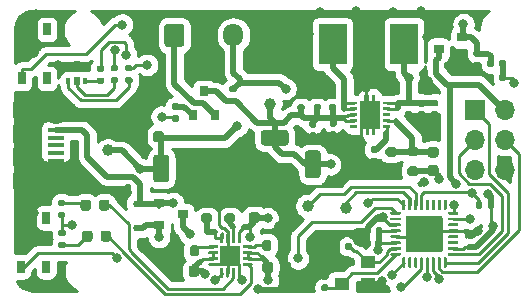
<source format=gbr>
%TF.GenerationSoftware,KiCad,Pcbnew,(5.1.10)-1*%
%TF.CreationDate,2022-01-07T09:45:11+03:00*%
%TF.ProjectId,calve_heater,63616c76-655f-4686-9561-7465722e6b69,rev?*%
%TF.SameCoordinates,Original*%
%TF.FileFunction,Copper,L1,Top*%
%TF.FilePolarity,Positive*%
%FSLAX46Y46*%
G04 Gerber Fmt 4.6, Leading zero omitted, Abs format (unit mm)*
G04 Created by KiCad (PCBNEW (5.1.10)-1) date 2022-01-07 09:45:11*
%MOMM*%
%LPD*%
G01*
G04 APERTURE LIST*
%TA.AperFunction,SMDPad,CuDef*%
%ADD10R,0.450000X0.600000*%
%TD*%
%TA.AperFunction,SMDPad,CuDef*%
%ADD11R,1.900000X1.500000*%
%TD*%
%TA.AperFunction,ComponentPad*%
%ADD12C,1.450000*%
%TD*%
%TA.AperFunction,SMDPad,CuDef*%
%ADD13R,1.350000X0.400000*%
%TD*%
%TA.AperFunction,ComponentPad*%
%ADD14O,1.900000X1.200000*%
%TD*%
%TA.AperFunction,SMDPad,CuDef*%
%ADD15R,1.900000X1.200000*%
%TD*%
%TA.AperFunction,ComponentPad*%
%ADD16O,1.700000X1.950000*%
%TD*%
%TA.AperFunction,SMDPad,CuDef*%
%ADD17R,0.900000X0.800000*%
%TD*%
%TA.AperFunction,SMDPad,CuDef*%
%ADD18R,0.800000X0.900000*%
%TD*%
%TA.AperFunction,SMDPad,CuDef*%
%ADD19C,1.000000*%
%TD*%
%TA.AperFunction,SMDPad,CuDef*%
%ADD20R,1.680000X1.680000*%
%TD*%
%TA.AperFunction,ComponentPad*%
%ADD21C,0.500000*%
%TD*%
%TA.AperFunction,SMDPad,CuDef*%
%ADD22C,0.100000*%
%TD*%
%TA.AperFunction,ComponentPad*%
%ADD23C,0.300000*%
%TD*%
%TA.AperFunction,SMDPad,CuDef*%
%ADD24R,3.100000X3.100000*%
%TD*%
%TA.AperFunction,SMDPad,CuDef*%
%ADD25R,0.400000X0.600000*%
%TD*%
%TA.AperFunction,SMDPad,CuDef*%
%ADD26R,0.500000X0.700000*%
%TD*%
%TA.AperFunction,SMDPad,CuDef*%
%ADD27R,1.300000X1.000000*%
%TD*%
%TA.AperFunction,SMDPad,CuDef*%
%ADD28R,2.350000X3.500000*%
%TD*%
%TA.AperFunction,ComponentPad*%
%ADD29R,1.700000X1.700000*%
%TD*%
%TA.AperFunction,ComponentPad*%
%ADD30O,1.700000X1.700000*%
%TD*%
%TA.AperFunction,SMDPad,CuDef*%
%ADD31R,0.650000X1.050000*%
%TD*%
%TA.AperFunction,ViaPad*%
%ADD32C,0.800000*%
%TD*%
%TA.AperFunction,Conductor*%
%ADD33C,0.250000*%
%TD*%
%TA.AperFunction,Conductor*%
%ADD34C,0.500000*%
%TD*%
%TA.AperFunction,Conductor*%
%ADD35C,0.254000*%
%TD*%
%TA.AperFunction,Conductor*%
%ADD36C,0.100000*%
%TD*%
G04 APERTURE END LIST*
%TO.P,R12,2*%
%TO.N,/controller/reset*%
%TA.AperFunction,SMDPad,CuDef*%
G36*
G01*
X52260000Y-141890000D02*
X52260000Y-142260000D01*
G75*
G02*
X52125000Y-142395000I-135000J0D01*
G01*
X51855000Y-142395000D01*
G75*
G02*
X51720000Y-142260000I0J135000D01*
G01*
X51720000Y-141890000D01*
G75*
G02*
X51855000Y-141755000I135000J0D01*
G01*
X52125000Y-141755000D01*
G75*
G02*
X52260000Y-141890000I0J-135000D01*
G01*
G37*
%TD.AperFunction*%
%TO.P,R12,1*%
%TO.N,+3V3*%
%TA.AperFunction,SMDPad,CuDef*%
G36*
G01*
X53280000Y-141890000D02*
X53280000Y-142260000D01*
G75*
G02*
X53145000Y-142395000I-135000J0D01*
G01*
X52875000Y-142395000D01*
G75*
G02*
X52740000Y-142260000I0J135000D01*
G01*
X52740000Y-141890000D01*
G75*
G02*
X52875000Y-141755000I135000J0D01*
G01*
X53145000Y-141755000D01*
G75*
G02*
X53280000Y-141890000I0J-135000D01*
G01*
G37*
%TD.AperFunction*%
%TD*%
%TO.P,C1,2*%
%TO.N,GND*%
%TA.AperFunction,SMDPad,CuDef*%
G36*
G01*
X45855000Y-134145000D02*
X46195000Y-134145000D01*
G75*
G02*
X46335000Y-134285000I0J-140000D01*
G01*
X46335000Y-134565000D01*
G75*
G02*
X46195000Y-134705000I-140000J0D01*
G01*
X45855000Y-134705000D01*
G75*
G02*
X45715000Y-134565000I0J140000D01*
G01*
X45715000Y-134285000D01*
G75*
G02*
X45855000Y-134145000I140000J0D01*
G01*
G37*
%TD.AperFunction*%
%TO.P,C1,1*%
%TO.N,/PWR_OUT*%
%TA.AperFunction,SMDPad,CuDef*%
G36*
G01*
X45855000Y-133185000D02*
X46195000Y-133185000D01*
G75*
G02*
X46335000Y-133325000I0J-140000D01*
G01*
X46335000Y-133605000D01*
G75*
G02*
X46195000Y-133745000I-140000J0D01*
G01*
X45855000Y-133745000D01*
G75*
G02*
X45715000Y-133605000I0J140000D01*
G01*
X45715000Y-133325000D01*
G75*
G02*
X45855000Y-133185000I140000J0D01*
G01*
G37*
%TD.AperFunction*%
%TD*%
%TO.P,C2,2*%
%TO.N,GND*%
%TA.AperFunction,SMDPad,CuDef*%
G36*
G01*
X46955000Y-134155000D02*
X47295000Y-134155000D01*
G75*
G02*
X47435000Y-134295000I0J-140000D01*
G01*
X47435000Y-134575000D01*
G75*
G02*
X47295000Y-134715000I-140000J0D01*
G01*
X46955000Y-134715000D01*
G75*
G02*
X46815000Y-134575000I0J140000D01*
G01*
X46815000Y-134295000D01*
G75*
G02*
X46955000Y-134155000I140000J0D01*
G01*
G37*
%TD.AperFunction*%
%TO.P,C2,1*%
%TO.N,/PWR_OUT*%
%TA.AperFunction,SMDPad,CuDef*%
G36*
G01*
X46955000Y-133195000D02*
X47295000Y-133195000D01*
G75*
G02*
X47435000Y-133335000I0J-140000D01*
G01*
X47435000Y-133615000D01*
G75*
G02*
X47295000Y-133755000I-140000J0D01*
G01*
X46955000Y-133755000D01*
G75*
G02*
X46815000Y-133615000I0J140000D01*
G01*
X46815000Y-133335000D01*
G75*
G02*
X46955000Y-133195000I140000J0D01*
G01*
G37*
%TD.AperFunction*%
%TD*%
%TO.P,C3,1*%
%TO.N,/PWR_OUT*%
%TA.AperFunction,SMDPad,CuDef*%
G36*
G01*
X48080000Y-133185000D02*
X48420000Y-133185000D01*
G75*
G02*
X48560000Y-133325000I0J-140000D01*
G01*
X48560000Y-133605000D01*
G75*
G02*
X48420000Y-133745000I-140000J0D01*
G01*
X48080000Y-133745000D01*
G75*
G02*
X47940000Y-133605000I0J140000D01*
G01*
X47940000Y-133325000D01*
G75*
G02*
X48080000Y-133185000I140000J0D01*
G01*
G37*
%TD.AperFunction*%
%TO.P,C3,2*%
%TO.N,GND*%
%TA.AperFunction,SMDPad,CuDef*%
G36*
G01*
X48080000Y-134145000D02*
X48420000Y-134145000D01*
G75*
G02*
X48560000Y-134285000I0J-140000D01*
G01*
X48560000Y-134565000D01*
G75*
G02*
X48420000Y-134705000I-140000J0D01*
G01*
X48080000Y-134705000D01*
G75*
G02*
X47940000Y-134565000I0J140000D01*
G01*
X47940000Y-134285000D01*
G75*
G02*
X48080000Y-134145000I140000J0D01*
G01*
G37*
%TD.AperFunction*%
%TD*%
%TO.P,C4,1*%
%TO.N,VBUS*%
%TA.AperFunction,SMDPad,CuDef*%
G36*
G01*
X33225000Y-143600000D02*
X32725000Y-143600000D01*
G75*
G02*
X32500000Y-143375000I0J225000D01*
G01*
X32500000Y-142925000D01*
G75*
G02*
X32725000Y-142700000I225000J0D01*
G01*
X33225000Y-142700000D01*
G75*
G02*
X33450000Y-142925000I0J-225000D01*
G01*
X33450000Y-143375000D01*
G75*
G02*
X33225000Y-143600000I-225000J0D01*
G01*
G37*
%TD.AperFunction*%
%TO.P,C4,2*%
%TO.N,GND*%
%TA.AperFunction,SMDPad,CuDef*%
G36*
G01*
X33225000Y-142050000D02*
X32725000Y-142050000D01*
G75*
G02*
X32500000Y-141825000I0J225000D01*
G01*
X32500000Y-141375000D01*
G75*
G02*
X32725000Y-141150000I225000J0D01*
G01*
X33225000Y-141150000D01*
G75*
G02*
X33450000Y-141375000I0J-225000D01*
G01*
X33450000Y-141825000D01*
G75*
G02*
X33225000Y-142050000I-225000J0D01*
G01*
G37*
%TD.AperFunction*%
%TD*%
%TO.P,C5,1*%
%TO.N,Net-(C5-Pad1)*%
%TA.AperFunction,SMDPad,CuDef*%
G36*
G01*
X42955000Y-137120000D02*
X43295000Y-137120000D01*
G75*
G02*
X43435000Y-137260000I0J-140000D01*
G01*
X43435000Y-137540000D01*
G75*
G02*
X43295000Y-137680000I-140000J0D01*
G01*
X42955000Y-137680000D01*
G75*
G02*
X42815000Y-137540000I0J140000D01*
G01*
X42815000Y-137260000D01*
G75*
G02*
X42955000Y-137120000I140000J0D01*
G01*
G37*
%TD.AperFunction*%
%TO.P,C5,2*%
%TO.N,GND*%
%TA.AperFunction,SMDPad,CuDef*%
G36*
G01*
X42955000Y-138080000D02*
X43295000Y-138080000D01*
G75*
G02*
X43435000Y-138220000I0J-140000D01*
G01*
X43435000Y-138500000D01*
G75*
G02*
X43295000Y-138640000I-140000J0D01*
G01*
X42955000Y-138640000D01*
G75*
G02*
X42815000Y-138500000I0J140000D01*
G01*
X42815000Y-138220000D01*
G75*
G02*
X42955000Y-138080000I140000J0D01*
G01*
G37*
%TD.AperFunction*%
%TD*%
%TO.P,C6,1*%
%TO.N,/PWR_OUT*%
%TA.AperFunction,SMDPad,CuDef*%
G36*
G01*
X25300000Y-136050000D02*
X25300000Y-136550000D01*
G75*
G02*
X25075000Y-136775000I-225000J0D01*
G01*
X24625000Y-136775000D01*
G75*
G02*
X24400000Y-136550000I0J225000D01*
G01*
X24400000Y-136050000D01*
G75*
G02*
X24625000Y-135825000I225000J0D01*
G01*
X25075000Y-135825000D01*
G75*
G02*
X25300000Y-136050000I0J-225000D01*
G01*
G37*
%TD.AperFunction*%
%TO.P,C6,2*%
%TO.N,GND*%
%TA.AperFunction,SMDPad,CuDef*%
G36*
G01*
X23750000Y-136050000D02*
X23750000Y-136550000D01*
G75*
G02*
X23525000Y-136775000I-225000J0D01*
G01*
X23075000Y-136775000D01*
G75*
G02*
X22850000Y-136550000I0J225000D01*
G01*
X22850000Y-136050000D01*
G75*
G02*
X23075000Y-135825000I225000J0D01*
G01*
X23525000Y-135825000D01*
G75*
G02*
X23750000Y-136050000I0J-225000D01*
G01*
G37*
%TD.AperFunction*%
%TD*%
%TO.P,C7,2*%
%TO.N,GND*%
%TA.AperFunction,SMDPad,CuDef*%
G36*
G01*
X27500000Y-139925001D02*
X27500000Y-138074999D01*
G75*
G02*
X27749999Y-137825000I249999J0D01*
G01*
X28575001Y-137825000D01*
G75*
G02*
X28825000Y-138074999I0J-249999D01*
G01*
X28825000Y-139925001D01*
G75*
G02*
X28575001Y-140175000I-249999J0D01*
G01*
X27749999Y-140175000D01*
G75*
G02*
X27500000Y-139925001I0J249999D01*
G01*
G37*
%TD.AperFunction*%
%TO.P,C7,1*%
%TO.N,/PWR_OUT*%
%TA.AperFunction,SMDPad,CuDef*%
G36*
G01*
X24425000Y-139925001D02*
X24425000Y-138074999D01*
G75*
G02*
X24674999Y-137825000I249999J0D01*
G01*
X25500001Y-137825000D01*
G75*
G02*
X25750000Y-138074999I0J-249999D01*
G01*
X25750000Y-139925001D01*
G75*
G02*
X25500001Y-140175000I-249999J0D01*
G01*
X24674999Y-140175000D01*
G75*
G02*
X24425000Y-139925001I0J249999D01*
G01*
G37*
%TD.AperFunction*%
%TD*%
%TO.P,C8,2*%
%TO.N,Net-(C8-Pad2)*%
%TA.AperFunction,SMDPad,CuDef*%
G36*
G01*
X48350000Y-138075000D02*
X47850000Y-138075000D01*
G75*
G02*
X47625000Y-137850000I0J225000D01*
G01*
X47625000Y-137400000D01*
G75*
G02*
X47850000Y-137175000I225000J0D01*
G01*
X48350000Y-137175000D01*
G75*
G02*
X48575000Y-137400000I0J-225000D01*
G01*
X48575000Y-137850000D01*
G75*
G02*
X48350000Y-138075000I-225000J0D01*
G01*
G37*
%TD.AperFunction*%
%TO.P,C8,1*%
%TO.N,+5V*%
%TA.AperFunction,SMDPad,CuDef*%
G36*
G01*
X48350000Y-139625000D02*
X47850000Y-139625000D01*
G75*
G02*
X47625000Y-139400000I0J225000D01*
G01*
X47625000Y-138950000D01*
G75*
G02*
X47850000Y-138725000I225000J0D01*
G01*
X48350000Y-138725000D01*
G75*
G02*
X48575000Y-138950000I0J-225000D01*
G01*
X48575000Y-139400000D01*
G75*
G02*
X48350000Y-139625000I-225000J0D01*
G01*
G37*
%TD.AperFunction*%
%TD*%
%TO.P,C9,2*%
%TO.N,GND*%
%TA.AperFunction,SMDPad,CuDef*%
G36*
G01*
X26750000Y-147450000D02*
X26750000Y-147950000D01*
G75*
G02*
X26525000Y-148175000I-225000J0D01*
G01*
X26075000Y-148175000D01*
G75*
G02*
X25850000Y-147950000I0J225000D01*
G01*
X25850000Y-147450000D01*
G75*
G02*
X26075000Y-147225000I225000J0D01*
G01*
X26525000Y-147225000D01*
G75*
G02*
X26750000Y-147450000I0J-225000D01*
G01*
G37*
%TD.AperFunction*%
%TO.P,C9,1*%
%TO.N,vbat+*%
%TA.AperFunction,SMDPad,CuDef*%
G36*
G01*
X28300000Y-147450000D02*
X28300000Y-147950000D01*
G75*
G02*
X28075000Y-148175000I-225000J0D01*
G01*
X27625000Y-148175000D01*
G75*
G02*
X27400000Y-147950000I0J225000D01*
G01*
X27400000Y-147450000D01*
G75*
G02*
X27625000Y-147225000I225000J0D01*
G01*
X28075000Y-147225000D01*
G75*
G02*
X28300000Y-147450000I0J-225000D01*
G01*
G37*
%TD.AperFunction*%
%TD*%
%TO.P,C10,1*%
%TO.N,+5V*%
%TA.AperFunction,SMDPad,CuDef*%
G36*
G01*
X39480000Y-134885000D02*
X39820000Y-134885000D01*
G75*
G02*
X39960000Y-135025000I0J-140000D01*
G01*
X39960000Y-135305000D01*
G75*
G02*
X39820000Y-135445000I-140000J0D01*
G01*
X39480000Y-135445000D01*
G75*
G02*
X39340000Y-135305000I0J140000D01*
G01*
X39340000Y-135025000D01*
G75*
G02*
X39480000Y-134885000I140000J0D01*
G01*
G37*
%TD.AperFunction*%
%TO.P,C10,2*%
%TO.N,GND*%
%TA.AperFunction,SMDPad,CuDef*%
G36*
G01*
X39480000Y-135845000D02*
X39820000Y-135845000D01*
G75*
G02*
X39960000Y-135985000I0J-140000D01*
G01*
X39960000Y-136265000D01*
G75*
G02*
X39820000Y-136405000I-140000J0D01*
G01*
X39480000Y-136405000D01*
G75*
G02*
X39340000Y-136265000I0J140000D01*
G01*
X39340000Y-135985000D01*
G75*
G02*
X39480000Y-135845000I140000J0D01*
G01*
G37*
%TD.AperFunction*%
%TD*%
%TO.P,C11,1*%
%TO.N,/VBAT_OUT*%
%TA.AperFunction,SMDPad,CuDef*%
G36*
G01*
X33650000Y-147625000D02*
X33650000Y-147125000D01*
G75*
G02*
X33875000Y-146900000I225000J0D01*
G01*
X34325000Y-146900000D01*
G75*
G02*
X34550000Y-147125000I0J-225000D01*
G01*
X34550000Y-147625000D01*
G75*
G02*
X34325000Y-147850000I-225000J0D01*
G01*
X33875000Y-147850000D01*
G75*
G02*
X33650000Y-147625000I0J225000D01*
G01*
G37*
%TD.AperFunction*%
%TO.P,C11,2*%
%TO.N,GND*%
%TA.AperFunction,SMDPad,CuDef*%
G36*
G01*
X35200000Y-147625000D02*
X35200000Y-147125000D01*
G75*
G02*
X35425000Y-146900000I225000J0D01*
G01*
X35875000Y-146900000D01*
G75*
G02*
X36100000Y-147125000I0J-225000D01*
G01*
X36100000Y-147625000D01*
G75*
G02*
X35875000Y-147850000I-225000J0D01*
G01*
X35425000Y-147850000D01*
G75*
G02*
X35200000Y-147625000I0J225000D01*
G01*
G37*
%TD.AperFunction*%
%TD*%
%TO.P,C12,2*%
%TO.N,GND*%
%TA.AperFunction,SMDPad,CuDef*%
G36*
G01*
X37755000Y-135930000D02*
X38095000Y-135930000D01*
G75*
G02*
X38235000Y-136070000I0J-140000D01*
G01*
X38235000Y-136350000D01*
G75*
G02*
X38095000Y-136490000I-140000J0D01*
G01*
X37755000Y-136490000D01*
G75*
G02*
X37615000Y-136350000I0J140000D01*
G01*
X37615000Y-136070000D01*
G75*
G02*
X37755000Y-135930000I140000J0D01*
G01*
G37*
%TD.AperFunction*%
%TO.P,C12,1*%
%TO.N,+5V*%
%TA.AperFunction,SMDPad,CuDef*%
G36*
G01*
X37755000Y-134970000D02*
X38095000Y-134970000D01*
G75*
G02*
X38235000Y-135110000I0J-140000D01*
G01*
X38235000Y-135390000D01*
G75*
G02*
X38095000Y-135530000I-140000J0D01*
G01*
X37755000Y-135530000D01*
G75*
G02*
X37615000Y-135390000I0J140000D01*
G01*
X37615000Y-135110000D01*
G75*
G02*
X37755000Y-134970000I140000J0D01*
G01*
G37*
%TD.AperFunction*%
%TD*%
%TO.P,C13,1*%
%TO.N,+5V*%
%TA.AperFunction,SMDPad,CuDef*%
G36*
G01*
X37095000Y-134115000D02*
X36755000Y-134115000D01*
G75*
G02*
X36615000Y-133975000I0J140000D01*
G01*
X36615000Y-133695000D01*
G75*
G02*
X36755000Y-133555000I140000J0D01*
G01*
X37095000Y-133555000D01*
G75*
G02*
X37235000Y-133695000I0J-140000D01*
G01*
X37235000Y-133975000D01*
G75*
G02*
X37095000Y-134115000I-140000J0D01*
G01*
G37*
%TD.AperFunction*%
%TO.P,C13,2*%
%TO.N,GND*%
%TA.AperFunction,SMDPad,CuDef*%
G36*
G01*
X37095000Y-133155000D02*
X36755000Y-133155000D01*
G75*
G02*
X36615000Y-133015000I0J140000D01*
G01*
X36615000Y-132735000D01*
G75*
G02*
X36755000Y-132595000I140000J0D01*
G01*
X37095000Y-132595000D01*
G75*
G02*
X37235000Y-132735000I0J-140000D01*
G01*
X37235000Y-133015000D01*
G75*
G02*
X37095000Y-133155000I-140000J0D01*
G01*
G37*
%TD.AperFunction*%
%TD*%
%TO.P,C14,2*%
%TO.N,GND*%
%TA.AperFunction,SMDPad,CuDef*%
G36*
G01*
X38470000Y-133130000D02*
X38130000Y-133130000D01*
G75*
G02*
X37990000Y-132990000I0J140000D01*
G01*
X37990000Y-132710000D01*
G75*
G02*
X38130000Y-132570000I140000J0D01*
G01*
X38470000Y-132570000D01*
G75*
G02*
X38610000Y-132710000I0J-140000D01*
G01*
X38610000Y-132990000D01*
G75*
G02*
X38470000Y-133130000I-140000J0D01*
G01*
G37*
%TD.AperFunction*%
%TO.P,C14,1*%
%TO.N,+5V*%
%TA.AperFunction,SMDPad,CuDef*%
G36*
G01*
X38470000Y-134090000D02*
X38130000Y-134090000D01*
G75*
G02*
X37990000Y-133950000I0J140000D01*
G01*
X37990000Y-133670000D01*
G75*
G02*
X38130000Y-133530000I140000J0D01*
G01*
X38470000Y-133530000D01*
G75*
G02*
X38610000Y-133670000I0J-140000D01*
G01*
X38610000Y-133950000D01*
G75*
G02*
X38470000Y-134090000I-140000J0D01*
G01*
G37*
%TD.AperFunction*%
%TD*%
%TO.P,C15,1*%
%TO.N,+5V*%
%TA.AperFunction,SMDPad,CuDef*%
G36*
G01*
X39770000Y-134115000D02*
X39430000Y-134115000D01*
G75*
G02*
X39290000Y-133975000I0J140000D01*
G01*
X39290000Y-133695000D01*
G75*
G02*
X39430000Y-133555000I140000J0D01*
G01*
X39770000Y-133555000D01*
G75*
G02*
X39910000Y-133695000I0J-140000D01*
G01*
X39910000Y-133975000D01*
G75*
G02*
X39770000Y-134115000I-140000J0D01*
G01*
G37*
%TD.AperFunction*%
%TO.P,C15,2*%
%TO.N,GND*%
%TA.AperFunction,SMDPad,CuDef*%
G36*
G01*
X39770000Y-133155000D02*
X39430000Y-133155000D01*
G75*
G02*
X39290000Y-133015000I0J140000D01*
G01*
X39290000Y-132735000D01*
G75*
G02*
X39430000Y-132595000I140000J0D01*
G01*
X39770000Y-132595000D01*
G75*
G02*
X39910000Y-132735000I0J-140000D01*
G01*
X39910000Y-133015000D01*
G75*
G02*
X39770000Y-133155000I-140000J0D01*
G01*
G37*
%TD.AperFunction*%
%TD*%
%TO.P,C16,1*%
%TO.N,+5V*%
%TA.AperFunction,SMDPad,CuDef*%
G36*
G01*
X33774999Y-135737500D02*
X35625001Y-135737500D01*
G75*
G02*
X35875000Y-135987499I0J-249999D01*
G01*
X35875000Y-136812501D01*
G75*
G02*
X35625001Y-137062500I-249999J0D01*
G01*
X33774999Y-137062500D01*
G75*
G02*
X33525000Y-136812501I0J249999D01*
G01*
X33525000Y-135987499D01*
G75*
G02*
X33774999Y-135737500I249999J0D01*
G01*
G37*
%TD.AperFunction*%
%TO.P,C16,2*%
%TO.N,GND*%
%TA.AperFunction,SMDPad,CuDef*%
G36*
G01*
X33774999Y-138812500D02*
X35625001Y-138812500D01*
G75*
G02*
X35875000Y-139062499I0J-249999D01*
G01*
X35875000Y-139887501D01*
G75*
G02*
X35625001Y-140137500I-249999J0D01*
G01*
X33774999Y-140137500D01*
G75*
G02*
X33525000Y-139887501I0J249999D01*
G01*
X33525000Y-139062499D01*
G75*
G02*
X33774999Y-138812500I249999J0D01*
G01*
G37*
%TD.AperFunction*%
%TD*%
%TO.P,C17,1*%
%TO.N,+5V*%
%TA.AperFunction,SMDPad,CuDef*%
G36*
G01*
X37250000Y-139575001D02*
X37250000Y-137724999D01*
G75*
G02*
X37499999Y-137475000I249999J0D01*
G01*
X38325001Y-137475000D01*
G75*
G02*
X38575000Y-137724999I0J-249999D01*
G01*
X38575000Y-139575001D01*
G75*
G02*
X38325001Y-139825000I-249999J0D01*
G01*
X37499999Y-139825000D01*
G75*
G02*
X37250000Y-139575001I0J249999D01*
G01*
G37*
%TD.AperFunction*%
%TO.P,C17,2*%
%TO.N,GND*%
%TA.AperFunction,SMDPad,CuDef*%
G36*
G01*
X40325000Y-139575001D02*
X40325000Y-137724999D01*
G75*
G02*
X40574999Y-137475000I249999J0D01*
G01*
X41400001Y-137475000D01*
G75*
G02*
X41650000Y-137724999I0J-249999D01*
G01*
X41650000Y-139575001D01*
G75*
G02*
X41400001Y-139825000I-249999J0D01*
G01*
X40574999Y-139825000D01*
G75*
G02*
X40325000Y-139575001I0J249999D01*
G01*
G37*
%TD.AperFunction*%
%TD*%
%TO.P,C18,1*%
%TO.N,+3V3*%
%TA.AperFunction,SMDPad,CuDef*%
G36*
G01*
X43810000Y-144105000D02*
X43810000Y-144445000D01*
G75*
G02*
X43670000Y-144585000I-140000J0D01*
G01*
X43390000Y-144585000D01*
G75*
G02*
X43250000Y-144445000I0J140000D01*
G01*
X43250000Y-144105000D01*
G75*
G02*
X43390000Y-143965000I140000J0D01*
G01*
X43670000Y-143965000D01*
G75*
G02*
X43810000Y-144105000I0J-140000D01*
G01*
G37*
%TD.AperFunction*%
%TO.P,C18,2*%
%TO.N,GND*%
%TA.AperFunction,SMDPad,CuDef*%
G36*
G01*
X42850000Y-144105000D02*
X42850000Y-144445000D01*
G75*
G02*
X42710000Y-144585000I-140000J0D01*
G01*
X42430000Y-144585000D01*
G75*
G02*
X42290000Y-144445000I0J140000D01*
G01*
X42290000Y-144105000D01*
G75*
G02*
X42430000Y-143965000I140000J0D01*
G01*
X42710000Y-143965000D01*
G75*
G02*
X42850000Y-144105000I0J-140000D01*
G01*
G37*
%TD.AperFunction*%
%TD*%
%TO.P,C19,2*%
%TO.N,GND*%
%TA.AperFunction,SMDPad,CuDef*%
G36*
G01*
X51420000Y-144975000D02*
X51080000Y-144975000D01*
G75*
G02*
X50940000Y-144835000I0J140000D01*
G01*
X50940000Y-144555000D01*
G75*
G02*
X51080000Y-144415000I140000J0D01*
G01*
X51420000Y-144415000D01*
G75*
G02*
X51560000Y-144555000I0J-140000D01*
G01*
X51560000Y-144835000D01*
G75*
G02*
X51420000Y-144975000I-140000J0D01*
G01*
G37*
%TD.AperFunction*%
%TO.P,C19,1*%
%TO.N,+3V3*%
%TA.AperFunction,SMDPad,CuDef*%
G36*
G01*
X51420000Y-145935000D02*
X51080000Y-145935000D01*
G75*
G02*
X50940000Y-145795000I0J140000D01*
G01*
X50940000Y-145515000D01*
G75*
G02*
X51080000Y-145375000I140000J0D01*
G01*
X51420000Y-145375000D01*
G75*
G02*
X51560000Y-145515000I0J-140000D01*
G01*
X51560000Y-145795000D01*
G75*
G02*
X51420000Y-145935000I-140000J0D01*
G01*
G37*
%TD.AperFunction*%
%TD*%
%TO.P,C20,2*%
%TO.N,GND*%
%TA.AperFunction,SMDPad,CuDef*%
G36*
G01*
X42830000Y-145180000D02*
X42830000Y-145520000D01*
G75*
G02*
X42690000Y-145660000I-140000J0D01*
G01*
X42410000Y-145660000D01*
G75*
G02*
X42270000Y-145520000I0J140000D01*
G01*
X42270000Y-145180000D01*
G75*
G02*
X42410000Y-145040000I140000J0D01*
G01*
X42690000Y-145040000D01*
G75*
G02*
X42830000Y-145180000I0J-140000D01*
G01*
G37*
%TD.AperFunction*%
%TO.P,C20,1*%
%TO.N,+3V3*%
%TA.AperFunction,SMDPad,CuDef*%
G36*
G01*
X43790000Y-145180000D02*
X43790000Y-145520000D01*
G75*
G02*
X43650000Y-145660000I-140000J0D01*
G01*
X43370000Y-145660000D01*
G75*
G02*
X43230000Y-145520000I0J140000D01*
G01*
X43230000Y-145180000D01*
G75*
G02*
X43370000Y-145040000I140000J0D01*
G01*
X43650000Y-145040000D01*
G75*
G02*
X43790000Y-145180000I0J-140000D01*
G01*
G37*
%TD.AperFunction*%
%TD*%
%TO.P,C21,1*%
%TO.N,/controller/XTAL1*%
%TA.AperFunction,SMDPad,CuDef*%
G36*
G01*
X41210000Y-145430000D02*
X41210000Y-145770000D01*
G75*
G02*
X41070000Y-145910000I-140000J0D01*
G01*
X40790000Y-145910000D01*
G75*
G02*
X40650000Y-145770000I0J140000D01*
G01*
X40650000Y-145430000D01*
G75*
G02*
X40790000Y-145290000I140000J0D01*
G01*
X41070000Y-145290000D01*
G75*
G02*
X41210000Y-145430000I0J-140000D01*
G01*
G37*
%TD.AperFunction*%
%TO.P,C21,2*%
%TO.N,GND*%
%TA.AperFunction,SMDPad,CuDef*%
G36*
G01*
X40250000Y-145430000D02*
X40250000Y-145770000D01*
G75*
G02*
X40110000Y-145910000I-140000J0D01*
G01*
X39830000Y-145910000D01*
G75*
G02*
X39690000Y-145770000I0J140000D01*
G01*
X39690000Y-145430000D01*
G75*
G02*
X39830000Y-145290000I140000J0D01*
G01*
X40110000Y-145290000D01*
G75*
G02*
X40250000Y-145430000I0J-140000D01*
G01*
G37*
%TD.AperFunction*%
%TD*%
%TO.P,C22,2*%
%TO.N,GND*%
%TA.AperFunction,SMDPad,CuDef*%
G36*
G01*
X39095000Y-148420000D02*
X38755000Y-148420000D01*
G75*
G02*
X38615000Y-148280000I0J140000D01*
G01*
X38615000Y-148000000D01*
G75*
G02*
X38755000Y-147860000I140000J0D01*
G01*
X39095000Y-147860000D01*
G75*
G02*
X39235000Y-148000000I0J-140000D01*
G01*
X39235000Y-148280000D01*
G75*
G02*
X39095000Y-148420000I-140000J0D01*
G01*
G37*
%TD.AperFunction*%
%TO.P,C22,1*%
%TO.N,/controller/XTAL2*%
%TA.AperFunction,SMDPad,CuDef*%
G36*
G01*
X39095000Y-149380000D02*
X38755000Y-149380000D01*
G75*
G02*
X38615000Y-149240000I0J140000D01*
G01*
X38615000Y-148960000D01*
G75*
G02*
X38755000Y-148820000I140000J0D01*
G01*
X39095000Y-148820000D01*
G75*
G02*
X39235000Y-148960000I0J-140000D01*
G01*
X39235000Y-149240000D01*
G75*
G02*
X39095000Y-149380000I-140000J0D01*
G01*
G37*
%TD.AperFunction*%
%TD*%
D10*
%TO.P,D1,1*%
%TO.N,/PWR_OUT*%
X22925000Y-144075000D03*
%TO.P,D1,2*%
%TO.N,VBUS*%
X22925000Y-141975000D03*
%TD*%
%TO.P,D2,1*%
%TO.N,/~PGOOD*%
%TA.AperFunction,SMDPad,CuDef*%
G36*
G01*
X20700000Y-141843750D02*
X20700000Y-142356250D01*
G75*
G02*
X20481250Y-142575000I-218750J0D01*
G01*
X20043750Y-142575000D01*
G75*
G02*
X19825000Y-142356250I0J218750D01*
G01*
X19825000Y-141843750D01*
G75*
G02*
X20043750Y-141625000I218750J0D01*
G01*
X20481250Y-141625000D01*
G75*
G02*
X20700000Y-141843750I0J-218750D01*
G01*
G37*
%TD.AperFunction*%
%TO.P,D2,2*%
%TO.N,Net-(D2-Pad2)*%
%TA.AperFunction,SMDPad,CuDef*%
G36*
G01*
X19125000Y-141843750D02*
X19125000Y-142356250D01*
G75*
G02*
X18906250Y-142575000I-218750J0D01*
G01*
X18468750Y-142575000D01*
G75*
G02*
X18250000Y-142356250I0J218750D01*
G01*
X18250000Y-141843750D01*
G75*
G02*
X18468750Y-141625000I218750J0D01*
G01*
X18906250Y-141625000D01*
G75*
G02*
X19125000Y-141843750I0J-218750D01*
G01*
G37*
%TD.AperFunction*%
%TD*%
%TO.P,D3,2*%
%TO.N,Net-(D3-Pad2)*%
%TA.AperFunction,SMDPad,CuDef*%
G36*
G01*
X19275000Y-144468750D02*
X19275000Y-144981250D01*
G75*
G02*
X19056250Y-145200000I-218750J0D01*
G01*
X18618750Y-145200000D01*
G75*
G02*
X18400000Y-144981250I0J218750D01*
G01*
X18400000Y-144468750D01*
G75*
G02*
X18618750Y-144250000I218750J0D01*
G01*
X19056250Y-144250000D01*
G75*
G02*
X19275000Y-144468750I0J-218750D01*
G01*
G37*
%TD.AperFunction*%
%TO.P,D3,1*%
%TO.N,/~CHRG*%
%TA.AperFunction,SMDPad,CuDef*%
G36*
G01*
X20850000Y-144468750D02*
X20850000Y-144981250D01*
G75*
G02*
X20631250Y-145200000I-218750J0D01*
G01*
X20193750Y-145200000D01*
G75*
G02*
X19975000Y-144981250I0J218750D01*
G01*
X19975000Y-144468750D01*
G75*
G02*
X20193750Y-144250000I218750J0D01*
G01*
X20631250Y-144250000D01*
G75*
G02*
X20850000Y-144468750I0J-218750D01*
G01*
G37*
%TD.AperFunction*%
%TD*%
D11*
%TO.P,J1,6*%
%TO.N,GND*%
X13462500Y-138050000D03*
D12*
X16162500Y-134550000D03*
D13*
%TO.P,J1,2*%
%TO.N,N/C*%
X16162500Y-136400000D03*
%TO.P,J1,1*%
%TO.N,VBUS*%
X16162500Y-135750000D03*
%TO.P,J1,5*%
%TO.N,GND*%
X16162500Y-138350000D03*
%TO.P,J1,4*%
%TO.N,N/C*%
X16162500Y-137700000D03*
%TO.P,J1,3*%
X16162500Y-137050000D03*
D12*
%TO.P,J1,6*%
%TO.N,GND*%
X16162500Y-139550000D03*
D11*
X13462500Y-136050000D03*
D14*
X13462500Y-133550000D03*
X13462500Y-140550000D03*
D15*
X13462500Y-139950000D03*
X13462500Y-134150000D03*
%TD*%
%TO.P,J2,1*%
%TO.N,/controller/HEATER_+VE*%
%TA.AperFunction,ComponentPad*%
G36*
G01*
X25350000Y-128450000D02*
X25350000Y-127000000D01*
G75*
G02*
X25600000Y-126750000I250000J0D01*
G01*
X26800000Y-126750000D01*
G75*
G02*
X27050000Y-127000000I0J-250000D01*
G01*
X27050000Y-128450000D01*
G75*
G02*
X26800000Y-128700000I-250000J0D01*
G01*
X25600000Y-128700000D01*
G75*
G02*
X25350000Y-128450000I0J250000D01*
G01*
G37*
%TD.AperFunction*%
D16*
%TO.P,J2,2*%
%TO.N,GND*%
X28700000Y-127725000D03*
%TO.P,J2,3*%
%TO.N,/controller/RTD_+VE*%
X31200000Y-127725000D03*
%TO.P,J2,4*%
%TO.N,GND*%
X33700000Y-127725000D03*
%TD*%
D17*
%TO.P,Q1,1*%
%TO.N,VBUS*%
X24900000Y-141925000D03*
%TO.P,Q1,2*%
%TO.N,/PWR_OUT*%
X24900000Y-143825000D03*
%TO.P,Q1,3*%
%TO.N,/VBAT_OUT*%
X26900000Y-142875000D03*
%TD*%
D18*
%TO.P,Q2,3*%
%TO.N,+5V*%
X28700000Y-132475000D03*
%TO.P,Q2,2*%
%TO.N,/controller/HEATER_+VE*%
X29650000Y-134475000D03*
%TO.P,Q2,1*%
%TO.N,Net-(Q2-Pad1)*%
X27750000Y-134475000D03*
%TD*%
%TO.P,R1,2*%
%TO.N,GND*%
%TA.AperFunction,SMDPad,CuDef*%
G36*
G01*
X31175000Y-141950000D02*
X30625000Y-141950000D01*
G75*
G02*
X30425000Y-141750000I0J200000D01*
G01*
X30425000Y-141350000D01*
G75*
G02*
X30625000Y-141150000I200000J0D01*
G01*
X31175000Y-141150000D01*
G75*
G02*
X31375000Y-141350000I0J-200000D01*
G01*
X31375000Y-141750000D01*
G75*
G02*
X31175000Y-141950000I-200000J0D01*
G01*
G37*
%TD.AperFunction*%
%TO.P,R1,1*%
%TO.N,Net-(R1-Pad1)*%
%TA.AperFunction,SMDPad,CuDef*%
G36*
G01*
X31175000Y-143600000D02*
X30625000Y-143600000D01*
G75*
G02*
X30425000Y-143400000I0J200000D01*
G01*
X30425000Y-143000000D01*
G75*
G02*
X30625000Y-142800000I200000J0D01*
G01*
X31175000Y-142800000D01*
G75*
G02*
X31375000Y-143000000I0J-200000D01*
G01*
X31375000Y-143400000D01*
G75*
G02*
X31175000Y-143600000I-200000J0D01*
G01*
G37*
%TD.AperFunction*%
%TD*%
%TO.P,R2,2*%
%TO.N,GND*%
%TA.AperFunction,SMDPad,CuDef*%
G36*
G01*
X35275000Y-145775000D02*
X35275000Y-145225000D01*
G75*
G02*
X35475000Y-145025000I200000J0D01*
G01*
X35875000Y-145025000D01*
G75*
G02*
X36075000Y-145225000I0J-200000D01*
G01*
X36075000Y-145775000D01*
G75*
G02*
X35875000Y-145975000I-200000J0D01*
G01*
X35475000Y-145975000D01*
G75*
G02*
X35275000Y-145775000I0J200000D01*
G01*
G37*
%TD.AperFunction*%
%TO.P,R2,1*%
%TO.N,Net-(R2-Pad1)*%
%TA.AperFunction,SMDPad,CuDef*%
G36*
G01*
X33625000Y-145775000D02*
X33625000Y-145225000D01*
G75*
G02*
X33825000Y-145025000I200000J0D01*
G01*
X34225000Y-145025000D01*
G75*
G02*
X34425000Y-145225000I0J-200000D01*
G01*
X34425000Y-145775000D01*
G75*
G02*
X34225000Y-145975000I-200000J0D01*
G01*
X33825000Y-145975000D01*
G75*
G02*
X33625000Y-145775000I0J200000D01*
G01*
G37*
%TD.AperFunction*%
%TD*%
%TO.P,R3,1*%
%TO.N,Net-(R3-Pad1)*%
%TA.AperFunction,SMDPad,CuDef*%
G36*
G01*
X29225000Y-143600000D02*
X28675000Y-143600000D01*
G75*
G02*
X28475000Y-143400000I0J200000D01*
G01*
X28475000Y-143000000D01*
G75*
G02*
X28675000Y-142800000I200000J0D01*
G01*
X29225000Y-142800000D01*
G75*
G02*
X29425000Y-143000000I0J-200000D01*
G01*
X29425000Y-143400000D01*
G75*
G02*
X29225000Y-143600000I-200000J0D01*
G01*
G37*
%TD.AperFunction*%
%TO.P,R3,2*%
%TO.N,GND*%
%TA.AperFunction,SMDPad,CuDef*%
G36*
G01*
X29225000Y-141950000D02*
X28675000Y-141950000D01*
G75*
G02*
X28475000Y-141750000I0J200000D01*
G01*
X28475000Y-141350000D01*
G75*
G02*
X28675000Y-141150000I200000J0D01*
G01*
X29225000Y-141150000D01*
G75*
G02*
X29425000Y-141350000I0J-200000D01*
G01*
X29425000Y-141750000D01*
G75*
G02*
X29225000Y-141950000I-200000J0D01*
G01*
G37*
%TD.AperFunction*%
%TD*%
%TO.P,R5,2*%
%TO.N,GND*%
%TA.AperFunction,SMDPad,CuDef*%
G36*
G01*
X26650000Y-145700000D02*
X26650000Y-146250000D01*
G75*
G02*
X26450000Y-146450000I-200000J0D01*
G01*
X26050000Y-146450000D01*
G75*
G02*
X25850000Y-146250000I0J200000D01*
G01*
X25850000Y-145700000D01*
G75*
G02*
X26050000Y-145500000I200000J0D01*
G01*
X26450000Y-145500000D01*
G75*
G02*
X26650000Y-145700000I0J-200000D01*
G01*
G37*
%TD.AperFunction*%
%TO.P,R5,1*%
%TO.N,Net-(R5-Pad1)*%
%TA.AperFunction,SMDPad,CuDef*%
G36*
G01*
X28300000Y-145700000D02*
X28300000Y-146250000D01*
G75*
G02*
X28100000Y-146450000I-200000J0D01*
G01*
X27700000Y-146450000D01*
G75*
G02*
X27500000Y-146250000I0J200000D01*
G01*
X27500000Y-145700000D01*
G75*
G02*
X27700000Y-145500000I200000J0D01*
G01*
X28100000Y-145500000D01*
G75*
G02*
X28300000Y-145700000I0J-200000D01*
G01*
G37*
%TD.AperFunction*%
%TD*%
%TO.P,R6,1*%
%TO.N,+5V*%
%TA.AperFunction,SMDPad,CuDef*%
G36*
G01*
X46675000Y-139625000D02*
X46125000Y-139625000D01*
G75*
G02*
X45925000Y-139425000I0J200000D01*
G01*
X45925000Y-139025000D01*
G75*
G02*
X46125000Y-138825000I200000J0D01*
G01*
X46675000Y-138825000D01*
G75*
G02*
X46875000Y-139025000I0J-200000D01*
G01*
X46875000Y-139425000D01*
G75*
G02*
X46675000Y-139625000I-200000J0D01*
G01*
G37*
%TD.AperFunction*%
%TO.P,R6,2*%
%TO.N,Net-(C8-Pad2)*%
%TA.AperFunction,SMDPad,CuDef*%
G36*
G01*
X46675000Y-137975000D02*
X46125000Y-137975000D01*
G75*
G02*
X45925000Y-137775000I0J200000D01*
G01*
X45925000Y-137375000D01*
G75*
G02*
X46125000Y-137175000I200000J0D01*
G01*
X46675000Y-137175000D01*
G75*
G02*
X46875000Y-137375000I0J-200000D01*
G01*
X46875000Y-137775000D01*
G75*
G02*
X46675000Y-137975000I-200000J0D01*
G01*
G37*
%TD.AperFunction*%
%TD*%
%TO.P,R7,2*%
%TO.N,GND*%
%TA.AperFunction,SMDPad,CuDef*%
G36*
G01*
X44275000Y-138850000D02*
X44825000Y-138850000D01*
G75*
G02*
X45025000Y-139050000I0J-200000D01*
G01*
X45025000Y-139450000D01*
G75*
G02*
X44825000Y-139650000I-200000J0D01*
G01*
X44275000Y-139650000D01*
G75*
G02*
X44075000Y-139450000I0J200000D01*
G01*
X44075000Y-139050000D01*
G75*
G02*
X44275000Y-138850000I200000J0D01*
G01*
G37*
%TD.AperFunction*%
%TO.P,R7,1*%
%TO.N,Net-(C8-Pad2)*%
%TA.AperFunction,SMDPad,CuDef*%
G36*
G01*
X44275000Y-137200000D02*
X44825000Y-137200000D01*
G75*
G02*
X45025000Y-137400000I0J-200000D01*
G01*
X45025000Y-137800000D01*
G75*
G02*
X44825000Y-138000000I-200000J0D01*
G01*
X44275000Y-138000000D01*
G75*
G02*
X44075000Y-137800000I0J200000D01*
G01*
X44075000Y-137400000D01*
G75*
G02*
X44275000Y-137200000I200000J0D01*
G01*
G37*
%TD.AperFunction*%
%TD*%
%TO.P,R10,1*%
%TO.N,Net-(Q2-Pad1)*%
%TA.AperFunction,SMDPad,CuDef*%
G36*
G01*
X26115000Y-133485000D02*
X26485000Y-133485000D01*
G75*
G02*
X26620000Y-133620000I0J-135000D01*
G01*
X26620000Y-133890000D01*
G75*
G02*
X26485000Y-134025000I-135000J0D01*
G01*
X26115000Y-134025000D01*
G75*
G02*
X25980000Y-133890000I0J135000D01*
G01*
X25980000Y-133620000D01*
G75*
G02*
X26115000Y-133485000I135000J0D01*
G01*
G37*
%TD.AperFunction*%
%TO.P,R10,2*%
%TO.N,/controller/HEATER_PWM_PIN*%
%TA.AperFunction,SMDPad,CuDef*%
G36*
G01*
X26115000Y-134505000D02*
X26485000Y-134505000D01*
G75*
G02*
X26620000Y-134640000I0J-135000D01*
G01*
X26620000Y-134910000D01*
G75*
G02*
X26485000Y-135045000I-135000J0D01*
G01*
X26115000Y-135045000D01*
G75*
G02*
X25980000Y-134910000I0J135000D01*
G01*
X25980000Y-134640000D01*
G75*
G02*
X26115000Y-134505000I135000J0D01*
G01*
G37*
%TD.AperFunction*%
%TD*%
%TO.P,R11,1*%
%TO.N,/controller/RTD_+VE*%
%TA.AperFunction,SMDPad,CuDef*%
G36*
G01*
X30990000Y-132020000D02*
X31360000Y-132020000D01*
G75*
G02*
X31495000Y-132155000I0J-135000D01*
G01*
X31495000Y-132425000D01*
G75*
G02*
X31360000Y-132560000I-135000J0D01*
G01*
X30990000Y-132560000D01*
G75*
G02*
X30855000Y-132425000I0J135000D01*
G01*
X30855000Y-132155000D01*
G75*
G02*
X30990000Y-132020000I135000J0D01*
G01*
G37*
%TD.AperFunction*%
%TO.P,R11,2*%
%TO.N,+5V*%
%TA.AperFunction,SMDPad,CuDef*%
G36*
G01*
X30990000Y-133040000D02*
X31360000Y-133040000D01*
G75*
G02*
X31495000Y-133175000I0J-135000D01*
G01*
X31495000Y-133445000D01*
G75*
G02*
X31360000Y-133580000I-135000J0D01*
G01*
X30990000Y-133580000D01*
G75*
G02*
X30855000Y-133445000I0J135000D01*
G01*
X30855000Y-133175000D01*
G75*
G02*
X30990000Y-133040000I135000J0D01*
G01*
G37*
%TD.AperFunction*%
%TD*%
%TO.P,R13,2*%
%TO.N,Net-(R13-Pad2)*%
%TA.AperFunction,SMDPad,CuDef*%
G36*
G01*
X19765000Y-131305000D02*
X20135000Y-131305000D01*
G75*
G02*
X20270000Y-131440000I0J-135000D01*
G01*
X20270000Y-131710000D01*
G75*
G02*
X20135000Y-131845000I-135000J0D01*
G01*
X19765000Y-131845000D01*
G75*
G02*
X19630000Y-131710000I0J135000D01*
G01*
X19630000Y-131440000D01*
G75*
G02*
X19765000Y-131305000I135000J0D01*
G01*
G37*
%TD.AperFunction*%
%TO.P,R13,1*%
%TO.N,/controller/LED_RED*%
%TA.AperFunction,SMDPad,CuDef*%
G36*
G01*
X19765000Y-130285000D02*
X20135000Y-130285000D01*
G75*
G02*
X20270000Y-130420000I0J-135000D01*
G01*
X20270000Y-130690000D01*
G75*
G02*
X20135000Y-130825000I-135000J0D01*
G01*
X19765000Y-130825000D01*
G75*
G02*
X19630000Y-130690000I0J135000D01*
G01*
X19630000Y-130420000D01*
G75*
G02*
X19765000Y-130285000I135000J0D01*
G01*
G37*
%TD.AperFunction*%
%TD*%
%TO.P,R14,1*%
%TO.N,/controller/LED_GREEN*%
%TA.AperFunction,SMDPad,CuDef*%
G36*
G01*
X20940000Y-130230000D02*
X21310000Y-130230000D01*
G75*
G02*
X21445000Y-130365000I0J-135000D01*
G01*
X21445000Y-130635000D01*
G75*
G02*
X21310000Y-130770000I-135000J0D01*
G01*
X20940000Y-130770000D01*
G75*
G02*
X20805000Y-130635000I0J135000D01*
G01*
X20805000Y-130365000D01*
G75*
G02*
X20940000Y-130230000I135000J0D01*
G01*
G37*
%TD.AperFunction*%
%TO.P,R14,2*%
%TO.N,Net-(R14-Pad2)*%
%TA.AperFunction,SMDPad,CuDef*%
G36*
G01*
X20940000Y-131250000D02*
X21310000Y-131250000D01*
G75*
G02*
X21445000Y-131385000I0J-135000D01*
G01*
X21445000Y-131655000D01*
G75*
G02*
X21310000Y-131790000I-135000J0D01*
G01*
X20940000Y-131790000D01*
G75*
G02*
X20805000Y-131655000I0J135000D01*
G01*
X20805000Y-131385000D01*
G75*
G02*
X20940000Y-131250000I135000J0D01*
G01*
G37*
%TD.AperFunction*%
%TD*%
%TO.P,R15,2*%
%TO.N,Net-(R15-Pad2)*%
%TA.AperFunction,SMDPad,CuDef*%
G36*
G01*
X22165000Y-131265000D02*
X22535000Y-131265000D01*
G75*
G02*
X22670000Y-131400000I0J-135000D01*
G01*
X22670000Y-131670000D01*
G75*
G02*
X22535000Y-131805000I-135000J0D01*
G01*
X22165000Y-131805000D01*
G75*
G02*
X22030000Y-131670000I0J135000D01*
G01*
X22030000Y-131400000D01*
G75*
G02*
X22165000Y-131265000I135000J0D01*
G01*
G37*
%TD.AperFunction*%
%TO.P,R15,1*%
%TO.N,/controller/LED_BLUE*%
%TA.AperFunction,SMDPad,CuDef*%
G36*
G01*
X22165000Y-130245000D02*
X22535000Y-130245000D01*
G75*
G02*
X22670000Y-130380000I0J-135000D01*
G01*
X22670000Y-130650000D01*
G75*
G02*
X22535000Y-130785000I-135000J0D01*
G01*
X22165000Y-130785000D01*
G75*
G02*
X22030000Y-130650000I0J135000D01*
G01*
X22030000Y-130380000D01*
G75*
G02*
X22165000Y-130245000I135000J0D01*
G01*
G37*
%TD.AperFunction*%
%TD*%
D19*
%TO.P,P_OUT,1*%
%TO.N,/PWR_OUT*%
X20575000Y-137475000D03*
%TD*%
%TO.P,GND,1*%
%TO.N,GND*%
X20650000Y-134850000D03*
%TD*%
%TO.P,GND,1*%
%TO.N,GND*%
X38375000Y-144775000D03*
%TD*%
%TO.P,5V,1*%
%TO.N,+5V*%
X34325000Y-133500000D03*
%TD*%
%TO.P,RX,1*%
%TO.N,/controller/RXD*%
X37475000Y-142175000D03*
%TD*%
%TO.P,TX,1*%
%TO.N,/controller/TXD*%
X40700000Y-142325000D03*
%TD*%
%TO.P,U1,1*%
%TO.N,Net-(R5-Pad1)*%
%TA.AperFunction,SMDPad,CuDef*%
G36*
G01*
X29075000Y-145687500D02*
X29075000Y-145562500D01*
G75*
G02*
X29137500Y-145500000I62500J0D01*
G01*
X29837500Y-145500000D01*
G75*
G02*
X29900000Y-145562500I0J-62500D01*
G01*
X29900000Y-145687500D01*
G75*
G02*
X29837500Y-145750000I-62500J0D01*
G01*
X29137500Y-145750000D01*
G75*
G02*
X29075000Y-145687500I0J62500D01*
G01*
G37*
%TD.AperFunction*%
%TO.P,U1,2*%
%TO.N,vbat+*%
%TA.AperFunction,SMDPad,CuDef*%
G36*
G01*
X29075000Y-146187500D02*
X29075000Y-146062500D01*
G75*
G02*
X29137500Y-146000000I62500J0D01*
G01*
X29837500Y-146000000D01*
G75*
G02*
X29900000Y-146062500I0J-62500D01*
G01*
X29900000Y-146187500D01*
G75*
G02*
X29837500Y-146250000I-62500J0D01*
G01*
X29137500Y-146250000D01*
G75*
G02*
X29075000Y-146187500I0J62500D01*
G01*
G37*
%TD.AperFunction*%
%TO.P,U1,3*%
%TA.AperFunction,SMDPad,CuDef*%
G36*
G01*
X29075000Y-146687500D02*
X29075000Y-146562500D01*
G75*
G02*
X29137500Y-146500000I62500J0D01*
G01*
X29837500Y-146500000D01*
G75*
G02*
X29900000Y-146562500I0J-62500D01*
G01*
X29900000Y-146687500D01*
G75*
G02*
X29837500Y-146750000I-62500J0D01*
G01*
X29137500Y-146750000D01*
G75*
G02*
X29075000Y-146687500I0J62500D01*
G01*
G37*
%TD.AperFunction*%
%TO.P,U1,4*%
%TO.N,GND*%
%TA.AperFunction,SMDPad,CuDef*%
G36*
G01*
X29075000Y-147187500D02*
X29075000Y-147062500D01*
G75*
G02*
X29137500Y-147000000I62500J0D01*
G01*
X29837500Y-147000000D01*
G75*
G02*
X29900000Y-147062500I0J-62500D01*
G01*
X29900000Y-147187500D01*
G75*
G02*
X29837500Y-147250000I-62500J0D01*
G01*
X29137500Y-147250000D01*
G75*
G02*
X29075000Y-147187500I0J62500D01*
G01*
G37*
%TD.AperFunction*%
%TO.P,U1,5*%
%TO.N,VBUS*%
%TA.AperFunction,SMDPad,CuDef*%
G36*
G01*
X30075000Y-148187500D02*
X30075000Y-147487500D01*
G75*
G02*
X30137500Y-147425000I62500J0D01*
G01*
X30262500Y-147425000D01*
G75*
G02*
X30325000Y-147487500I0J-62500D01*
G01*
X30325000Y-148187500D01*
G75*
G02*
X30262500Y-148250000I-62500J0D01*
G01*
X30137500Y-148250000D01*
G75*
G02*
X30075000Y-148187500I0J62500D01*
G01*
G37*
%TD.AperFunction*%
%TO.P,U1,6*%
%TO.N,GND*%
%TA.AperFunction,SMDPad,CuDef*%
G36*
G01*
X30575000Y-148187500D02*
X30575000Y-147487500D01*
G75*
G02*
X30637500Y-147425000I62500J0D01*
G01*
X30762500Y-147425000D01*
G75*
G02*
X30825000Y-147487500I0J-62500D01*
G01*
X30825000Y-148187500D01*
G75*
G02*
X30762500Y-148250000I-62500J0D01*
G01*
X30637500Y-148250000D01*
G75*
G02*
X30575000Y-148187500I0J62500D01*
G01*
G37*
%TD.AperFunction*%
%TO.P,U1,7*%
%TO.N,/~PGOOD*%
%TA.AperFunction,SMDPad,CuDef*%
G36*
G01*
X31075000Y-148187500D02*
X31075000Y-147487500D01*
G75*
G02*
X31137500Y-147425000I62500J0D01*
G01*
X31262500Y-147425000D01*
G75*
G02*
X31325000Y-147487500I0J-62500D01*
G01*
X31325000Y-148187500D01*
G75*
G02*
X31262500Y-148250000I-62500J0D01*
G01*
X31137500Y-148250000D01*
G75*
G02*
X31075000Y-148187500I0J62500D01*
G01*
G37*
%TD.AperFunction*%
%TO.P,U1,8*%
%TO.N,GND*%
%TA.AperFunction,SMDPad,CuDef*%
G36*
G01*
X31575000Y-148187500D02*
X31575000Y-147487500D01*
G75*
G02*
X31637500Y-147425000I62500J0D01*
G01*
X31762500Y-147425000D01*
G75*
G02*
X31825000Y-147487500I0J-62500D01*
G01*
X31825000Y-148187500D01*
G75*
G02*
X31762500Y-148250000I-62500J0D01*
G01*
X31637500Y-148250000D01*
G75*
G02*
X31575000Y-148187500I0J62500D01*
G01*
G37*
%TD.AperFunction*%
%TO.P,U1,9*%
%TO.N,/~CHRG*%
%TA.AperFunction,SMDPad,CuDef*%
G36*
G01*
X32000000Y-147187500D02*
X32000000Y-147062500D01*
G75*
G02*
X32062500Y-147000000I62500J0D01*
G01*
X32762500Y-147000000D01*
G75*
G02*
X32825000Y-147062500I0J-62500D01*
G01*
X32825000Y-147187500D01*
G75*
G02*
X32762500Y-147250000I-62500J0D01*
G01*
X32062500Y-147250000D01*
G75*
G02*
X32000000Y-147187500I0J62500D01*
G01*
G37*
%TD.AperFunction*%
%TO.P,U1,10*%
%TO.N,/VBAT_OUT*%
%TA.AperFunction,SMDPad,CuDef*%
G36*
G01*
X32000000Y-146687500D02*
X32000000Y-146562500D01*
G75*
G02*
X32062500Y-146500000I62500J0D01*
G01*
X32762500Y-146500000D01*
G75*
G02*
X32825000Y-146562500I0J-62500D01*
G01*
X32825000Y-146687500D01*
G75*
G02*
X32762500Y-146750000I-62500J0D01*
G01*
X32062500Y-146750000D01*
G75*
G02*
X32000000Y-146687500I0J62500D01*
G01*
G37*
%TD.AperFunction*%
%TO.P,U1,11*%
%TA.AperFunction,SMDPad,CuDef*%
G36*
G01*
X32000000Y-146187500D02*
X32000000Y-146062500D01*
G75*
G02*
X32062500Y-146000000I62500J0D01*
G01*
X32762500Y-146000000D01*
G75*
G02*
X32825000Y-146062500I0J-62500D01*
G01*
X32825000Y-146187500D01*
G75*
G02*
X32762500Y-146250000I-62500J0D01*
G01*
X32062500Y-146250000D01*
G75*
G02*
X32000000Y-146187500I0J62500D01*
G01*
G37*
%TD.AperFunction*%
%TO.P,U1,12*%
%TO.N,Net-(R2-Pad1)*%
%TA.AperFunction,SMDPad,CuDef*%
G36*
G01*
X32000000Y-145687500D02*
X32000000Y-145562500D01*
G75*
G02*
X32062500Y-145500000I62500J0D01*
G01*
X32762500Y-145500000D01*
G75*
G02*
X32825000Y-145562500I0J-62500D01*
G01*
X32825000Y-145687500D01*
G75*
G02*
X32762500Y-145750000I-62500J0D01*
G01*
X32062500Y-145750000D01*
G75*
G02*
X32000000Y-145687500I0J62500D01*
G01*
G37*
%TD.AperFunction*%
%TO.P,U1,13*%
%TO.N,VBUS*%
%TA.AperFunction,SMDPad,CuDef*%
G36*
G01*
X31575000Y-145262500D02*
X31575000Y-144562500D01*
G75*
G02*
X31637500Y-144500000I62500J0D01*
G01*
X31762500Y-144500000D01*
G75*
G02*
X31825000Y-144562500I0J-62500D01*
G01*
X31825000Y-145262500D01*
G75*
G02*
X31762500Y-145325000I-62500J0D01*
G01*
X31637500Y-145325000D01*
G75*
G02*
X31575000Y-145262500I0J62500D01*
G01*
G37*
%TD.AperFunction*%
%TO.P,U1,14*%
%TO.N,Net-(R1-Pad1)*%
%TA.AperFunction,SMDPad,CuDef*%
G36*
G01*
X31075000Y-145262500D02*
X31075000Y-144562500D01*
G75*
G02*
X31137500Y-144500000I62500J0D01*
G01*
X31262500Y-144500000D01*
G75*
G02*
X31325000Y-144562500I0J-62500D01*
G01*
X31325000Y-145262500D01*
G75*
G02*
X31262500Y-145325000I-62500J0D01*
G01*
X31137500Y-145325000D01*
G75*
G02*
X31075000Y-145262500I0J62500D01*
G01*
G37*
%TD.AperFunction*%
%TO.P,U1,15*%
%TO.N,GND*%
%TA.AperFunction,SMDPad,CuDef*%
G36*
G01*
X30575000Y-145262500D02*
X30575000Y-144562500D01*
G75*
G02*
X30637500Y-144500000I62500J0D01*
G01*
X30762500Y-144500000D01*
G75*
G02*
X30825000Y-144562500I0J-62500D01*
G01*
X30825000Y-145262500D01*
G75*
G02*
X30762500Y-145325000I-62500J0D01*
G01*
X30637500Y-145325000D01*
G75*
G02*
X30575000Y-145262500I0J62500D01*
G01*
G37*
%TD.AperFunction*%
%TO.P,U1,16*%
%TO.N,Net-(R3-Pad1)*%
%TA.AperFunction,SMDPad,CuDef*%
G36*
G01*
X30075000Y-145262500D02*
X30075000Y-144562500D01*
G75*
G02*
X30137500Y-144500000I62500J0D01*
G01*
X30262500Y-144500000D01*
G75*
G02*
X30325000Y-144562500I0J-62500D01*
G01*
X30325000Y-145262500D01*
G75*
G02*
X30262500Y-145325000I-62500J0D01*
G01*
X30137500Y-145325000D01*
G75*
G02*
X30075000Y-145262500I0J62500D01*
G01*
G37*
%TD.AperFunction*%
D20*
%TO.P,U1,17*%
%TO.N,GND*%
X30950000Y-146375000D03*
D21*
X30360000Y-145785000D03*
X31540000Y-145785000D03*
X30360000Y-146965000D03*
X31540000Y-146965000D03*
%TD*%
%TO.P,U2,1*%
%TO.N,Net-(L1-Pad2)*%
%TA.AperFunction,SMDPad,CuDef*%
G36*
G01*
X41075000Y-133562800D02*
X41075000Y-133337200D01*
G75*
G02*
X41082200Y-133330000I7200J0D01*
G01*
X41667800Y-133330000D01*
G75*
G02*
X41675000Y-133337200I0J-7200D01*
G01*
X41675000Y-133562800D01*
G75*
G02*
X41667800Y-133570000I-7200J0D01*
G01*
X41082200Y-133570000D01*
G75*
G02*
X41075000Y-133562800I0J7200D01*
G01*
G37*
%TD.AperFunction*%
%TO.P,U2,2*%
%TA.AperFunction,SMDPad,CuDef*%
G36*
G01*
X41075000Y-134062800D02*
X41075000Y-133837200D01*
G75*
G02*
X41082200Y-133830000I7200J0D01*
G01*
X41667800Y-133830000D01*
G75*
G02*
X41675000Y-133837200I0J-7200D01*
G01*
X41675000Y-134062800D01*
G75*
G02*
X41667800Y-134070000I-7200J0D01*
G01*
X41082200Y-134070000D01*
G75*
G02*
X41075000Y-134062800I0J7200D01*
G01*
G37*
%TD.AperFunction*%
%TO.P,U2,3*%
%TO.N,+5V*%
%TA.AperFunction,SMDPad,CuDef*%
G36*
G01*
X41075000Y-134562800D02*
X41075000Y-134337200D01*
G75*
G02*
X41082200Y-134330000I7200J0D01*
G01*
X41667800Y-134330000D01*
G75*
G02*
X41675000Y-134337200I0J-7200D01*
G01*
X41675000Y-134562800D01*
G75*
G02*
X41667800Y-134570000I-7200J0D01*
G01*
X41082200Y-134570000D01*
G75*
G02*
X41075000Y-134562800I0J7200D01*
G01*
G37*
%TD.AperFunction*%
%TO.P,U2,4*%
%TA.AperFunction,SMDPad,CuDef*%
G36*
G01*
X41075000Y-135062800D02*
X41075000Y-134837200D01*
G75*
G02*
X41082200Y-134830000I7200J0D01*
G01*
X41667800Y-134830000D01*
G75*
G02*
X41675000Y-134837200I0J-7200D01*
G01*
X41675000Y-135062800D01*
G75*
G02*
X41667800Y-135070000I-7200J0D01*
G01*
X41082200Y-135070000D01*
G75*
G02*
X41075000Y-135062800I0J7200D01*
G01*
G37*
%TD.AperFunction*%
%TO.P,U2,5*%
%TO.N,N/C*%
%TA.AperFunction,SMDPad,CuDef*%
G36*
G01*
X41075000Y-135562800D02*
X41075000Y-135337200D01*
G75*
G02*
X41082200Y-135330000I7200J0D01*
G01*
X41667800Y-135330000D01*
G75*
G02*
X41675000Y-135337200I0J-7200D01*
G01*
X41675000Y-135562800D01*
G75*
G02*
X41667800Y-135570000I-7200J0D01*
G01*
X41082200Y-135570000D01*
G75*
G02*
X41075000Y-135562800I0J7200D01*
G01*
G37*
%TD.AperFunction*%
%TO.P,U2,6*%
%TO.N,Net-(C5-Pad1)*%
%TA.AperFunction,SMDPad,CuDef*%
G36*
G01*
X43875000Y-135562800D02*
X43875000Y-135337200D01*
G75*
G02*
X43882200Y-135330000I7200J0D01*
G01*
X44467800Y-135330000D01*
G75*
G02*
X44475000Y-135337200I0J-7200D01*
G01*
X44475000Y-135562800D01*
G75*
G02*
X44467800Y-135570000I-7200J0D01*
G01*
X43882200Y-135570000D01*
G75*
G02*
X43875000Y-135562800I0J7200D01*
G01*
G37*
%TD.AperFunction*%
%TO.P,U2,7*%
%TO.N,Net-(C8-Pad2)*%
%TA.AperFunction,SMDPad,CuDef*%
G36*
G01*
X43875000Y-135062800D02*
X43875000Y-134837200D01*
G75*
G02*
X43882200Y-134830000I7200J0D01*
G01*
X44467800Y-134830000D01*
G75*
G02*
X44475000Y-134837200I0J-7200D01*
G01*
X44475000Y-135062800D01*
G75*
G02*
X44467800Y-135070000I-7200J0D01*
G01*
X43882200Y-135070000D01*
G75*
G02*
X43875000Y-135062800I0J7200D01*
G01*
G37*
%TD.AperFunction*%
%TO.P,U2,8*%
%TO.N,N/C*%
%TA.AperFunction,SMDPad,CuDef*%
G36*
G01*
X43875000Y-134562800D02*
X43875000Y-134337200D01*
G75*
G02*
X43882200Y-134330000I7200J0D01*
G01*
X44467800Y-134330000D01*
G75*
G02*
X44475000Y-134337200I0J-7200D01*
G01*
X44475000Y-134562800D01*
G75*
G02*
X44467800Y-134570000I-7200J0D01*
G01*
X43882200Y-134570000D01*
G75*
G02*
X43875000Y-134562800I0J7200D01*
G01*
G37*
%TD.AperFunction*%
%TO.P,U2,9*%
%TO.N,/PWR_OUT*%
%TA.AperFunction,SMDPad,CuDef*%
G36*
G01*
X43875000Y-134062800D02*
X43875000Y-133837200D01*
G75*
G02*
X43882200Y-133830000I7200J0D01*
G01*
X44467800Y-133830000D01*
G75*
G02*
X44475000Y-133837200I0J-7200D01*
G01*
X44475000Y-134062800D01*
G75*
G02*
X44467800Y-134070000I-7200J0D01*
G01*
X43882200Y-134070000D01*
G75*
G02*
X43875000Y-134062800I0J7200D01*
G01*
G37*
%TD.AperFunction*%
%TO.P,U2,10*%
%TA.AperFunction,SMDPad,CuDef*%
G36*
G01*
X43875000Y-133562800D02*
X43875000Y-133337200D01*
G75*
G02*
X43882200Y-133330000I7200J0D01*
G01*
X44467800Y-133330000D01*
G75*
G02*
X44475000Y-133337200I0J-7200D01*
G01*
X44475000Y-133562800D01*
G75*
G02*
X44467800Y-133570000I-7200J0D01*
G01*
X43882200Y-133570000D01*
G75*
G02*
X43875000Y-133562800I0J7200D01*
G01*
G37*
%TD.AperFunction*%
%TA.AperFunction,SMDPad,CuDef*%
D22*
%TO.P,U2,11*%
%TO.N,GND*%
G36*
X42650975Y-132745096D02*
G01*
X42651913Y-132745381D01*
X42652778Y-132745843D01*
X42653536Y-132746464D01*
X42654157Y-132747222D01*
X42654619Y-132748087D01*
X42654904Y-132749025D01*
X42655000Y-132750000D01*
X42655000Y-133245000D01*
X42895000Y-133245000D01*
X42895000Y-132750000D01*
X42895096Y-132749025D01*
X42895381Y-132748087D01*
X42895843Y-132747222D01*
X42896464Y-132746464D01*
X42897222Y-132745843D01*
X42898087Y-132745381D01*
X42899025Y-132745096D01*
X42900000Y-132745000D01*
X43150000Y-132745000D01*
X43150975Y-132745096D01*
X43151913Y-132745381D01*
X43152778Y-132745843D01*
X43153536Y-132746464D01*
X43154157Y-132747222D01*
X43154619Y-132748087D01*
X43154904Y-132749025D01*
X43155000Y-132750000D01*
X43155000Y-133245000D01*
X43600000Y-133245000D01*
X43600975Y-133245096D01*
X43601913Y-133245381D01*
X43602778Y-133245843D01*
X43603536Y-133246464D01*
X43604157Y-133247222D01*
X43604619Y-133248087D01*
X43604904Y-133249025D01*
X43605000Y-133250000D01*
X43605000Y-135650000D01*
X43604904Y-135650975D01*
X43604619Y-135651913D01*
X43604157Y-135652778D01*
X43603536Y-135653536D01*
X43602778Y-135654157D01*
X43601913Y-135654619D01*
X43600975Y-135654904D01*
X43600000Y-135655000D01*
X43155000Y-135655000D01*
X43155000Y-136150000D01*
X43154904Y-136150975D01*
X43154619Y-136151913D01*
X43154157Y-136152778D01*
X43153536Y-136153536D01*
X43152778Y-136154157D01*
X43151913Y-136154619D01*
X43150975Y-136154904D01*
X43150000Y-136155000D01*
X42900000Y-136155000D01*
X42899025Y-136154904D01*
X42898087Y-136154619D01*
X42897222Y-136154157D01*
X42896464Y-136153536D01*
X42895843Y-136152778D01*
X42895381Y-136151913D01*
X42895096Y-136150975D01*
X42895000Y-136150000D01*
X42895000Y-135655000D01*
X42655000Y-135655000D01*
X42655000Y-136150000D01*
X42654904Y-136150975D01*
X42654619Y-136151913D01*
X42654157Y-136152778D01*
X42653536Y-136153536D01*
X42652778Y-136154157D01*
X42651913Y-136154619D01*
X42650975Y-136154904D01*
X42650000Y-136155000D01*
X42400000Y-136155000D01*
X42399025Y-136154904D01*
X42398087Y-136154619D01*
X42397222Y-136154157D01*
X42396464Y-136153536D01*
X42395843Y-136152778D01*
X42395381Y-136151913D01*
X42395096Y-136150975D01*
X42395000Y-136150000D01*
X42395000Y-135655000D01*
X41950000Y-135655000D01*
X41949025Y-135654904D01*
X41948087Y-135654619D01*
X41947222Y-135654157D01*
X41946464Y-135653536D01*
X41945843Y-135652778D01*
X41945381Y-135651913D01*
X41945096Y-135650975D01*
X41945000Y-135650000D01*
X41945000Y-133250000D01*
X41945096Y-133249025D01*
X41945381Y-133248087D01*
X41945843Y-133247222D01*
X41946464Y-133246464D01*
X41947222Y-133245843D01*
X41948087Y-133245381D01*
X41949025Y-133245096D01*
X41950000Y-133245000D01*
X42395000Y-133245000D01*
X42395000Y-132750000D01*
X42395096Y-132749025D01*
X42395381Y-132748087D01*
X42395843Y-132747222D01*
X42396464Y-132746464D01*
X42397222Y-132745843D01*
X42398087Y-132745381D01*
X42399025Y-132745096D01*
X42400000Y-132745000D01*
X42650000Y-132745000D01*
X42650975Y-132745096D01*
G37*
%TD.AperFunction*%
D23*
%TO.P,U2,12*%
%TO.N,N/C*%
X42775000Y-135400000D03*
%TO.P,U2,13*%
X42200000Y-134450000D03*
%TO.P,U2,14*%
X43350000Y-134450000D03*
%TO.P,U2,15*%
X42775000Y-133500000D03*
%TD*%
%TO.P,U3,1*%
%TO.N,/controller/ON_OFF_BTN*%
%TA.AperFunction,SMDPad,CuDef*%
G36*
G01*
X44500000Y-142837500D02*
X44500000Y-142712500D01*
G75*
G02*
X44562500Y-142650000I62500J0D01*
G01*
X45312500Y-142650000D01*
G75*
G02*
X45375000Y-142712500I0J-62500D01*
G01*
X45375000Y-142837500D01*
G75*
G02*
X45312500Y-142900000I-62500J0D01*
G01*
X44562500Y-142900000D01*
G75*
G02*
X44500000Y-142837500I0J62500D01*
G01*
G37*
%TD.AperFunction*%
%TO.P,U3,2*%
%TO.N,N/C*%
%TA.AperFunction,SMDPad,CuDef*%
G36*
G01*
X44500000Y-143337500D02*
X44500000Y-143212500D01*
G75*
G02*
X44562500Y-143150000I62500J0D01*
G01*
X45312500Y-143150000D01*
G75*
G02*
X45375000Y-143212500I0J-62500D01*
G01*
X45375000Y-143337500D01*
G75*
G02*
X45312500Y-143400000I-62500J0D01*
G01*
X44562500Y-143400000D01*
G75*
G02*
X44500000Y-143337500I0J62500D01*
G01*
G37*
%TD.AperFunction*%
%TO.P,U3,3*%
%TO.N,GND*%
%TA.AperFunction,SMDPad,CuDef*%
G36*
G01*
X44500000Y-143837500D02*
X44500000Y-143712500D01*
G75*
G02*
X44562500Y-143650000I62500J0D01*
G01*
X45312500Y-143650000D01*
G75*
G02*
X45375000Y-143712500I0J-62500D01*
G01*
X45375000Y-143837500D01*
G75*
G02*
X45312500Y-143900000I-62500J0D01*
G01*
X44562500Y-143900000D01*
G75*
G02*
X44500000Y-143837500I0J62500D01*
G01*
G37*
%TD.AperFunction*%
%TO.P,U3,4*%
%TO.N,+3V3*%
%TA.AperFunction,SMDPad,CuDef*%
G36*
G01*
X44500000Y-144337500D02*
X44500000Y-144212500D01*
G75*
G02*
X44562500Y-144150000I62500J0D01*
G01*
X45312500Y-144150000D01*
G75*
G02*
X45375000Y-144212500I0J-62500D01*
G01*
X45375000Y-144337500D01*
G75*
G02*
X45312500Y-144400000I-62500J0D01*
G01*
X44562500Y-144400000D01*
G75*
G02*
X44500000Y-144337500I0J62500D01*
G01*
G37*
%TD.AperFunction*%
%TO.P,U3,5*%
%TO.N,GND*%
%TA.AperFunction,SMDPad,CuDef*%
G36*
G01*
X44500000Y-144837500D02*
X44500000Y-144712500D01*
G75*
G02*
X44562500Y-144650000I62500J0D01*
G01*
X45312500Y-144650000D01*
G75*
G02*
X45375000Y-144712500I0J-62500D01*
G01*
X45375000Y-144837500D01*
G75*
G02*
X45312500Y-144900000I-62500J0D01*
G01*
X44562500Y-144900000D01*
G75*
G02*
X44500000Y-144837500I0J62500D01*
G01*
G37*
%TD.AperFunction*%
%TO.P,U3,6*%
%TO.N,+3V3*%
%TA.AperFunction,SMDPad,CuDef*%
G36*
G01*
X44500000Y-145337500D02*
X44500000Y-145212500D01*
G75*
G02*
X44562500Y-145150000I62500J0D01*
G01*
X45312500Y-145150000D01*
G75*
G02*
X45375000Y-145212500I0J-62500D01*
G01*
X45375000Y-145337500D01*
G75*
G02*
X45312500Y-145400000I-62500J0D01*
G01*
X44562500Y-145400000D01*
G75*
G02*
X44500000Y-145337500I0J62500D01*
G01*
G37*
%TD.AperFunction*%
%TO.P,U3,7*%
%TO.N,/controller/XTAL1*%
%TA.AperFunction,SMDPad,CuDef*%
G36*
G01*
X44500000Y-145837500D02*
X44500000Y-145712500D01*
G75*
G02*
X44562500Y-145650000I62500J0D01*
G01*
X45312500Y-145650000D01*
G75*
G02*
X45375000Y-145712500I0J-62500D01*
G01*
X45375000Y-145837500D01*
G75*
G02*
X45312500Y-145900000I-62500J0D01*
G01*
X44562500Y-145900000D01*
G75*
G02*
X44500000Y-145837500I0J62500D01*
G01*
G37*
%TD.AperFunction*%
%TO.P,U3,8*%
%TO.N,/controller/XTAL2*%
%TA.AperFunction,SMDPad,CuDef*%
G36*
G01*
X44500000Y-146337500D02*
X44500000Y-146212500D01*
G75*
G02*
X44562500Y-146150000I62500J0D01*
G01*
X45312500Y-146150000D01*
G75*
G02*
X45375000Y-146212500I0J-62500D01*
G01*
X45375000Y-146337500D01*
G75*
G02*
X45312500Y-146400000I-62500J0D01*
G01*
X44562500Y-146400000D01*
G75*
G02*
X44500000Y-146337500I0J62500D01*
G01*
G37*
%TD.AperFunction*%
%TO.P,U3,9*%
%TO.N,/controller/HEATER_PWM_PIN*%
%TA.AperFunction,SMDPad,CuDef*%
G36*
G01*
X45500000Y-147337500D02*
X45500000Y-146587500D01*
G75*
G02*
X45562500Y-146525000I62500J0D01*
G01*
X45687500Y-146525000D01*
G75*
G02*
X45750000Y-146587500I0J-62500D01*
G01*
X45750000Y-147337500D01*
G75*
G02*
X45687500Y-147400000I-62500J0D01*
G01*
X45562500Y-147400000D01*
G75*
G02*
X45500000Y-147337500I0J62500D01*
G01*
G37*
%TD.AperFunction*%
%TO.P,U3,10*%
%TO.N,N/C*%
%TA.AperFunction,SMDPad,CuDef*%
G36*
G01*
X46000000Y-147337500D02*
X46000000Y-146587500D01*
G75*
G02*
X46062500Y-146525000I62500J0D01*
G01*
X46187500Y-146525000D01*
G75*
G02*
X46250000Y-146587500I0J-62500D01*
G01*
X46250000Y-147337500D01*
G75*
G02*
X46187500Y-147400000I-62500J0D01*
G01*
X46062500Y-147400000D01*
G75*
G02*
X46000000Y-147337500I0J62500D01*
G01*
G37*
%TD.AperFunction*%
%TO.P,U3,11*%
%TA.AperFunction,SMDPad,CuDef*%
G36*
G01*
X46500000Y-147337500D02*
X46500000Y-146587500D01*
G75*
G02*
X46562500Y-146525000I62500J0D01*
G01*
X46687500Y-146525000D01*
G75*
G02*
X46750000Y-146587500I0J-62500D01*
G01*
X46750000Y-147337500D01*
G75*
G02*
X46687500Y-147400000I-62500J0D01*
G01*
X46562500Y-147400000D01*
G75*
G02*
X46500000Y-147337500I0J62500D01*
G01*
G37*
%TD.AperFunction*%
%TO.P,U3,12*%
%TO.N,/controller/LED_RED*%
%TA.AperFunction,SMDPad,CuDef*%
G36*
G01*
X47000000Y-147337500D02*
X47000000Y-146587500D01*
G75*
G02*
X47062500Y-146525000I62500J0D01*
G01*
X47187500Y-146525000D01*
G75*
G02*
X47250000Y-146587500I0J-62500D01*
G01*
X47250000Y-147337500D01*
G75*
G02*
X47187500Y-147400000I-62500J0D01*
G01*
X47062500Y-147400000D01*
G75*
G02*
X47000000Y-147337500I0J62500D01*
G01*
G37*
%TD.AperFunction*%
%TO.P,U3,13*%
%TO.N,/controller/LED_GREEN*%
%TA.AperFunction,SMDPad,CuDef*%
G36*
G01*
X47500000Y-147337500D02*
X47500000Y-146587500D01*
G75*
G02*
X47562500Y-146525000I62500J0D01*
G01*
X47687500Y-146525000D01*
G75*
G02*
X47750000Y-146587500I0J-62500D01*
G01*
X47750000Y-147337500D01*
G75*
G02*
X47687500Y-147400000I-62500J0D01*
G01*
X47562500Y-147400000D01*
G75*
G02*
X47500000Y-147337500I0J62500D01*
G01*
G37*
%TD.AperFunction*%
%TO.P,U3,14*%
%TO.N,/controller/LED_BLUE*%
%TA.AperFunction,SMDPad,CuDef*%
G36*
G01*
X48000000Y-147337500D02*
X48000000Y-146587500D01*
G75*
G02*
X48062500Y-146525000I62500J0D01*
G01*
X48187500Y-146525000D01*
G75*
G02*
X48250000Y-146587500I0J-62500D01*
G01*
X48250000Y-147337500D01*
G75*
G02*
X48187500Y-147400000I-62500J0D01*
G01*
X48062500Y-147400000D01*
G75*
G02*
X48000000Y-147337500I0J62500D01*
G01*
G37*
%TD.AperFunction*%
%TO.P,U3,15*%
%TO.N,/controller/MOSI*%
%TA.AperFunction,SMDPad,CuDef*%
G36*
G01*
X48500000Y-147337500D02*
X48500000Y-146587500D01*
G75*
G02*
X48562500Y-146525000I62500J0D01*
G01*
X48687500Y-146525000D01*
G75*
G02*
X48750000Y-146587500I0J-62500D01*
G01*
X48750000Y-147337500D01*
G75*
G02*
X48687500Y-147400000I-62500J0D01*
G01*
X48562500Y-147400000D01*
G75*
G02*
X48500000Y-147337500I0J62500D01*
G01*
G37*
%TD.AperFunction*%
%TO.P,U3,16*%
%TO.N,/controller/MISO*%
%TA.AperFunction,SMDPad,CuDef*%
G36*
G01*
X49000000Y-147337500D02*
X49000000Y-146587500D01*
G75*
G02*
X49062500Y-146525000I62500J0D01*
G01*
X49187500Y-146525000D01*
G75*
G02*
X49250000Y-146587500I0J-62500D01*
G01*
X49250000Y-147337500D01*
G75*
G02*
X49187500Y-147400000I-62500J0D01*
G01*
X49062500Y-147400000D01*
G75*
G02*
X49000000Y-147337500I0J62500D01*
G01*
G37*
%TD.AperFunction*%
%TO.P,U3,17*%
%TO.N,/controller/CLK*%
%TA.AperFunction,SMDPad,CuDef*%
G36*
G01*
X49375000Y-146337500D02*
X49375000Y-146212500D01*
G75*
G02*
X49437500Y-146150000I62500J0D01*
G01*
X50187500Y-146150000D01*
G75*
G02*
X50250000Y-146212500I0J-62500D01*
G01*
X50250000Y-146337500D01*
G75*
G02*
X50187500Y-146400000I-62500J0D01*
G01*
X49437500Y-146400000D01*
G75*
G02*
X49375000Y-146337500I0J62500D01*
G01*
G37*
%TD.AperFunction*%
%TO.P,U3,18*%
%TO.N,+3V3*%
%TA.AperFunction,SMDPad,CuDef*%
G36*
G01*
X49375000Y-145837500D02*
X49375000Y-145712500D01*
G75*
G02*
X49437500Y-145650000I62500J0D01*
G01*
X50187500Y-145650000D01*
G75*
G02*
X50250000Y-145712500I0J-62500D01*
G01*
X50250000Y-145837500D01*
G75*
G02*
X50187500Y-145900000I-62500J0D01*
G01*
X49437500Y-145900000D01*
G75*
G02*
X49375000Y-145837500I0J62500D01*
G01*
G37*
%TD.AperFunction*%
%TO.P,U3,19*%
%TO.N,N/C*%
%TA.AperFunction,SMDPad,CuDef*%
G36*
G01*
X49375000Y-145337500D02*
X49375000Y-145212500D01*
G75*
G02*
X49437500Y-145150000I62500J0D01*
G01*
X50187500Y-145150000D01*
G75*
G02*
X50250000Y-145212500I0J-62500D01*
G01*
X50250000Y-145337500D01*
G75*
G02*
X50187500Y-145400000I-62500J0D01*
G01*
X49437500Y-145400000D01*
G75*
G02*
X49375000Y-145337500I0J62500D01*
G01*
G37*
%TD.AperFunction*%
%TO.P,U3,20*%
%TA.AperFunction,SMDPad,CuDef*%
G36*
G01*
X49375000Y-144837500D02*
X49375000Y-144712500D01*
G75*
G02*
X49437500Y-144650000I62500J0D01*
G01*
X50187500Y-144650000D01*
G75*
G02*
X50250000Y-144712500I0J-62500D01*
G01*
X50250000Y-144837500D01*
G75*
G02*
X50187500Y-144900000I-62500J0D01*
G01*
X49437500Y-144900000D01*
G75*
G02*
X49375000Y-144837500I0J62500D01*
G01*
G37*
%TD.AperFunction*%
%TO.P,U3,21*%
%TO.N,GND*%
%TA.AperFunction,SMDPad,CuDef*%
G36*
G01*
X49375000Y-144337500D02*
X49375000Y-144212500D01*
G75*
G02*
X49437500Y-144150000I62500J0D01*
G01*
X50187500Y-144150000D01*
G75*
G02*
X50250000Y-144212500I0J-62500D01*
G01*
X50250000Y-144337500D01*
G75*
G02*
X50187500Y-144400000I-62500J0D01*
G01*
X49437500Y-144400000D01*
G75*
G02*
X49375000Y-144337500I0J62500D01*
G01*
G37*
%TD.AperFunction*%
%TO.P,U3,22*%
%TO.N,N/C*%
%TA.AperFunction,SMDPad,CuDef*%
G36*
G01*
X49375000Y-143837500D02*
X49375000Y-143712500D01*
G75*
G02*
X49437500Y-143650000I62500J0D01*
G01*
X50187500Y-143650000D01*
G75*
G02*
X50250000Y-143712500I0J-62500D01*
G01*
X50250000Y-143837500D01*
G75*
G02*
X50187500Y-143900000I-62500J0D01*
G01*
X49437500Y-143900000D01*
G75*
G02*
X49375000Y-143837500I0J62500D01*
G01*
G37*
%TD.AperFunction*%
%TO.P,U3,23*%
%TO.N,/controller/RTD_+VE*%
%TA.AperFunction,SMDPad,CuDef*%
G36*
G01*
X49375000Y-143337500D02*
X49375000Y-143212500D01*
G75*
G02*
X49437500Y-143150000I62500J0D01*
G01*
X50187500Y-143150000D01*
G75*
G02*
X50250000Y-143212500I0J-62500D01*
G01*
X50250000Y-143337500D01*
G75*
G02*
X50187500Y-143400000I-62500J0D01*
G01*
X49437500Y-143400000D01*
G75*
G02*
X49375000Y-143337500I0J62500D01*
G01*
G37*
%TD.AperFunction*%
%TO.P,U3,24*%
%TO.N,Net-(R16-Pad2)*%
%TA.AperFunction,SMDPad,CuDef*%
G36*
G01*
X49375000Y-142837500D02*
X49375000Y-142712500D01*
G75*
G02*
X49437500Y-142650000I62500J0D01*
G01*
X50187500Y-142650000D01*
G75*
G02*
X50250000Y-142712500I0J-62500D01*
G01*
X50250000Y-142837500D01*
G75*
G02*
X50187500Y-142900000I-62500J0D01*
G01*
X49437500Y-142900000D01*
G75*
G02*
X49375000Y-142837500I0J62500D01*
G01*
G37*
%TD.AperFunction*%
%TO.P,U3,25*%
%TO.N,N/C*%
%TA.AperFunction,SMDPad,CuDef*%
G36*
G01*
X49000000Y-142462500D02*
X49000000Y-141712500D01*
G75*
G02*
X49062500Y-141650000I62500J0D01*
G01*
X49187500Y-141650000D01*
G75*
G02*
X49250000Y-141712500I0J-62500D01*
G01*
X49250000Y-142462500D01*
G75*
G02*
X49187500Y-142525000I-62500J0D01*
G01*
X49062500Y-142525000D01*
G75*
G02*
X49000000Y-142462500I0J62500D01*
G01*
G37*
%TD.AperFunction*%
%TO.P,U3,26*%
%TA.AperFunction,SMDPad,CuDef*%
G36*
G01*
X48500000Y-142462500D02*
X48500000Y-141712500D01*
G75*
G02*
X48562500Y-141650000I62500J0D01*
G01*
X48687500Y-141650000D01*
G75*
G02*
X48750000Y-141712500I0J-62500D01*
G01*
X48750000Y-142462500D01*
G75*
G02*
X48687500Y-142525000I-62500J0D01*
G01*
X48562500Y-142525000D01*
G75*
G02*
X48500000Y-142462500I0J62500D01*
G01*
G37*
%TD.AperFunction*%
%TO.P,U3,27*%
%TA.AperFunction,SMDPad,CuDef*%
G36*
G01*
X48000000Y-142462500D02*
X48000000Y-141712500D01*
G75*
G02*
X48062500Y-141650000I62500J0D01*
G01*
X48187500Y-141650000D01*
G75*
G02*
X48250000Y-141712500I0J-62500D01*
G01*
X48250000Y-142462500D01*
G75*
G02*
X48187500Y-142525000I-62500J0D01*
G01*
X48062500Y-142525000D01*
G75*
G02*
X48000000Y-142462500I0J62500D01*
G01*
G37*
%TD.AperFunction*%
%TO.P,U3,28*%
%TA.AperFunction,SMDPad,CuDef*%
G36*
G01*
X47500000Y-142462500D02*
X47500000Y-141712500D01*
G75*
G02*
X47562500Y-141650000I62500J0D01*
G01*
X47687500Y-141650000D01*
G75*
G02*
X47750000Y-141712500I0J-62500D01*
G01*
X47750000Y-142462500D01*
G75*
G02*
X47687500Y-142525000I-62500J0D01*
G01*
X47562500Y-142525000D01*
G75*
G02*
X47500000Y-142462500I0J62500D01*
G01*
G37*
%TD.AperFunction*%
%TO.P,U3,29*%
%TO.N,/controller/reset*%
%TA.AperFunction,SMDPad,CuDef*%
G36*
G01*
X47000000Y-142462500D02*
X47000000Y-141712500D01*
G75*
G02*
X47062500Y-141650000I62500J0D01*
G01*
X47187500Y-141650000D01*
G75*
G02*
X47250000Y-141712500I0J-62500D01*
G01*
X47250000Y-142462500D01*
G75*
G02*
X47187500Y-142525000I-62500J0D01*
G01*
X47062500Y-142525000D01*
G75*
G02*
X47000000Y-142462500I0J62500D01*
G01*
G37*
%TD.AperFunction*%
%TO.P,U3,30*%
%TO.N,/controller/RXD*%
%TA.AperFunction,SMDPad,CuDef*%
G36*
G01*
X46500000Y-142462500D02*
X46500000Y-141712500D01*
G75*
G02*
X46562500Y-141650000I62500J0D01*
G01*
X46687500Y-141650000D01*
G75*
G02*
X46750000Y-141712500I0J-62500D01*
G01*
X46750000Y-142462500D01*
G75*
G02*
X46687500Y-142525000I-62500J0D01*
G01*
X46562500Y-142525000D01*
G75*
G02*
X46500000Y-142462500I0J62500D01*
G01*
G37*
%TD.AperFunction*%
%TO.P,U3,31*%
%TO.N,/controller/TXD*%
%TA.AperFunction,SMDPad,CuDef*%
G36*
G01*
X46000000Y-142462500D02*
X46000000Y-141712500D01*
G75*
G02*
X46062500Y-141650000I62500J0D01*
G01*
X46187500Y-141650000D01*
G75*
G02*
X46250000Y-141712500I0J-62500D01*
G01*
X46250000Y-142462500D01*
G75*
G02*
X46187500Y-142525000I-62500J0D01*
G01*
X46062500Y-142525000D01*
G75*
G02*
X46000000Y-142462500I0J62500D01*
G01*
G37*
%TD.AperFunction*%
%TO.P,U3,32*%
%TO.N,/controller/TEMP_LVL_BTN*%
%TA.AperFunction,SMDPad,CuDef*%
G36*
G01*
X45500000Y-142462500D02*
X45500000Y-141712500D01*
G75*
G02*
X45562500Y-141650000I62500J0D01*
G01*
X45687500Y-141650000D01*
G75*
G02*
X45750000Y-141712500I0J-62500D01*
G01*
X45750000Y-142462500D01*
G75*
G02*
X45687500Y-142525000I-62500J0D01*
G01*
X45562500Y-142525000D01*
G75*
G02*
X45500000Y-142462500I0J62500D01*
G01*
G37*
%TD.AperFunction*%
D24*
%TO.P,U3,33*%
%TO.N,GND*%
X47375000Y-144525000D03*
%TD*%
D25*
%TO.P,U4,2*%
%TO.N,GND*%
X18675000Y-130275000D03*
%TO.P,U4,1*%
%TO.N,Net-(R13-Pad2)*%
X18675000Y-131625000D03*
D26*
%TO.P,U4,4*%
%TO.N,GND*%
X17950000Y-130275000D03*
%TO.P,U4,3*%
%TO.N,Net-(R14-Pad2)*%
X17950000Y-131625000D03*
D25*
%TO.P,U4,5*%
%TO.N,Net-(R15-Pad2)*%
X17225000Y-131625000D03*
%TO.P,U4,6*%
%TO.N,GND*%
X17225000Y-130275000D03*
%TD*%
D27*
%TO.P,Y1,1*%
%TO.N,/controller/XTAL1*%
X42600000Y-146950000D03*
%TO.P,Y1,2*%
%TO.N,GND*%
X40400000Y-146950000D03*
%TO.P,Y1,3*%
%TO.N,/controller/XTAL2*%
X40400000Y-148750000D03*
%TO.P,Y1,4*%
%TO.N,GND*%
X42600000Y-148750000D03*
%TD*%
D28*
%TO.P,L1,1*%
%TO.N,/PWR_OUT*%
X45650000Y-128475000D03*
%TO.P,L1,2*%
%TO.N,Net-(L1-Pad2)*%
X39600000Y-128475000D03*
%TD*%
%TO.P,R8,2*%
%TO.N,Net-(D2-Pad2)*%
%TA.AperFunction,SMDPad,CuDef*%
G36*
G01*
X16835000Y-142185000D02*
X16465000Y-142185000D01*
G75*
G02*
X16330000Y-142050000I0J135000D01*
G01*
X16330000Y-141780000D01*
G75*
G02*
X16465000Y-141645000I135000J0D01*
G01*
X16835000Y-141645000D01*
G75*
G02*
X16970000Y-141780000I0J-135000D01*
G01*
X16970000Y-142050000D01*
G75*
G02*
X16835000Y-142185000I-135000J0D01*
G01*
G37*
%TD.AperFunction*%
%TO.P,R8,1*%
%TO.N,vbat+*%
%TA.AperFunction,SMDPad,CuDef*%
G36*
G01*
X16835000Y-143205000D02*
X16465000Y-143205000D01*
G75*
G02*
X16330000Y-143070000I0J135000D01*
G01*
X16330000Y-142800000D01*
G75*
G02*
X16465000Y-142665000I135000J0D01*
G01*
X16835000Y-142665000D01*
G75*
G02*
X16970000Y-142800000I0J-135000D01*
G01*
X16970000Y-143070000D01*
G75*
G02*
X16835000Y-143205000I-135000J0D01*
G01*
G37*
%TD.AperFunction*%
%TD*%
%TO.P,R9,1*%
%TO.N,vbat+*%
%TA.AperFunction,SMDPad,CuDef*%
G36*
G01*
X16490000Y-144205000D02*
X16860000Y-144205000D01*
G75*
G02*
X16995000Y-144340000I0J-135000D01*
G01*
X16995000Y-144610000D01*
G75*
G02*
X16860000Y-144745000I-135000J0D01*
G01*
X16490000Y-144745000D01*
G75*
G02*
X16355000Y-144610000I0J135000D01*
G01*
X16355000Y-144340000D01*
G75*
G02*
X16490000Y-144205000I135000J0D01*
G01*
G37*
%TD.AperFunction*%
%TO.P,R9,2*%
%TO.N,Net-(D3-Pad2)*%
%TA.AperFunction,SMDPad,CuDef*%
G36*
G01*
X16490000Y-145225000D02*
X16860000Y-145225000D01*
G75*
G02*
X16995000Y-145360000I0J-135000D01*
G01*
X16995000Y-145630000D01*
G75*
G02*
X16860000Y-145765000I-135000J0D01*
G01*
X16490000Y-145765000D01*
G75*
G02*
X16355000Y-145630000I0J135000D01*
G01*
X16355000Y-145360000D01*
G75*
G02*
X16490000Y-145225000I135000J0D01*
G01*
G37*
%TD.AperFunction*%
%TD*%
%TO.P,R4,1*%
%TO.N,VBUS*%
%TA.AperFunction,SMDPad,CuDef*%
G36*
G01*
X23570000Y-140440000D02*
X23570000Y-140810000D01*
G75*
G02*
X23435000Y-140945000I-135000J0D01*
G01*
X23165000Y-140945000D01*
G75*
G02*
X23030000Y-140810000I0J135000D01*
G01*
X23030000Y-140440000D01*
G75*
G02*
X23165000Y-140305000I135000J0D01*
G01*
X23435000Y-140305000D01*
G75*
G02*
X23570000Y-140440000I0J-135000D01*
G01*
G37*
%TD.AperFunction*%
%TO.P,R4,2*%
%TO.N,GND*%
%TA.AperFunction,SMDPad,CuDef*%
G36*
G01*
X22550000Y-140440000D02*
X22550000Y-140810000D01*
G75*
G02*
X22415000Y-140945000I-135000J0D01*
G01*
X22145000Y-140945000D01*
G75*
G02*
X22010000Y-140810000I0J135000D01*
G01*
X22010000Y-140440000D01*
G75*
G02*
X22145000Y-140305000I135000J0D01*
G01*
X22415000Y-140305000D01*
G75*
G02*
X22550000Y-140440000I0J-135000D01*
G01*
G37*
%TD.AperFunction*%
%TD*%
D29*
%TO.P,J3,1*%
%TO.N,/controller/MISO*%
X51625000Y-134025000D03*
D30*
%TO.P,J3,2*%
%TO.N,+3V3*%
X54165000Y-134025000D03*
%TO.P,J3,3*%
%TO.N,/controller/CLK*%
X51625000Y-136565000D03*
%TO.P,J3,4*%
%TO.N,/controller/MOSI*%
X54165000Y-136565000D03*
%TO.P,J3,5*%
%TO.N,/controller/reset*%
X51625000Y-139105000D03*
%TO.P,J3,6*%
%TO.N,GND*%
X54165000Y-139105000D03*
%TD*%
D31*
%TO.P,SW1,3*%
%TO.N,N/C*%
X15425000Y-131375000D03*
%TO.P,SW1,1*%
%TO.N,/controller/TEMP_LVL_BTN*%
X13275000Y-131375000D03*
%TO.P,SW1,4*%
%TO.N,N/C*%
X15425000Y-127225000D03*
%TO.P,SW1,2*%
%TO.N,GND*%
X13275000Y-127225000D03*
%TD*%
%TO.P,SW2,2*%
%TO.N,GND*%
X13200000Y-143175000D03*
%TO.P,SW2,4*%
%TO.N,N/C*%
X15350000Y-143175000D03*
%TO.P,SW2,1*%
%TO.N,/controller/ON_OFF_BTN*%
X13200000Y-147325000D03*
%TO.P,SW2,3*%
%TO.N,N/C*%
X15350000Y-147325000D03*
%TD*%
%TO.P,C23,1*%
%TO.N,vbat+*%
%TA.AperFunction,SMDPad,CuDef*%
G36*
G01*
X51655000Y-128990000D02*
X51995000Y-128990000D01*
G75*
G02*
X52135000Y-129130000I0J-140000D01*
G01*
X52135000Y-129410000D01*
G75*
G02*
X51995000Y-129550000I-140000J0D01*
G01*
X51655000Y-129550000D01*
G75*
G02*
X51515000Y-129410000I0J140000D01*
G01*
X51515000Y-129130000D01*
G75*
G02*
X51655000Y-128990000I140000J0D01*
G01*
G37*
%TD.AperFunction*%
%TO.P,C23,2*%
%TO.N,GND*%
%TA.AperFunction,SMDPad,CuDef*%
G36*
G01*
X51655000Y-129950000D02*
X51995000Y-129950000D01*
G75*
G02*
X52135000Y-130090000I0J-140000D01*
G01*
X52135000Y-130370000D01*
G75*
G02*
X51995000Y-130510000I-140000J0D01*
G01*
X51655000Y-130510000D01*
G75*
G02*
X51515000Y-130370000I0J140000D01*
G01*
X51515000Y-130090000D01*
G75*
G02*
X51655000Y-129950000I140000J0D01*
G01*
G37*
%TD.AperFunction*%
%TD*%
%TO.P,C24,2*%
%TO.N,GND*%
%TA.AperFunction,SMDPad,CuDef*%
G36*
G01*
X49045000Y-130445000D02*
X49045000Y-130105000D01*
G75*
G02*
X49185000Y-129965000I140000J0D01*
G01*
X49465000Y-129965000D01*
G75*
G02*
X49605000Y-130105000I0J-140000D01*
G01*
X49605000Y-130445000D01*
G75*
G02*
X49465000Y-130585000I-140000J0D01*
G01*
X49185000Y-130585000D01*
G75*
G02*
X49045000Y-130445000I0J140000D01*
G01*
G37*
%TD.AperFunction*%
%TO.P,C24,1*%
%TO.N,+3V3*%
%TA.AperFunction,SMDPad,CuDef*%
G36*
G01*
X48085000Y-130445000D02*
X48085000Y-130105000D01*
G75*
G02*
X48225000Y-129965000I140000J0D01*
G01*
X48505000Y-129965000D01*
G75*
G02*
X48645000Y-130105000I0J-140000D01*
G01*
X48645000Y-130445000D01*
G75*
G02*
X48505000Y-130585000I-140000J0D01*
G01*
X48225000Y-130585000D01*
G75*
G02*
X48085000Y-130445000I0J140000D01*
G01*
G37*
%TD.AperFunction*%
%TD*%
%TO.P,R16,2*%
%TO.N,Net-(R16-Pad2)*%
%TA.AperFunction,SMDPad,CuDef*%
G36*
G01*
X53725000Y-130310000D02*
X53725000Y-129940000D01*
G75*
G02*
X53860000Y-129805000I135000J0D01*
G01*
X54130000Y-129805000D01*
G75*
G02*
X54265000Y-129940000I0J-135000D01*
G01*
X54265000Y-130310000D01*
G75*
G02*
X54130000Y-130445000I-135000J0D01*
G01*
X53860000Y-130445000D01*
G75*
G02*
X53725000Y-130310000I0J135000D01*
G01*
G37*
%TD.AperFunction*%
%TO.P,R16,1*%
%TO.N,vbat+*%
%TA.AperFunction,SMDPad,CuDef*%
G36*
G01*
X52705000Y-130310000D02*
X52705000Y-129940000D01*
G75*
G02*
X52840000Y-129805000I135000J0D01*
G01*
X53110000Y-129805000D01*
G75*
G02*
X53245000Y-129940000I0J-135000D01*
G01*
X53245000Y-130310000D01*
G75*
G02*
X53110000Y-130445000I-135000J0D01*
G01*
X52840000Y-130445000D01*
G75*
G02*
X52705000Y-130310000I0J135000D01*
G01*
G37*
%TD.AperFunction*%
%TD*%
%TO.P,R17,1*%
%TO.N,Net-(R16-Pad2)*%
%TA.AperFunction,SMDPad,CuDef*%
G36*
G01*
X54265000Y-131115000D02*
X54265000Y-131485000D01*
G75*
G02*
X54130000Y-131620000I-135000J0D01*
G01*
X53860000Y-131620000D01*
G75*
G02*
X53725000Y-131485000I0J135000D01*
G01*
X53725000Y-131115000D01*
G75*
G02*
X53860000Y-130980000I135000J0D01*
G01*
X54130000Y-130980000D01*
G75*
G02*
X54265000Y-131115000I0J-135000D01*
G01*
G37*
%TD.AperFunction*%
%TO.P,R17,2*%
%TO.N,GND*%
%TA.AperFunction,SMDPad,CuDef*%
G36*
G01*
X53245000Y-131115000D02*
X53245000Y-131485000D01*
G75*
G02*
X53110000Y-131620000I-135000J0D01*
G01*
X52840000Y-131620000D01*
G75*
G02*
X52705000Y-131485000I0J135000D01*
G01*
X52705000Y-131115000D01*
G75*
G02*
X52840000Y-130980000I135000J0D01*
G01*
X53110000Y-130980000D01*
G75*
G02*
X53245000Y-131115000I0J-135000D01*
G01*
G37*
%TD.AperFunction*%
%TD*%
D17*
%TO.P,U5,1*%
%TO.N,GND*%
X48575000Y-126950000D03*
%TO.P,U5,2*%
%TO.N,+3V3*%
X48575000Y-128850000D03*
%TO.P,U5,3*%
%TO.N,vbat+*%
X50575000Y-127900000D03*
%TD*%
D32*
%TO.N,GND*%
X46400000Y-143725000D03*
X41775000Y-145175000D03*
X43500000Y-139450000D03*
X48400000Y-143525000D03*
X51881547Y-144296346D03*
X43899954Y-143125037D03*
X41346929Y-144600010D03*
X31950000Y-148425000D03*
X25075000Y-146800000D03*
X16375000Y-130275000D03*
X47375000Y-140125000D03*
X33300000Y-149175000D03*
X37275000Y-132000000D03*
X37325000Y-130125000D03*
X41900000Y-136625000D03*
X43750000Y-148550000D03*
X35025000Y-143875000D03*
X39150000Y-145498394D03*
X39200021Y-146948405D03*
X42425000Y-132150000D03*
X14450000Y-125950000D03*
X14350000Y-129225000D03*
X14350000Y-142750000D03*
X15775000Y-148875000D03*
X38525000Y-125725000D03*
X41550000Y-125700000D03*
X44675000Y-125725000D03*
X47075000Y-125700000D03*
X37600000Y-127600000D03*
X47625000Y-127900000D03*
X47675000Y-131600000D03*
X51025000Y-130350000D03*
X47150000Y-135275000D03*
X37750001Y-148125000D03*
%TO.N,/PWR_OUT*%
X31525000Y-135400000D03*
X24900000Y-144800000D03*
X23300000Y-139000000D03*
X46025000Y-131299990D03*
%TO.N,VBUS*%
X26100000Y-141925000D03*
X29650000Y-148474969D03*
X32600000Y-144800000D03*
X34088557Y-143192045D03*
%TO.N,+5V*%
X39425000Y-138650000D03*
X48571857Y-139872032D03*
%TO.N,/VBAT_OUT*%
X27497468Y-144575010D03*
X34137430Y-148449990D03*
%TO.N,/controller/RTD_+VE*%
X51250000Y-143250000D03*
X35625000Y-132250000D03*
%TO.N,/controller/reset*%
X51419600Y-141066035D03*
%TO.N,/controller/HEATER_PWM_PIN*%
X25125000Y-134600000D03*
X44616739Y-148036169D03*
%TO.N,/controller/LED_RED*%
X22099990Y-129400010D03*
X45349998Y-149075000D03*
%TO.N,/controller/LED_GREEN*%
X21155354Y-128975010D03*
X47562861Y-148158468D03*
%TO.N,/controller/LED_BLUE*%
X23900000Y-130225000D03*
X48617763Y-148391985D03*
%TO.N,/controller/TEMP_LVL_BTN*%
X21775000Y-126825000D03*
X42582046Y-141954673D03*
%TO.N,/controller/ON_OFF_BTN*%
X36664832Y-146615151D03*
X21325000Y-146550000D03*
%TO.N,vbat+*%
X17525000Y-143750000D03*
X28823481Y-147912040D03*
X50675000Y-126775000D03*
%TO.N,+3V3*%
X43468079Y-145891022D03*
X52782752Y-141123484D03*
X53176048Y-143851048D03*
X50070458Y-140299990D03*
%TO.N,Net-(R16-Pad2)*%
X49904336Y-142076956D03*
X54950000Y-131750000D03*
%TD*%
D33*
%TO.N,GND*%
X30700000Y-146125000D02*
X30950000Y-146375000D01*
X30700000Y-144912500D02*
X30700000Y-146125000D01*
X47125000Y-144775000D02*
X47375000Y-144525000D01*
X44937500Y-144775000D02*
X47125000Y-144775000D01*
X47625000Y-144275000D02*
X47375000Y-144525000D01*
X49812500Y-144275000D02*
X47625000Y-144275000D01*
X50830000Y-144275000D02*
X51250000Y-144695000D01*
X49812500Y-144275000D02*
X50830000Y-144275000D01*
X47200000Y-144525000D02*
X46400000Y-143725000D01*
X47375000Y-144525000D02*
X47200000Y-144525000D01*
D34*
X41950000Y-145350000D02*
X41775000Y-145175000D01*
X42550000Y-145350000D02*
X41950000Y-145350000D01*
X43700000Y-139250000D02*
X43500000Y-139450000D01*
X44550000Y-139250000D02*
X43700000Y-139250000D01*
X43125000Y-139075000D02*
X43500000Y-139450000D01*
X43125000Y-138360000D02*
X43125000Y-139075000D01*
X47400000Y-144525000D02*
X48400000Y-143525000D01*
X47375000Y-144525000D02*
X47400000Y-144525000D01*
D33*
X51250000Y-144695000D02*
X51482893Y-144695000D01*
X51482893Y-144695000D02*
X51881547Y-144296346D01*
D34*
X43409963Y-143125037D02*
X43899954Y-143125037D01*
X42570000Y-143965000D02*
X43409963Y-143125037D01*
X42570000Y-144275000D02*
X42570000Y-143965000D01*
D33*
X44451978Y-143775000D02*
X43899954Y-143222976D01*
X43899954Y-143222976D02*
X43899954Y-143125037D01*
X44937500Y-143775000D02*
X44451978Y-143775000D01*
D34*
X41671939Y-144275000D02*
X41346929Y-144600010D01*
X42570000Y-144275000D02*
X41671939Y-144275000D01*
D33*
X30225010Y-147099990D02*
X30950000Y-146375000D01*
X29512510Y-147099990D02*
X30225010Y-147099990D01*
X29487500Y-147125000D02*
X29512510Y-147099990D01*
X30700000Y-146625000D02*
X30950000Y-146375000D01*
X30700000Y-147837500D02*
X30700000Y-146625000D01*
X31700000Y-148175000D02*
X31950000Y-148425000D01*
X31700000Y-147837500D02*
X31700000Y-148175000D01*
X31674990Y-147099990D02*
X30950000Y-146375000D01*
X31674990Y-147812490D02*
X31674990Y-147099990D01*
X31700000Y-147837500D02*
X31674990Y-147812490D01*
D34*
X26300000Y-146025000D02*
X26250000Y-145975000D01*
X25100000Y-146775000D02*
X25075000Y-146800000D01*
X26300000Y-146775000D02*
X25100000Y-146775000D01*
X26300000Y-147700000D02*
X26300000Y-146775000D01*
X26300000Y-146775000D02*
X26300000Y-146025000D01*
X17225000Y-130275000D02*
X16375000Y-130275000D01*
X17950000Y-130275000D02*
X17225000Y-130275000D01*
X18675000Y-130275000D02*
X17950000Y-130275000D01*
D33*
X30700000Y-144912500D02*
X30700000Y-144300000D01*
X30386400Y-144049990D02*
X30249990Y-144049990D01*
X30700000Y-144363590D02*
X30386400Y-144049990D01*
X30700000Y-144912500D02*
X30700000Y-144363590D01*
X30249990Y-144049990D02*
X29950000Y-143750000D01*
X29950000Y-143750000D02*
X29950000Y-142000000D01*
X30400000Y-141550000D02*
X30900000Y-141550000D01*
X29950000Y-142000000D02*
X30400000Y-141550000D01*
X36925000Y-132350000D02*
X37275000Y-132000000D01*
X36925000Y-132875000D02*
X36925000Y-132350000D01*
X37275000Y-130175000D02*
X37325000Y-130125000D01*
X37275000Y-132000000D02*
X37275000Y-130175000D01*
X42775000Y-134450000D02*
X42775000Y-134225000D01*
X42000010Y-136524990D02*
X41900000Y-136625000D01*
X42000010Y-135352992D02*
X42000010Y-136524990D01*
X42775000Y-134578002D02*
X42000010Y-135352992D01*
X42775000Y-134225000D02*
X42775000Y-134578002D01*
X43550000Y-148750000D02*
X43750000Y-148550000D01*
X42600000Y-148750000D02*
X43550000Y-148750000D01*
X16162500Y-138350000D02*
X16162500Y-139550000D01*
X40987500Y-138650000D02*
X40987500Y-139737500D01*
X40987500Y-139737500D02*
X40275000Y-140450000D01*
X40275000Y-140450000D02*
X36775000Y-140450000D01*
X36775000Y-140450000D02*
X36000000Y-141225000D01*
X36000000Y-141225000D02*
X36000000Y-142800000D01*
X35025000Y-143775000D02*
X35025000Y-143875000D01*
X36000000Y-142800000D02*
X35025000Y-143775000D01*
D34*
X39251606Y-145600000D02*
X39150000Y-145498394D01*
X40400000Y-146950000D02*
X39201616Y-146950000D01*
X39970000Y-145600000D02*
X39251606Y-145600000D01*
X39098394Y-145498394D02*
X39150000Y-145498394D01*
X38375000Y-144775000D02*
X39098394Y-145498394D01*
X39201616Y-146950000D02*
X39200021Y-146948405D01*
D33*
X42775000Y-134450000D02*
X42775000Y-134325000D01*
X42299999Y-133849999D02*
X42299999Y-132775001D01*
X42775000Y-134325000D02*
X42299999Y-133849999D01*
X42425000Y-132650000D02*
X42425000Y-132150000D01*
X42299999Y-132775001D02*
X42425000Y-132650000D01*
D34*
X50950000Y-130275000D02*
X51025000Y-130350000D01*
X49325000Y-130275000D02*
X50950000Y-130275000D01*
X47125000Y-134435000D02*
X47125000Y-135250000D01*
X47125000Y-135250000D02*
X47150000Y-135275000D01*
X37765001Y-148140000D02*
X37750001Y-148125000D01*
X36400000Y-148125000D02*
X37750001Y-148125000D01*
X33450000Y-149325000D02*
X36550001Y-149325000D01*
X33300000Y-149175000D02*
X33450000Y-149325000D01*
X36550001Y-149325000D02*
X37750001Y-148125000D01*
X38925000Y-148140000D02*
X37765001Y-148140000D01*
X35650000Y-147375000D02*
X36400000Y-148125000D01*
%TO.N,/PWR_OUT*%
X22925000Y-144075000D02*
X23550000Y-144075000D01*
X23800000Y-143825000D02*
X24900000Y-143825000D01*
X23550000Y-144075000D02*
X23800000Y-143825000D01*
X25087500Y-136312500D02*
X25000000Y-136225000D01*
X47115000Y-133465000D02*
X47125000Y-133475000D01*
X46025000Y-133465000D02*
X47115000Y-133465000D01*
X48240000Y-133475000D02*
X48250000Y-133465000D01*
X47125000Y-133475000D02*
X48240000Y-133475000D01*
X46025000Y-133465000D02*
X45135000Y-133465000D01*
X45135000Y-133465000D02*
X45150000Y-133480000D01*
X45150000Y-133480000D02*
X45150000Y-133850000D01*
D33*
X44175000Y-133450000D02*
X44625000Y-133450000D01*
X44655000Y-133480000D02*
X45150000Y-133480000D01*
X44625000Y-133450000D02*
X44655000Y-133480000D01*
X45050000Y-133950000D02*
X45150000Y-133850000D01*
X44175000Y-133950000D02*
X45050000Y-133950000D01*
D34*
X25087500Y-136537500D02*
X24850000Y-136300000D01*
X25087500Y-139000000D02*
X25087500Y-136537500D01*
X20575000Y-137475000D02*
X21775000Y-137475000D01*
X21775000Y-137475000D02*
X23300000Y-139000000D01*
X23300000Y-139000000D02*
X25087500Y-139000000D01*
X24900000Y-143825000D02*
X24900000Y-144800000D01*
X30474999Y-136450001D02*
X31525000Y-135400000D01*
X25000001Y-136450001D02*
X30474999Y-136450001D01*
X24850000Y-136300000D02*
X25000001Y-136450001D01*
X45650000Y-130924990D02*
X46025000Y-131299990D01*
X46025000Y-133465000D02*
X46025000Y-131299990D01*
X45650000Y-128475000D02*
X45650000Y-130924990D01*
%TO.N,VBUS*%
X24850000Y-141975000D02*
X24900000Y-141925000D01*
X23300000Y-140625000D02*
X23300000Y-141875000D01*
X23300000Y-141875000D02*
X23200000Y-141975000D01*
X23200000Y-141975000D02*
X24850000Y-141975000D01*
X22925000Y-141975000D02*
X23200000Y-141975000D01*
X24900000Y-141925000D02*
X24900000Y-142175000D01*
D33*
X31700000Y-144912500D02*
X31700000Y-144375000D01*
X31700000Y-144375000D02*
X32100000Y-143975000D01*
D34*
X32975000Y-143550000D02*
X32550000Y-143975000D01*
X32975000Y-143150000D02*
X32975000Y-143550000D01*
X32550000Y-143975000D02*
X32100000Y-143975000D01*
X24900000Y-141925000D02*
X26100000Y-141925000D01*
X16162500Y-135750000D02*
X18400000Y-135750000D01*
X18400000Y-135750000D02*
X18825000Y-136175000D01*
X18825000Y-136175000D02*
X18825000Y-138025000D01*
X20500011Y-139700011D02*
X22695011Y-139700011D01*
X18825000Y-138025000D02*
X20500011Y-139700011D01*
X22695011Y-139700011D02*
X23300000Y-140305000D01*
X23300000Y-140305000D02*
X23300000Y-140625000D01*
D33*
X30200000Y-147924969D02*
X29650000Y-148474969D01*
X30200000Y-147837500D02*
X30200000Y-147924969D01*
D34*
X32975000Y-143150000D02*
X34046512Y-143150000D01*
X34046512Y-143150000D02*
X34088557Y-143192045D01*
D33*
X32600000Y-144025000D02*
X32550000Y-143975000D01*
X32600000Y-144800000D02*
X32600000Y-144025000D01*
D34*
%TO.N,Net-(C5-Pad1)*%
X43125000Y-137400000D02*
X43300000Y-137400000D01*
X43300000Y-137400000D02*
X44150000Y-136550000D01*
X44150000Y-136550000D02*
X44150000Y-135975000D01*
D33*
X44175000Y-135950000D02*
X44150000Y-135975000D01*
X44175000Y-135450000D02*
X44175000Y-135950000D01*
%TO.N,Net-(C8-Pad2)*%
X44175000Y-134950000D02*
X44975000Y-134950000D01*
D34*
X46375000Y-137600000D02*
X46400000Y-137575000D01*
X44550000Y-137600000D02*
X46375000Y-137600000D01*
X48050000Y-137575000D02*
X48100000Y-137625000D01*
X46400000Y-137575000D02*
X48050000Y-137575000D01*
X44975000Y-134950000D02*
X44975000Y-135050000D01*
X46350000Y-136425000D02*
X46350000Y-137525000D01*
X44975000Y-135050000D02*
X46350000Y-136425000D01*
X46350000Y-137525000D02*
X46400000Y-137575000D01*
%TO.N,+5V*%
X39650000Y-133885000D02*
X39600000Y-133835000D01*
X37925000Y-135250000D02*
X37925000Y-135125000D01*
X38300000Y-134750000D02*
X38300000Y-133810000D01*
X37925000Y-135125000D02*
X38300000Y-134750000D01*
X36925000Y-133835000D02*
X36925000Y-134500000D01*
X37175000Y-134750000D02*
X38300000Y-134750000D01*
X36925000Y-134500000D02*
X37175000Y-134750000D01*
X39625000Y-134750000D02*
X39650000Y-134725000D01*
X38300000Y-134750000D02*
X39625000Y-134750000D01*
X39650000Y-134725000D02*
X39650000Y-133885000D01*
X39650000Y-135165000D02*
X39650000Y-134725000D01*
D33*
X40700000Y-134950000D02*
X40500000Y-134750000D01*
X41375000Y-134950000D02*
X40700000Y-134950000D01*
X40913186Y-134450000D02*
X40813176Y-134550010D01*
X41375000Y-134450000D02*
X40913186Y-134450000D01*
X40599990Y-134550010D02*
X40400000Y-134750000D01*
X40813176Y-134550010D02*
X40599990Y-134550010D01*
D34*
X40400000Y-134750000D02*
X40500000Y-134750000D01*
X39625000Y-134750000D02*
X40400000Y-134750000D01*
D33*
X40599990Y-134650010D02*
X40500000Y-134750000D01*
X40599990Y-134550010D02*
X40599990Y-134650010D01*
D34*
X37912500Y-138650000D02*
X37225000Y-138650000D01*
X37225000Y-138650000D02*
X36350000Y-137775000D01*
X36350000Y-137775000D02*
X35300000Y-137775000D01*
X34700000Y-137175000D02*
X34700000Y-136400000D01*
X35300000Y-137775000D02*
X34700000Y-137175000D01*
X34325000Y-133500000D02*
X34325000Y-134750000D01*
X34700000Y-135125000D02*
X34700000Y-136400000D01*
X34325000Y-134750000D02*
X34700000Y-135125000D01*
X36925000Y-134500000D02*
X36100000Y-134500000D01*
X35475000Y-135125000D02*
X34700000Y-135125000D01*
X36100000Y-134500000D02*
X35475000Y-135125000D01*
X48050000Y-139225000D02*
X48100000Y-139175000D01*
X46400000Y-139225000D02*
X48050000Y-139225000D01*
X37912500Y-138650000D02*
X39425000Y-138650000D01*
X28700000Y-132475000D02*
X29750000Y-132475000D01*
X30585000Y-133310000D02*
X31175000Y-133310000D01*
X29750000Y-132475000D02*
X30585000Y-133310000D01*
X31175000Y-133310000D02*
X31385000Y-133310000D01*
X33200000Y-135125000D02*
X34700000Y-135125000D01*
X31385000Y-133310000D02*
X33200000Y-135125000D01*
X48100000Y-139175000D02*
X48571857Y-139646857D01*
X48571857Y-139646857D02*
X48571857Y-139872032D01*
D33*
%TO.N,/VBAT_OUT*%
X32412500Y-146625000D02*
X33525000Y-146625000D01*
X34100000Y-147200000D02*
X34100000Y-147375000D01*
X33525000Y-146625000D02*
X34100000Y-147200000D01*
D34*
X26900000Y-142875000D02*
X26900000Y-143977542D01*
X26900000Y-143977542D02*
X27497468Y-144575010D01*
X34100000Y-148412560D02*
X34137430Y-148449990D01*
X34100000Y-147375000D02*
X34100000Y-148412560D01*
D33*
X32412500Y-146625000D02*
X32412500Y-146125000D01*
X32412500Y-146125000D02*
X33225000Y-146125000D01*
X33525000Y-146425000D02*
X33525000Y-146625000D01*
X33225000Y-146125000D02*
X33525000Y-146425000D01*
X33525000Y-146425000D02*
X33625000Y-146425000D01*
X34100000Y-146900000D02*
X34100000Y-147375000D01*
X33625000Y-146425000D02*
X34100000Y-146900000D01*
%TO.N,/controller/XTAL1*%
X40930000Y-145600000D02*
X41025000Y-145600000D01*
X41025000Y-145600000D02*
X41375000Y-145950000D01*
X41600000Y-145950000D02*
X42600000Y-146950000D01*
X41375000Y-145950000D02*
X41600000Y-145950000D01*
X42600000Y-146950000D02*
X43523004Y-146950000D01*
X44174990Y-146298014D02*
X44174990Y-146051988D01*
X43523004Y-146950000D02*
X44174990Y-146298014D01*
X44174990Y-146051988D02*
X44451978Y-145775000D01*
X44451978Y-145775000D02*
X44937500Y-145775000D01*
%TO.N,/controller/XTAL2*%
X40050000Y-149100000D02*
X40400000Y-148750000D01*
X38925000Y-149100000D02*
X40050000Y-149100000D01*
X43337500Y-147875000D02*
X41275000Y-147875000D01*
X44937500Y-146275000D02*
X43337500Y-147875000D01*
X41275000Y-147875000D02*
X40400000Y-148750000D01*
%TO.N,/~PGOOD*%
X20262500Y-142100000D02*
X20700000Y-142100000D01*
X22325012Y-143725012D02*
X22325012Y-145840599D01*
X20700000Y-142100000D02*
X22325012Y-143725012D01*
X22325012Y-145840599D02*
X22500012Y-146015599D01*
X31200000Y-148298022D02*
X31200000Y-148250000D01*
X22500012Y-146015599D02*
X22500012Y-146040599D01*
X25659392Y-149199979D02*
X30298043Y-149199979D01*
X22500012Y-146040599D02*
X25659392Y-149199979D01*
X31200000Y-148250000D02*
X31200000Y-147837500D01*
X30298043Y-149199979D02*
X31200000Y-148298022D01*
%TO.N,Net-(D2-Pad2)*%
X18502500Y-141915000D02*
X18687500Y-142100000D01*
X16650000Y-141915000D02*
X18502500Y-141915000D01*
%TO.N,Net-(D3-Pad2)*%
X16675000Y-145495000D02*
X18067500Y-145495000D01*
X18067500Y-145495000D02*
X18837500Y-144725000D01*
%TO.N,/~CHRG*%
X32687201Y-148714795D02*
X32687201Y-147399701D01*
X32687201Y-147399701D02*
X32412500Y-147125000D01*
X31752006Y-149649990D02*
X32687201Y-148714795D01*
X25447992Y-149649990D02*
X31752006Y-149649990D01*
X22050001Y-146251999D02*
X25447992Y-149649990D01*
X22050001Y-146201999D02*
X22050001Y-146251999D01*
X20573002Y-144725000D02*
X22050001Y-146201999D01*
X20412500Y-144725000D02*
X20573002Y-144725000D01*
D34*
%TO.N,/controller/HEATER_+VE*%
X29650000Y-134475000D02*
X28650000Y-133475000D01*
X28650000Y-133475000D02*
X27850000Y-133475000D01*
X26200000Y-131825000D02*
X26200000Y-127725000D01*
X27850000Y-133475000D02*
X26200000Y-131825000D01*
D33*
%TO.N,/controller/RTD_+VE*%
X51225000Y-143275000D02*
X51250000Y-143250000D01*
X49812500Y-143275000D02*
X51225000Y-143275000D01*
D34*
X35625000Y-132250000D02*
X35100000Y-131725000D01*
X31740000Y-131725000D02*
X31175000Y-132290000D01*
X35100000Y-131725000D02*
X31740000Y-131725000D01*
X31740000Y-131725000D02*
X31740000Y-131440000D01*
X31200000Y-130900000D02*
X31200000Y-127725000D01*
X31740000Y-131440000D02*
X31200000Y-130900000D01*
D33*
%TO.N,/controller/MISO*%
X51948912Y-146962500D02*
X54425011Y-144486401D01*
X54425011Y-141104012D02*
X52800000Y-139479001D01*
X52800000Y-135200000D02*
X51625000Y-134025000D01*
X49125000Y-146962500D02*
X51948912Y-146962500D01*
X52800000Y-139479001D02*
X52800000Y-135200000D01*
X54425011Y-144486401D02*
X54425011Y-141104012D01*
%TO.N,/controller/CLK*%
X52000001Y-146275000D02*
X53975000Y-144300001D01*
X53975000Y-141290412D02*
X52964589Y-140280001D01*
X52964589Y-140280001D02*
X51138263Y-140280001D01*
X50275011Y-139416749D02*
X50275011Y-137914989D01*
X50275011Y-137914989D02*
X51625000Y-136565000D01*
X51138263Y-140280001D02*
X50275011Y-139416749D01*
X49812500Y-146275000D02*
X52000001Y-146275000D01*
X53975000Y-144300001D02*
X53975000Y-141290412D01*
%TO.N,/controller/MOSI*%
X48625000Y-146962500D02*
X48625000Y-147448022D01*
X55340001Y-137740001D02*
X54165000Y-136565000D01*
X51822812Y-147725010D02*
X55340001Y-144207821D01*
X48901988Y-147725010D02*
X51822812Y-147725010D01*
X48625000Y-147448022D02*
X48901988Y-147725010D01*
X55340001Y-144207821D02*
X55340001Y-137740001D01*
%TO.N,/controller/reset*%
X51990000Y-142075000D02*
X51990000Y-141636435D01*
X51990000Y-141636435D02*
X51419600Y-141066035D01*
X47125000Y-142087500D02*
X47125000Y-141250000D01*
X51378565Y-141025000D02*
X51419600Y-141066035D01*
X47350000Y-141025000D02*
X51378565Y-141025000D01*
X47125000Y-141250000D02*
X47350000Y-141025000D01*
D34*
%TO.N,Net-(Q2-Pad1)*%
X27030000Y-133755000D02*
X26300000Y-133755000D01*
X27750000Y-134475000D02*
X27030000Y-133755000D01*
%TO.N,Net-(R1-Pad1)*%
X30900000Y-143625000D02*
X31200000Y-143925000D01*
X30900000Y-143200000D02*
X30900000Y-143625000D01*
D33*
X31200000Y-144912500D02*
X31200000Y-143925000D01*
%TO.N,Net-(R2-Pad1)*%
X32412500Y-145625000D02*
X32950000Y-145625000D01*
X33075000Y-145500000D02*
X34025000Y-145500000D01*
X32950000Y-145625000D02*
X33075000Y-145500000D01*
%TO.N,Net-(R3-Pad1)*%
X30200000Y-144550000D02*
X30200000Y-144912500D01*
X28950000Y-143200000D02*
X28950000Y-143300000D01*
X30200000Y-144500000D02*
X30200000Y-144912500D01*
D34*
X28950000Y-144375000D02*
X29600000Y-144375000D01*
X28950000Y-143200000D02*
X28950000Y-144375000D01*
D33*
X30200000Y-144912500D02*
X29612500Y-144912500D01*
X29600000Y-144900000D02*
X29600000Y-144375000D01*
X29612500Y-144912500D02*
X29600000Y-144900000D01*
%TO.N,Net-(R5-Pad1)*%
X28250000Y-145625000D02*
X27900000Y-145975000D01*
X29487500Y-145625000D02*
X28250000Y-145625000D01*
%TO.N,/controller/HEATER_PWM_PIN*%
X26125000Y-134600000D02*
X26300000Y-134775000D01*
X25125000Y-134600000D02*
X26125000Y-134600000D01*
X45625000Y-146962500D02*
X44616739Y-147970761D01*
X44616739Y-147970761D02*
X44616739Y-148036169D01*
%TO.N,Net-(R13-Pad2)*%
X19900000Y-131625000D02*
X19950000Y-131575000D01*
X18675000Y-131625000D02*
X19900000Y-131625000D01*
%TO.N,/controller/LED_RED*%
X22250000Y-129550020D02*
X22099990Y-129400010D01*
X22099990Y-129400010D02*
X22099990Y-128424990D01*
X22099990Y-128424990D02*
X21925000Y-128250000D01*
X21925000Y-128250000D02*
X20700000Y-128250000D01*
X19950000Y-129000000D02*
X19950000Y-130555000D01*
X20700000Y-128250000D02*
X19950000Y-129000000D01*
X47125000Y-146962500D02*
X47125000Y-147528184D01*
X47125000Y-147528184D02*
X45578184Y-149075000D01*
X45578184Y-149075000D02*
X45349998Y-149075000D01*
%TO.N,/controller/LED_GREEN*%
X21125000Y-129005364D02*
X21155354Y-128975010D01*
X21125000Y-130500000D02*
X21125000Y-129005364D01*
X47625000Y-148096329D02*
X47562861Y-148158468D01*
X47625000Y-146962500D02*
X47625000Y-148096329D01*
%TO.N,Net-(R14-Pad2)*%
X17950000Y-131625000D02*
X17950000Y-132075000D01*
X17950000Y-132075000D02*
X18650000Y-132775000D01*
X18650000Y-132775000D02*
X20500000Y-132775000D01*
X21125000Y-132150000D02*
X21125000Y-131520000D01*
X20500000Y-132775000D02*
X21125000Y-132150000D01*
%TO.N,Net-(R15-Pad2)*%
X22350000Y-132136411D02*
X22350000Y-131535000D01*
X17225000Y-131625000D02*
X17225000Y-132175000D01*
X17225000Y-132175000D02*
X18275011Y-133225011D01*
X18275011Y-133225011D02*
X21261400Y-133225011D01*
X21261400Y-133225011D02*
X22350000Y-132136411D01*
%TO.N,/controller/LED_BLUE*%
X22350000Y-130515000D02*
X22660000Y-130515000D01*
X22950000Y-130225000D02*
X23900000Y-130225000D01*
X22660000Y-130515000D02*
X22950000Y-130225000D01*
X48125000Y-146962500D02*
X48125000Y-147651946D01*
X48617763Y-148144709D02*
X48617763Y-148391985D01*
X48125000Y-147651946D02*
X48617763Y-148144709D01*
%TO.N,/controller/TEMP_LVL_BTN*%
X21209315Y-126825000D02*
X21775000Y-126825000D01*
X15350000Y-129300000D02*
X18734315Y-129300000D01*
X14075000Y-130575000D02*
X15350000Y-129300000D01*
X18734315Y-129300000D02*
X21209315Y-126825000D01*
X13300000Y-130575000D02*
X14075000Y-130575000D01*
X13275000Y-130600000D02*
X13300000Y-130575000D01*
X13275000Y-131375000D02*
X13275000Y-130600000D01*
X45092174Y-141554674D02*
X42982045Y-141554674D01*
X42982045Y-141554674D02*
X42582046Y-141954673D01*
X45625000Y-142087500D02*
X45092174Y-141554674D01*
%TO.N,/controller/ON_OFF_BTN*%
X13200000Y-147325000D02*
X13200000Y-147625000D01*
X13200000Y-147625000D02*
X14675000Y-146150000D01*
X17025000Y-146150000D02*
X17575000Y-146150000D01*
X14675000Y-146150000D02*
X17025000Y-146150000D01*
X36664832Y-144742710D02*
X36664832Y-146615151D01*
X37846154Y-143561388D02*
X36664832Y-144742710D01*
X44937500Y-142775000D02*
X44542849Y-142380349D01*
X44542849Y-142380349D02*
X43194651Y-142380349D01*
X43194651Y-142380349D02*
X42013612Y-143561388D01*
X42013612Y-143561388D02*
X37846154Y-143561388D01*
X20925001Y-146150001D02*
X21325000Y-146550000D01*
X17025000Y-146150000D02*
X20925001Y-146150001D01*
%TO.N,/controller/RXD*%
X37475000Y-142175000D02*
X38525000Y-141125000D01*
X38525000Y-141125000D02*
X40575000Y-141125000D01*
X40575000Y-141125000D02*
X41150000Y-140550000D01*
X41150000Y-140550000D02*
X46100000Y-140550000D01*
X46625000Y-141075000D02*
X46625000Y-142087500D01*
X46100000Y-140550000D02*
X46625000Y-141075000D01*
%TO.N,/controller/TXD*%
X46125000Y-142087500D02*
X46125000Y-141475000D01*
X46125000Y-141601978D02*
X45550000Y-141026978D01*
X46125000Y-142087500D02*
X46125000Y-141601978D01*
X45550000Y-141026978D02*
X41573022Y-141026978D01*
X40700000Y-141900000D02*
X40700000Y-142325000D01*
X41573022Y-141026978D02*
X40700000Y-141900000D01*
D34*
%TO.N,Net-(L1-Pad2)*%
X39600000Y-128475000D02*
X40025000Y-128475000D01*
X40025000Y-128475000D02*
X39625000Y-128875000D01*
X39625000Y-128875000D02*
X39625000Y-130500000D01*
X39625000Y-130500000D02*
X40575000Y-131450000D01*
D33*
X40675000Y-133450000D02*
X40575000Y-133350000D01*
X41375000Y-133450000D02*
X40675000Y-133450000D01*
D34*
X40575000Y-133350000D02*
X40575000Y-133975000D01*
X40575000Y-131450000D02*
X40575000Y-133350000D01*
D33*
X40600000Y-133950000D02*
X40575000Y-133975000D01*
X41375000Y-133950000D02*
X40600000Y-133950000D01*
D34*
%TO.N,vbat+*%
X27850000Y-147700000D02*
X27850000Y-147675000D01*
D33*
X29487500Y-146625000D02*
X28600000Y-146625000D01*
X29487500Y-146125000D02*
X29487500Y-146625000D01*
D34*
X27850000Y-147375000D02*
X28350000Y-146875000D01*
X27850000Y-147700000D02*
X27850000Y-147375000D01*
D33*
X28600000Y-146625000D02*
X28350000Y-146875000D01*
X16650000Y-144450000D02*
X16675000Y-144475000D01*
X16650000Y-143750000D02*
X17525000Y-143750000D01*
X16650000Y-142935000D02*
X16650000Y-143750000D01*
X16650000Y-143750000D02*
X16650000Y-144450000D01*
D34*
X27850000Y-147700000D02*
X28611441Y-147700000D01*
X28611441Y-147700000D02*
X28823481Y-147912040D01*
X50675000Y-127800000D02*
X50575000Y-127900000D01*
X50675000Y-126775000D02*
X50675000Y-127800000D01*
X50575000Y-127900000D02*
X51325000Y-127900000D01*
X51825000Y-128400000D02*
X51825000Y-129270000D01*
X51325000Y-127900000D02*
X51825000Y-128400000D01*
X51825000Y-129270000D02*
X52745000Y-129270000D01*
X52975000Y-129500000D02*
X52975000Y-130125000D01*
X52745000Y-129270000D02*
X52975000Y-129500000D01*
%TO.N,+3V3*%
X43510000Y-145849101D02*
X43468079Y-145891022D01*
X52782752Y-141123484D02*
X52782752Y-141207752D01*
X52782752Y-141207752D02*
X53010000Y-141435000D01*
X51570000Y-145655000D02*
X51724989Y-145655000D01*
X51724989Y-145655000D02*
X53176048Y-144203941D01*
X53176048Y-144203941D02*
X53176048Y-143851048D01*
X43468079Y-145391921D02*
X43510000Y-145350000D01*
X43468079Y-145891022D02*
X43468079Y-145391921D01*
X43510000Y-144295000D02*
X43530000Y-144275000D01*
X43510000Y-145350000D02*
X43510000Y-144295000D01*
D33*
X43585000Y-145275000D02*
X43510000Y-145350000D01*
X44937500Y-145275000D02*
X43585000Y-145275000D01*
X43530000Y-144275000D02*
X44937500Y-144275000D01*
X49812500Y-145775000D02*
X50675000Y-145775000D01*
X50795000Y-145655000D02*
X51250000Y-145655000D01*
X50675000Y-145775000D02*
X50795000Y-145655000D01*
X53010000Y-143685000D02*
X53176048Y-143851048D01*
X53010000Y-142075000D02*
X53010000Y-143685000D01*
D34*
X48365000Y-130275000D02*
X48365000Y-129835000D01*
X48575000Y-129625000D02*
X48575000Y-128850000D01*
X48365000Y-129835000D02*
X48575000Y-129625000D01*
X49300000Y-131900000D02*
X49500000Y-131900000D01*
X48365000Y-130965000D02*
X49300000Y-131900000D01*
X48365000Y-130275000D02*
X48365000Y-130965000D01*
X50025000Y-131900000D02*
X49500000Y-131900000D01*
X51975000Y-131900000D02*
X50025000Y-131900000D01*
X54100000Y-134025000D02*
X51975000Y-131900000D01*
X54165000Y-134025000D02*
X54100000Y-134025000D01*
X49500000Y-139729532D02*
X50070458Y-140299990D01*
X49500000Y-131900000D02*
X49500000Y-139729532D01*
X51250000Y-145655000D02*
X51724989Y-145655000D01*
X53010000Y-141350732D02*
X52782752Y-141123484D01*
X53010000Y-142075000D02*
X53010000Y-141350732D01*
%TO.N,Net-(R16-Pad2)*%
X53995000Y-131300000D02*
X53995000Y-130125000D01*
D33*
X49904336Y-142683164D02*
X49812500Y-142775000D01*
X49904336Y-142076956D02*
X49904336Y-142683164D01*
X53995000Y-131300000D02*
X54800000Y-131300000D01*
X54950000Y-131450000D02*
X54950000Y-131750000D01*
X54800000Y-131300000D02*
X54950000Y-131450000D01*
%TD*%
D35*
%TO.N,GND*%
X33477656Y-149253927D02*
X33606474Y-149340000D01*
X33136799Y-149340000D01*
X33198210Y-149278589D01*
X33227202Y-149254796D01*
X33250996Y-149225803D01*
X33251000Y-149225799D01*
X33322174Y-149139072D01*
X33322175Y-149139071D01*
X33336326Y-149112597D01*
X33477656Y-149253927D01*
%TA.AperFunction,Conductor*%
D36*
G36*
X33477656Y-149253927D02*
G01*
X33606474Y-149340000D01*
X33136799Y-149340000D01*
X33198210Y-149278589D01*
X33227202Y-149254796D01*
X33250996Y-149225803D01*
X33251000Y-149225799D01*
X33322174Y-149139072D01*
X33322175Y-149139071D01*
X33336326Y-149112597D01*
X33477656Y-149253927D01*
G37*
%TD.AperFunction*%
D35*
X16881675Y-147193919D02*
X16815000Y-147529117D01*
X16815000Y-147870883D01*
X16881675Y-148206081D01*
X17012463Y-148521831D01*
X17202337Y-148805998D01*
X17444002Y-149047663D01*
X17728169Y-149237537D01*
X17975536Y-149340000D01*
X14207278Y-149340000D01*
X13895917Y-149309471D01*
X13627464Y-149228420D01*
X13379871Y-149096773D01*
X13162555Y-148919534D01*
X12983812Y-148703471D01*
X12866915Y-148487276D01*
X12875000Y-148488072D01*
X13525000Y-148488072D01*
X13649482Y-148475812D01*
X13769180Y-148439502D01*
X13879494Y-148380537D01*
X13976185Y-148301185D01*
X14055537Y-148204494D01*
X14114502Y-148094180D01*
X14150812Y-147974482D01*
X14163072Y-147850000D01*
X14163072Y-147736729D01*
X14386928Y-147512873D01*
X14386928Y-147850000D01*
X14399188Y-147974482D01*
X14435498Y-148094180D01*
X14494463Y-148204494D01*
X14573815Y-148301185D01*
X14670506Y-148380537D01*
X14780820Y-148439502D01*
X14900518Y-148475812D01*
X15025000Y-148488072D01*
X15675000Y-148488072D01*
X15799482Y-148475812D01*
X15919180Y-148439502D01*
X16029494Y-148380537D01*
X16126185Y-148301185D01*
X16205537Y-148204494D01*
X16264502Y-148094180D01*
X16300812Y-147974482D01*
X16313072Y-147850000D01*
X16313072Y-146910000D01*
X16999278Y-146910000D01*
X16881675Y-147193919D01*
%TA.AperFunction,Conductor*%
D36*
G36*
X16881675Y-147193919D02*
G01*
X16815000Y-147529117D01*
X16815000Y-147870883D01*
X16881675Y-148206081D01*
X17012463Y-148521831D01*
X17202337Y-148805998D01*
X17444002Y-149047663D01*
X17728169Y-149237537D01*
X17975536Y-149340000D01*
X14207278Y-149340000D01*
X13895917Y-149309471D01*
X13627464Y-149228420D01*
X13379871Y-149096773D01*
X13162555Y-148919534D01*
X12983812Y-148703471D01*
X12866915Y-148487276D01*
X12875000Y-148488072D01*
X13525000Y-148488072D01*
X13649482Y-148475812D01*
X13769180Y-148439502D01*
X13879494Y-148380537D01*
X13976185Y-148301185D01*
X14055537Y-148204494D01*
X14114502Y-148094180D01*
X14150812Y-147974482D01*
X14163072Y-147850000D01*
X14163072Y-147736729D01*
X14386928Y-147512873D01*
X14386928Y-147850000D01*
X14399188Y-147974482D01*
X14435498Y-148094180D01*
X14494463Y-148204494D01*
X14573815Y-148301185D01*
X14670506Y-148380537D01*
X14780820Y-148439502D01*
X14900518Y-148475812D01*
X15025000Y-148488072D01*
X15675000Y-148488072D01*
X15799482Y-148475812D01*
X15919180Y-148439502D01*
X16029494Y-148380537D01*
X16126185Y-148301185D01*
X16205537Y-148204494D01*
X16264502Y-148094180D01*
X16300812Y-147974482D01*
X16313072Y-147850000D01*
X16313072Y-146910000D01*
X16999278Y-146910000D01*
X16881675Y-147193919D01*
G37*
%TD.AperFunction*%
D35*
X43812802Y-148695943D02*
X43956965Y-148840106D01*
X44126483Y-148953374D01*
X44314841Y-149031395D01*
X44314998Y-149031426D01*
X44314998Y-149176939D01*
X44347433Y-149340000D01*
X41679208Y-149340000D01*
X41688072Y-149250000D01*
X41688072Y-148635000D01*
X43300178Y-148635000D01*
X43337500Y-148638676D01*
X43374822Y-148635000D01*
X43374833Y-148635000D01*
X43486486Y-148624003D01*
X43629747Y-148580546D01*
X43707814Y-148538818D01*
X43812802Y-148695943D01*
%TA.AperFunction,Conductor*%
D36*
G36*
X43812802Y-148695943D02*
G01*
X43956965Y-148840106D01*
X44126483Y-148953374D01*
X44314841Y-149031395D01*
X44314998Y-149031426D01*
X44314998Y-149176939D01*
X44347433Y-149340000D01*
X41679208Y-149340000D01*
X41688072Y-149250000D01*
X41688072Y-148635000D01*
X43300178Y-148635000D01*
X43337500Y-148638676D01*
X43374822Y-148635000D01*
X43374833Y-148635000D01*
X43486486Y-148624003D01*
X43629747Y-148580546D01*
X43707814Y-148538818D01*
X43812802Y-148695943D01*
G37*
%TD.AperFunction*%
D35*
X32543470Y-135720049D02*
X32571183Y-135753817D01*
X32604951Y-135781530D01*
X32604953Y-135781532D01*
X32705941Y-135864411D01*
X32859686Y-135946589D01*
X32890050Y-135955800D01*
X32886928Y-135987499D01*
X32886928Y-136812501D01*
X32903992Y-136985755D01*
X32954528Y-137152351D01*
X33036595Y-137305887D01*
X33147038Y-137440462D01*
X33281613Y-137550905D01*
X33435149Y-137632972D01*
X33601745Y-137683508D01*
X33774999Y-137700572D01*
X33986452Y-137700572D01*
X34071183Y-137803817D01*
X34104956Y-137831534D01*
X34643470Y-138370049D01*
X34671183Y-138403817D01*
X34704951Y-138431530D01*
X34704953Y-138431532D01*
X34754501Y-138472195D01*
X34805941Y-138514411D01*
X34959687Y-138596589D01*
X35126510Y-138647195D01*
X35256523Y-138660000D01*
X35256533Y-138660000D01*
X35299999Y-138664281D01*
X35343465Y-138660000D01*
X35983422Y-138660000D01*
X36568470Y-139245049D01*
X36596183Y-139278817D01*
X36611928Y-139291739D01*
X36611928Y-139575001D01*
X36628992Y-139748255D01*
X36679528Y-139914851D01*
X36761595Y-140068387D01*
X36872038Y-140202962D01*
X37006613Y-140313405D01*
X37160149Y-140395472D01*
X37326745Y-140446008D01*
X37499999Y-140463072D01*
X38151151Y-140463072D01*
X38100724Y-140490026D01*
X37984999Y-140584999D01*
X37961201Y-140613997D01*
X37535198Y-141040000D01*
X37363212Y-141040000D01*
X37143933Y-141083617D01*
X36937376Y-141169176D01*
X36751480Y-141293388D01*
X36593388Y-141451480D01*
X36469176Y-141637376D01*
X36383617Y-141843933D01*
X36340000Y-142063212D01*
X36340000Y-142286788D01*
X36383617Y-142506067D01*
X36469176Y-142712624D01*
X36593388Y-142898520D01*
X36751480Y-143056612D01*
X36937376Y-143180824D01*
X37089079Y-143243662D01*
X36153835Y-144178906D01*
X36124831Y-144202709D01*
X36088140Y-144247418D01*
X36029858Y-144318434D01*
X35978324Y-144414847D01*
X35959286Y-144450464D01*
X35915829Y-144593725D01*
X35904832Y-144705378D01*
X35904832Y-144705388D01*
X35901156Y-144742710D01*
X35904832Y-144780033D01*
X35904833Y-145911439D01*
X35860895Y-145955377D01*
X35747627Y-146124895D01*
X35669606Y-146313253D01*
X35629832Y-146513212D01*
X35629832Y-146717090D01*
X35669606Y-146917049D01*
X35747627Y-147105407D01*
X35860895Y-147274925D01*
X36005058Y-147419088D01*
X36174576Y-147532356D01*
X36362934Y-147610377D01*
X36562893Y-147650151D01*
X36766771Y-147650151D01*
X36966730Y-147610377D01*
X37155088Y-147532356D01*
X37324606Y-147419088D01*
X37468769Y-147274925D01*
X37582037Y-147105407D01*
X37660058Y-146917049D01*
X37699832Y-146717090D01*
X37699832Y-146513212D01*
X37660058Y-146313253D01*
X37582037Y-146124895D01*
X37468769Y-145955377D01*
X37424832Y-145911440D01*
X37424832Y-145057511D01*
X38160956Y-144321388D01*
X41976290Y-144321388D01*
X42013612Y-144325064D01*
X42050934Y-144321388D01*
X42050945Y-144321388D01*
X42162598Y-144310391D01*
X42305859Y-144266934D01*
X42437888Y-144196362D01*
X42553613Y-144101389D01*
X42577416Y-144072385D01*
X42619262Y-144030540D01*
X42611928Y-144105000D01*
X42611928Y-144445000D01*
X42625001Y-144577733D01*
X42625000Y-144968465D01*
X42606878Y-145028206D01*
X42591928Y-145180000D01*
X42591928Y-145258597D01*
X42583079Y-145348444D01*
X42583079Y-145348452D01*
X42582604Y-145353279D01*
X42550874Y-145400766D01*
X42472853Y-145589124D01*
X42446485Y-145721684D01*
X42163804Y-145439002D01*
X42140001Y-145409999D01*
X42024276Y-145315026D01*
X41892247Y-145244454D01*
X41815854Y-145221281D01*
X41788845Y-145132245D01*
X41716943Y-144997726D01*
X41620180Y-144879820D01*
X41502274Y-144783057D01*
X41367755Y-144711155D01*
X41221794Y-144666878D01*
X41070000Y-144651928D01*
X40790000Y-144651928D01*
X40638206Y-144666878D01*
X40492245Y-144711155D01*
X40357726Y-144783057D01*
X40239820Y-144879820D01*
X40143057Y-144997726D01*
X40071155Y-145132245D01*
X40026878Y-145278206D01*
X40011928Y-145430000D01*
X40011928Y-145770000D01*
X40026878Y-145921794D01*
X40071155Y-146067755D01*
X40143057Y-146202274D01*
X40239820Y-146320180D01*
X40357726Y-146416943D01*
X40492245Y-146488845D01*
X40638206Y-146533122D01*
X40790000Y-146548072D01*
X40905759Y-146548072D01*
X40950724Y-146584974D01*
X41082753Y-146655546D01*
X41226014Y-146699003D01*
X41279466Y-146704268D01*
X41311928Y-146736729D01*
X41311928Y-147114961D01*
X41275000Y-147111324D01*
X41237677Y-147115000D01*
X41237667Y-147115000D01*
X41126014Y-147125997D01*
X40982753Y-147169454D01*
X40850724Y-147240026D01*
X40734999Y-147334999D01*
X40711201Y-147363997D01*
X40463270Y-147611928D01*
X39750000Y-147611928D01*
X39625518Y-147624188D01*
X39505820Y-147660498D01*
X39395506Y-147719463D01*
X39298815Y-147798815D01*
X39219463Y-147895506D01*
X39160498Y-148005820D01*
X39124188Y-148125518D01*
X39118405Y-148184233D01*
X39095000Y-148181928D01*
X38755000Y-148181928D01*
X38603206Y-148196878D01*
X38457245Y-148241155D01*
X38322726Y-148313057D01*
X38204820Y-148409820D01*
X38108057Y-148527726D01*
X38036155Y-148662245D01*
X37991878Y-148808206D01*
X37976928Y-148960000D01*
X37976928Y-149240000D01*
X37986777Y-149340000D01*
X34668386Y-149340000D01*
X34797204Y-149253927D01*
X34941367Y-149109764D01*
X35054635Y-148940246D01*
X35132656Y-148751888D01*
X35172430Y-148551929D01*
X35172430Y-148348051D01*
X35132656Y-148148092D01*
X35083172Y-148028627D01*
X35122375Y-147955283D01*
X35171488Y-147793377D01*
X35188072Y-147625000D01*
X35188072Y-147125000D01*
X35171488Y-146956623D01*
X35122375Y-146794717D01*
X35042618Y-146645503D01*
X34935284Y-146514716D01*
X34804497Y-146407382D01*
X34783085Y-146395937D01*
X34817606Y-146367606D01*
X34921831Y-146240608D01*
X34999278Y-146095716D01*
X35046969Y-145938500D01*
X35063072Y-145775000D01*
X35063072Y-145225000D01*
X35046969Y-145061500D01*
X34999278Y-144904284D01*
X34921831Y-144759392D01*
X34817606Y-144632394D01*
X34690608Y-144528169D01*
X34545716Y-144450722D01*
X34388500Y-144403031D01*
X34225000Y-144386928D01*
X33825000Y-144386928D01*
X33661500Y-144403031D01*
X33567640Y-144431503D01*
X33517205Y-144309744D01*
X33497029Y-144279549D01*
X33570044Y-144206534D01*
X33603817Y-144178817D01*
X33645026Y-144128604D01*
X33786659Y-144187271D01*
X33986618Y-144227045D01*
X34190496Y-144227045D01*
X34390455Y-144187271D01*
X34578813Y-144109250D01*
X34748331Y-143995982D01*
X34892494Y-143851819D01*
X35005762Y-143682301D01*
X35083783Y-143493943D01*
X35123557Y-143293984D01*
X35123557Y-143090106D01*
X35083783Y-142890147D01*
X35005762Y-142701789D01*
X34892494Y-142532271D01*
X34748331Y-142388108D01*
X34578813Y-142274840D01*
X34390455Y-142196819D01*
X34190496Y-142157045D01*
X33986618Y-142157045D01*
X33786659Y-142196819D01*
X33723503Y-142222979D01*
X33704497Y-142207382D01*
X33555283Y-142127625D01*
X33393377Y-142078512D01*
X33225000Y-142061928D01*
X32725000Y-142061928D01*
X32556623Y-142078512D01*
X32394717Y-142127625D01*
X32245503Y-142207382D01*
X32114716Y-142314716D01*
X32007382Y-142445503D01*
X31927625Y-142594717D01*
X31919099Y-142622824D01*
X31871831Y-142534392D01*
X31767606Y-142407394D01*
X31640608Y-142303169D01*
X31495716Y-142225722D01*
X31338500Y-142178031D01*
X31175000Y-142161928D01*
X30625000Y-142161928D01*
X30461500Y-142178031D01*
X30304284Y-142225722D01*
X30159392Y-142303169D01*
X30032394Y-142407394D01*
X29928169Y-142534392D01*
X29925000Y-142540321D01*
X29921831Y-142534392D01*
X29817606Y-142407394D01*
X29690608Y-142303169D01*
X29545716Y-142225722D01*
X29388500Y-142178031D01*
X29225000Y-142161928D01*
X28675000Y-142161928D01*
X28511500Y-142178031D01*
X28354284Y-142225722D01*
X28209392Y-142303169D01*
X28082394Y-142407394D01*
X27988072Y-142522325D01*
X27988072Y-142475000D01*
X27975812Y-142350518D01*
X27939502Y-142230820D01*
X27880537Y-142120506D01*
X27801185Y-142023815D01*
X27704494Y-141944463D01*
X27594180Y-141885498D01*
X27474482Y-141849188D01*
X27350000Y-141836928D01*
X27135000Y-141836928D01*
X27135000Y-141823061D01*
X27095226Y-141623102D01*
X27017205Y-141434744D01*
X26903937Y-141265226D01*
X26759774Y-141121063D01*
X26590256Y-141007795D01*
X26401898Y-140929774D01*
X26201939Y-140890000D01*
X25998061Y-140890000D01*
X25798102Y-140929774D01*
X25677179Y-140979862D01*
X25594180Y-140935498D01*
X25474482Y-140899188D01*
X25350000Y-140886928D01*
X24450000Y-140886928D01*
X24325518Y-140899188D01*
X24205820Y-140935498D01*
X24195150Y-140941201D01*
X24208072Y-140810000D01*
X24208072Y-140677548D01*
X24335149Y-140745472D01*
X24501745Y-140796008D01*
X24674999Y-140813072D01*
X25500001Y-140813072D01*
X25673255Y-140796008D01*
X25839851Y-140745472D01*
X25993387Y-140663405D01*
X26127962Y-140552962D01*
X26238405Y-140418387D01*
X26320472Y-140264851D01*
X26371008Y-140098255D01*
X26388072Y-139925001D01*
X26388072Y-138074999D01*
X26371008Y-137901745D01*
X26320472Y-137735149D01*
X26238405Y-137581613D01*
X26127962Y-137447038D01*
X25993387Y-137336595D01*
X25990405Y-137335001D01*
X30431530Y-137335001D01*
X30474999Y-137339282D01*
X30518468Y-137335001D01*
X30518476Y-137335001D01*
X30648489Y-137322196D01*
X30815312Y-137271590D01*
X30969058Y-137189412D01*
X31103816Y-137078818D01*
X31131533Y-137045045D01*
X31770044Y-136406535D01*
X31826898Y-136395226D01*
X32015256Y-136317205D01*
X32184774Y-136203937D01*
X32328937Y-136059774D01*
X32442205Y-135890256D01*
X32520226Y-135701898D01*
X32521071Y-135697650D01*
X32543470Y-135720049D01*
%TA.AperFunction,Conductor*%
D36*
G36*
X32543470Y-135720049D02*
G01*
X32571183Y-135753817D01*
X32604951Y-135781530D01*
X32604953Y-135781532D01*
X32705941Y-135864411D01*
X32859686Y-135946589D01*
X32890050Y-135955800D01*
X32886928Y-135987499D01*
X32886928Y-136812501D01*
X32903992Y-136985755D01*
X32954528Y-137152351D01*
X33036595Y-137305887D01*
X33147038Y-137440462D01*
X33281613Y-137550905D01*
X33435149Y-137632972D01*
X33601745Y-137683508D01*
X33774999Y-137700572D01*
X33986452Y-137700572D01*
X34071183Y-137803817D01*
X34104956Y-137831534D01*
X34643470Y-138370049D01*
X34671183Y-138403817D01*
X34704951Y-138431530D01*
X34704953Y-138431532D01*
X34754501Y-138472195D01*
X34805941Y-138514411D01*
X34959687Y-138596589D01*
X35126510Y-138647195D01*
X35256523Y-138660000D01*
X35256533Y-138660000D01*
X35299999Y-138664281D01*
X35343465Y-138660000D01*
X35983422Y-138660000D01*
X36568470Y-139245049D01*
X36596183Y-139278817D01*
X36611928Y-139291739D01*
X36611928Y-139575001D01*
X36628992Y-139748255D01*
X36679528Y-139914851D01*
X36761595Y-140068387D01*
X36872038Y-140202962D01*
X37006613Y-140313405D01*
X37160149Y-140395472D01*
X37326745Y-140446008D01*
X37499999Y-140463072D01*
X38151151Y-140463072D01*
X38100724Y-140490026D01*
X37984999Y-140584999D01*
X37961201Y-140613997D01*
X37535198Y-141040000D01*
X37363212Y-141040000D01*
X37143933Y-141083617D01*
X36937376Y-141169176D01*
X36751480Y-141293388D01*
X36593388Y-141451480D01*
X36469176Y-141637376D01*
X36383617Y-141843933D01*
X36340000Y-142063212D01*
X36340000Y-142286788D01*
X36383617Y-142506067D01*
X36469176Y-142712624D01*
X36593388Y-142898520D01*
X36751480Y-143056612D01*
X36937376Y-143180824D01*
X37089079Y-143243662D01*
X36153835Y-144178906D01*
X36124831Y-144202709D01*
X36088140Y-144247418D01*
X36029858Y-144318434D01*
X35978324Y-144414847D01*
X35959286Y-144450464D01*
X35915829Y-144593725D01*
X35904832Y-144705378D01*
X35904832Y-144705388D01*
X35901156Y-144742710D01*
X35904832Y-144780033D01*
X35904833Y-145911439D01*
X35860895Y-145955377D01*
X35747627Y-146124895D01*
X35669606Y-146313253D01*
X35629832Y-146513212D01*
X35629832Y-146717090D01*
X35669606Y-146917049D01*
X35747627Y-147105407D01*
X35860895Y-147274925D01*
X36005058Y-147419088D01*
X36174576Y-147532356D01*
X36362934Y-147610377D01*
X36562893Y-147650151D01*
X36766771Y-147650151D01*
X36966730Y-147610377D01*
X37155088Y-147532356D01*
X37324606Y-147419088D01*
X37468769Y-147274925D01*
X37582037Y-147105407D01*
X37660058Y-146917049D01*
X37699832Y-146717090D01*
X37699832Y-146513212D01*
X37660058Y-146313253D01*
X37582037Y-146124895D01*
X37468769Y-145955377D01*
X37424832Y-145911440D01*
X37424832Y-145057511D01*
X38160956Y-144321388D01*
X41976290Y-144321388D01*
X42013612Y-144325064D01*
X42050934Y-144321388D01*
X42050945Y-144321388D01*
X42162598Y-144310391D01*
X42305859Y-144266934D01*
X42437888Y-144196362D01*
X42553613Y-144101389D01*
X42577416Y-144072385D01*
X42619262Y-144030540D01*
X42611928Y-144105000D01*
X42611928Y-144445000D01*
X42625001Y-144577733D01*
X42625000Y-144968465D01*
X42606878Y-145028206D01*
X42591928Y-145180000D01*
X42591928Y-145258597D01*
X42583079Y-145348444D01*
X42583079Y-145348452D01*
X42582604Y-145353279D01*
X42550874Y-145400766D01*
X42472853Y-145589124D01*
X42446485Y-145721684D01*
X42163804Y-145439002D01*
X42140001Y-145409999D01*
X42024276Y-145315026D01*
X41892247Y-145244454D01*
X41815854Y-145221281D01*
X41788845Y-145132245D01*
X41716943Y-144997726D01*
X41620180Y-144879820D01*
X41502274Y-144783057D01*
X41367755Y-144711155D01*
X41221794Y-144666878D01*
X41070000Y-144651928D01*
X40790000Y-144651928D01*
X40638206Y-144666878D01*
X40492245Y-144711155D01*
X40357726Y-144783057D01*
X40239820Y-144879820D01*
X40143057Y-144997726D01*
X40071155Y-145132245D01*
X40026878Y-145278206D01*
X40011928Y-145430000D01*
X40011928Y-145770000D01*
X40026878Y-145921794D01*
X40071155Y-146067755D01*
X40143057Y-146202274D01*
X40239820Y-146320180D01*
X40357726Y-146416943D01*
X40492245Y-146488845D01*
X40638206Y-146533122D01*
X40790000Y-146548072D01*
X40905759Y-146548072D01*
X40950724Y-146584974D01*
X41082753Y-146655546D01*
X41226014Y-146699003D01*
X41279466Y-146704268D01*
X41311928Y-146736729D01*
X41311928Y-147114961D01*
X41275000Y-147111324D01*
X41237677Y-147115000D01*
X41237667Y-147115000D01*
X41126014Y-147125997D01*
X40982753Y-147169454D01*
X40850724Y-147240026D01*
X40734999Y-147334999D01*
X40711201Y-147363997D01*
X40463270Y-147611928D01*
X39750000Y-147611928D01*
X39625518Y-147624188D01*
X39505820Y-147660498D01*
X39395506Y-147719463D01*
X39298815Y-147798815D01*
X39219463Y-147895506D01*
X39160498Y-148005820D01*
X39124188Y-148125518D01*
X39118405Y-148184233D01*
X39095000Y-148181928D01*
X38755000Y-148181928D01*
X38603206Y-148196878D01*
X38457245Y-148241155D01*
X38322726Y-148313057D01*
X38204820Y-148409820D01*
X38108057Y-148527726D01*
X38036155Y-148662245D01*
X37991878Y-148808206D01*
X37976928Y-148960000D01*
X37976928Y-149240000D01*
X37986777Y-149340000D01*
X34668386Y-149340000D01*
X34797204Y-149253927D01*
X34941367Y-149109764D01*
X35054635Y-148940246D01*
X35132656Y-148751888D01*
X35172430Y-148551929D01*
X35172430Y-148348051D01*
X35132656Y-148148092D01*
X35083172Y-148028627D01*
X35122375Y-147955283D01*
X35171488Y-147793377D01*
X35188072Y-147625000D01*
X35188072Y-147125000D01*
X35171488Y-146956623D01*
X35122375Y-146794717D01*
X35042618Y-146645503D01*
X34935284Y-146514716D01*
X34804497Y-146407382D01*
X34783085Y-146395937D01*
X34817606Y-146367606D01*
X34921831Y-146240608D01*
X34999278Y-146095716D01*
X35046969Y-145938500D01*
X35063072Y-145775000D01*
X35063072Y-145225000D01*
X35046969Y-145061500D01*
X34999278Y-144904284D01*
X34921831Y-144759392D01*
X34817606Y-144632394D01*
X34690608Y-144528169D01*
X34545716Y-144450722D01*
X34388500Y-144403031D01*
X34225000Y-144386928D01*
X33825000Y-144386928D01*
X33661500Y-144403031D01*
X33567640Y-144431503D01*
X33517205Y-144309744D01*
X33497029Y-144279549D01*
X33570044Y-144206534D01*
X33603817Y-144178817D01*
X33645026Y-144128604D01*
X33786659Y-144187271D01*
X33986618Y-144227045D01*
X34190496Y-144227045D01*
X34390455Y-144187271D01*
X34578813Y-144109250D01*
X34748331Y-143995982D01*
X34892494Y-143851819D01*
X35005762Y-143682301D01*
X35083783Y-143493943D01*
X35123557Y-143293984D01*
X35123557Y-143090106D01*
X35083783Y-142890147D01*
X35005762Y-142701789D01*
X34892494Y-142532271D01*
X34748331Y-142388108D01*
X34578813Y-142274840D01*
X34390455Y-142196819D01*
X34190496Y-142157045D01*
X33986618Y-142157045D01*
X33786659Y-142196819D01*
X33723503Y-142222979D01*
X33704497Y-142207382D01*
X33555283Y-142127625D01*
X33393377Y-142078512D01*
X33225000Y-142061928D01*
X32725000Y-142061928D01*
X32556623Y-142078512D01*
X32394717Y-142127625D01*
X32245503Y-142207382D01*
X32114716Y-142314716D01*
X32007382Y-142445503D01*
X31927625Y-142594717D01*
X31919099Y-142622824D01*
X31871831Y-142534392D01*
X31767606Y-142407394D01*
X31640608Y-142303169D01*
X31495716Y-142225722D01*
X31338500Y-142178031D01*
X31175000Y-142161928D01*
X30625000Y-142161928D01*
X30461500Y-142178031D01*
X30304284Y-142225722D01*
X30159392Y-142303169D01*
X30032394Y-142407394D01*
X29928169Y-142534392D01*
X29925000Y-142540321D01*
X29921831Y-142534392D01*
X29817606Y-142407394D01*
X29690608Y-142303169D01*
X29545716Y-142225722D01*
X29388500Y-142178031D01*
X29225000Y-142161928D01*
X28675000Y-142161928D01*
X28511500Y-142178031D01*
X28354284Y-142225722D01*
X28209392Y-142303169D01*
X28082394Y-142407394D01*
X27988072Y-142522325D01*
X27988072Y-142475000D01*
X27975812Y-142350518D01*
X27939502Y-142230820D01*
X27880537Y-142120506D01*
X27801185Y-142023815D01*
X27704494Y-141944463D01*
X27594180Y-141885498D01*
X27474482Y-141849188D01*
X27350000Y-141836928D01*
X27135000Y-141836928D01*
X27135000Y-141823061D01*
X27095226Y-141623102D01*
X27017205Y-141434744D01*
X26903937Y-141265226D01*
X26759774Y-141121063D01*
X26590256Y-141007795D01*
X26401898Y-140929774D01*
X26201939Y-140890000D01*
X25998061Y-140890000D01*
X25798102Y-140929774D01*
X25677179Y-140979862D01*
X25594180Y-140935498D01*
X25474482Y-140899188D01*
X25350000Y-140886928D01*
X24450000Y-140886928D01*
X24325518Y-140899188D01*
X24205820Y-140935498D01*
X24195150Y-140941201D01*
X24208072Y-140810000D01*
X24208072Y-140677548D01*
X24335149Y-140745472D01*
X24501745Y-140796008D01*
X24674999Y-140813072D01*
X25500001Y-140813072D01*
X25673255Y-140796008D01*
X25839851Y-140745472D01*
X25993387Y-140663405D01*
X26127962Y-140552962D01*
X26238405Y-140418387D01*
X26320472Y-140264851D01*
X26371008Y-140098255D01*
X26388072Y-139925001D01*
X26388072Y-138074999D01*
X26371008Y-137901745D01*
X26320472Y-137735149D01*
X26238405Y-137581613D01*
X26127962Y-137447038D01*
X25993387Y-137336595D01*
X25990405Y-137335001D01*
X30431530Y-137335001D01*
X30474999Y-137339282D01*
X30518468Y-137335001D01*
X30518476Y-137335001D01*
X30648489Y-137322196D01*
X30815312Y-137271590D01*
X30969058Y-137189412D01*
X31103816Y-137078818D01*
X31131533Y-137045045D01*
X31770044Y-136406535D01*
X31826898Y-136395226D01*
X32015256Y-136317205D01*
X32184774Y-136203937D01*
X32328937Y-136059774D01*
X32442205Y-135890256D01*
X32520226Y-135701898D01*
X32521071Y-135697650D01*
X32543470Y-135720049D01*
G37*
%TD.AperFunction*%
D35*
X25998815Y-143726185D02*
X26015001Y-143739468D01*
X26015001Y-143934064D01*
X26010719Y-143977542D01*
X26027805Y-144151032D01*
X26078412Y-144317855D01*
X26160590Y-144471601D01*
X26243468Y-144572588D01*
X26243471Y-144572591D01*
X26271184Y-144606359D01*
X26304951Y-144634071D01*
X26490933Y-144820053D01*
X26502242Y-144876908D01*
X26580263Y-145065266D01*
X26693531Y-145234784D01*
X26837694Y-145378947D01*
X26910972Y-145427909D01*
X26878031Y-145536500D01*
X26861928Y-145700000D01*
X26861928Y-146250000D01*
X26878031Y-146413500D01*
X26925722Y-146570716D01*
X27003169Y-146715608D01*
X27068678Y-146795431D01*
X27014716Y-146839716D01*
X26907382Y-146970503D01*
X26827625Y-147119717D01*
X26778512Y-147281623D01*
X26761928Y-147450000D01*
X26761928Y-147950000D01*
X26778512Y-148118377D01*
X26827625Y-148280283D01*
X26907382Y-148429497D01*
X26915984Y-148439979D01*
X25974194Y-148439979D01*
X23145836Y-145611622D01*
X23134986Y-145591323D01*
X23085012Y-145530429D01*
X23085012Y-145013072D01*
X23150000Y-145013072D01*
X23274482Y-145000812D01*
X23394180Y-144964502D01*
X23402603Y-144960000D01*
X23506531Y-144960000D01*
X23550000Y-144964281D01*
X23593469Y-144960000D01*
X23593477Y-144960000D01*
X23723490Y-144947195D01*
X23865437Y-144904135D01*
X23904774Y-145101898D01*
X23982795Y-145290256D01*
X24096063Y-145459774D01*
X24240226Y-145603937D01*
X24409744Y-145717205D01*
X24598102Y-145795226D01*
X24798061Y-145835000D01*
X25001939Y-145835000D01*
X25201898Y-145795226D01*
X25390256Y-145717205D01*
X25559774Y-145603937D01*
X25703937Y-145459774D01*
X25817205Y-145290256D01*
X25895226Y-145101898D01*
X25935000Y-144901939D01*
X25935000Y-144698061D01*
X25903041Y-144537392D01*
X25939502Y-144469180D01*
X25975812Y-144349482D01*
X25988072Y-144225000D01*
X25988072Y-143713095D01*
X25998815Y-143726185D01*
%TA.AperFunction,Conductor*%
D36*
G36*
X25998815Y-143726185D02*
G01*
X26015001Y-143739468D01*
X26015001Y-143934064D01*
X26010719Y-143977542D01*
X26027805Y-144151032D01*
X26078412Y-144317855D01*
X26160590Y-144471601D01*
X26243468Y-144572588D01*
X26243471Y-144572591D01*
X26271184Y-144606359D01*
X26304951Y-144634071D01*
X26490933Y-144820053D01*
X26502242Y-144876908D01*
X26580263Y-145065266D01*
X26693531Y-145234784D01*
X26837694Y-145378947D01*
X26910972Y-145427909D01*
X26878031Y-145536500D01*
X26861928Y-145700000D01*
X26861928Y-146250000D01*
X26878031Y-146413500D01*
X26925722Y-146570716D01*
X27003169Y-146715608D01*
X27068678Y-146795431D01*
X27014716Y-146839716D01*
X26907382Y-146970503D01*
X26827625Y-147119717D01*
X26778512Y-147281623D01*
X26761928Y-147450000D01*
X26761928Y-147950000D01*
X26778512Y-148118377D01*
X26827625Y-148280283D01*
X26907382Y-148429497D01*
X26915984Y-148439979D01*
X25974194Y-148439979D01*
X23145836Y-145611622D01*
X23134986Y-145591323D01*
X23085012Y-145530429D01*
X23085012Y-145013072D01*
X23150000Y-145013072D01*
X23274482Y-145000812D01*
X23394180Y-144964502D01*
X23402603Y-144960000D01*
X23506531Y-144960000D01*
X23550000Y-144964281D01*
X23593469Y-144960000D01*
X23593477Y-144960000D01*
X23723490Y-144947195D01*
X23865437Y-144904135D01*
X23904774Y-145101898D01*
X23982795Y-145290256D01*
X24096063Y-145459774D01*
X24240226Y-145603937D01*
X24409744Y-145717205D01*
X24598102Y-145795226D01*
X24798061Y-145835000D01*
X25001939Y-145835000D01*
X25201898Y-145795226D01*
X25390256Y-145717205D01*
X25559774Y-145603937D01*
X25703937Y-145459774D01*
X25817205Y-145290256D01*
X25895226Y-145101898D01*
X25935000Y-144901939D01*
X25935000Y-144698061D01*
X25903041Y-144537392D01*
X25939502Y-144469180D01*
X25975812Y-144349482D01*
X25988072Y-144225000D01*
X25988072Y-143713095D01*
X25998815Y-143726185D01*
G37*
%TD.AperFunction*%
D35*
X30748283Y-145845004D02*
X30869403Y-145909744D01*
X31000825Y-145949611D01*
X31137500Y-145963072D01*
X31262500Y-145963072D01*
X31372790Y-145952210D01*
X31361928Y-146062500D01*
X31361928Y-146187500D01*
X31375389Y-146324175D01*
X31390807Y-146375000D01*
X31375389Y-146425825D01*
X31361928Y-146562500D01*
X31361928Y-146687500D01*
X31372790Y-146797790D01*
X31262500Y-146786928D01*
X31137500Y-146786928D01*
X31000825Y-146800389D01*
X30869403Y-146840256D01*
X30748283Y-146904996D01*
X30700000Y-146944621D01*
X30651717Y-146904996D01*
X30530597Y-146840256D01*
X30520648Y-146837238D01*
X30524611Y-146824175D01*
X30538072Y-146687500D01*
X30538072Y-146562500D01*
X30524611Y-146425825D01*
X30509193Y-146375000D01*
X30524611Y-146324175D01*
X30538072Y-146187500D01*
X30538072Y-146062500D01*
X30524611Y-145925825D01*
X30520648Y-145912762D01*
X30530597Y-145909744D01*
X30651717Y-145845004D01*
X30700000Y-145805379D01*
X30748283Y-145845004D01*
%TA.AperFunction,Conductor*%
D36*
G36*
X30748283Y-145845004D02*
G01*
X30869403Y-145909744D01*
X31000825Y-145949611D01*
X31137500Y-145963072D01*
X31262500Y-145963072D01*
X31372790Y-145952210D01*
X31361928Y-146062500D01*
X31361928Y-146187500D01*
X31375389Y-146324175D01*
X31390807Y-146375000D01*
X31375389Y-146425825D01*
X31361928Y-146562500D01*
X31361928Y-146687500D01*
X31372790Y-146797790D01*
X31262500Y-146786928D01*
X31137500Y-146786928D01*
X31000825Y-146800389D01*
X30869403Y-146840256D01*
X30748283Y-146904996D01*
X30700000Y-146944621D01*
X30651717Y-146904996D01*
X30530597Y-146840256D01*
X30520648Y-146837238D01*
X30524611Y-146824175D01*
X30538072Y-146687500D01*
X30538072Y-146562500D01*
X30524611Y-146425825D01*
X30509193Y-146375000D01*
X30524611Y-146324175D01*
X30538072Y-146187500D01*
X30538072Y-146062500D01*
X30524611Y-145925825D01*
X30520648Y-145912762D01*
X30530597Y-145909744D01*
X30651717Y-145845004D01*
X30700000Y-145805379D01*
X30748283Y-145845004D01*
G37*
%TD.AperFunction*%
D35*
X52619002Y-125802337D02*
X52377337Y-126044002D01*
X52187463Y-126328169D01*
X52056675Y-126643919D01*
X51990000Y-126979117D01*
X51990000Y-127313422D01*
X51981532Y-127304954D01*
X51953817Y-127271183D01*
X51819059Y-127160589D01*
X51668822Y-127080287D01*
X51670226Y-127076898D01*
X51710000Y-126876939D01*
X51710000Y-126673061D01*
X51670226Y-126473102D01*
X51592205Y-126284744D01*
X51478937Y-126115226D01*
X51334774Y-125971063D01*
X51165256Y-125857795D01*
X50976898Y-125779774D01*
X50776939Y-125740000D01*
X50573061Y-125740000D01*
X50373102Y-125779774D01*
X50184744Y-125857795D01*
X50015226Y-125971063D01*
X49871063Y-126115226D01*
X49757795Y-126284744D01*
X49679774Y-126473102D01*
X49640000Y-126673061D01*
X49640000Y-126876939D01*
X49674136Y-127048552D01*
X49673815Y-127048815D01*
X49594463Y-127145506D01*
X49535498Y-127255820D01*
X49499188Y-127375518D01*
X49486928Y-127500000D01*
X49486928Y-128011905D01*
X49476185Y-127998815D01*
X49379494Y-127919463D01*
X49269180Y-127860498D01*
X49149482Y-127824188D01*
X49025000Y-127811928D01*
X48125000Y-127811928D01*
X48000518Y-127824188D01*
X47880820Y-127860498D01*
X47770506Y-127919463D01*
X47673815Y-127998815D01*
X47594463Y-128095506D01*
X47535498Y-128205820D01*
X47499188Y-128325518D01*
X47486928Y-128450000D01*
X47486928Y-129250000D01*
X47499188Y-129374482D01*
X47535498Y-129494180D01*
X47540644Y-129503808D01*
X47492805Y-129661510D01*
X47480000Y-129791523D01*
X47480000Y-129791531D01*
X47475719Y-129835000D01*
X47480000Y-129878469D01*
X47480000Y-129893466D01*
X47463072Y-129949270D01*
X47463072Y-126725000D01*
X47450812Y-126600518D01*
X47414502Y-126480820D01*
X47355537Y-126370506D01*
X47276185Y-126273815D01*
X47179494Y-126194463D01*
X47069180Y-126135498D01*
X46949482Y-126099188D01*
X46825000Y-126086928D01*
X44475000Y-126086928D01*
X44350518Y-126099188D01*
X44230820Y-126135498D01*
X44120506Y-126194463D01*
X44023815Y-126273815D01*
X43944463Y-126370506D01*
X43885498Y-126480820D01*
X43849188Y-126600518D01*
X43836928Y-126725000D01*
X43836928Y-130225000D01*
X43849188Y-130349482D01*
X43885498Y-130469180D01*
X43944463Y-130579494D01*
X44023815Y-130676185D01*
X44120506Y-130755537D01*
X44230820Y-130814502D01*
X44350518Y-130850812D01*
X44475000Y-130863072D01*
X44765001Y-130863072D01*
X44765001Y-130881511D01*
X44760719Y-130924990D01*
X44777805Y-131098480D01*
X44828412Y-131265303D01*
X44910590Y-131419049D01*
X44993468Y-131520036D01*
X44993471Y-131520039D01*
X45019899Y-131552241D01*
X45029774Y-131601888D01*
X45107795Y-131790246D01*
X45140001Y-131838445D01*
X45140000Y-132576211D01*
X45135000Y-132575719D01*
X45091531Y-132580000D01*
X45091523Y-132580000D01*
X44961510Y-132592805D01*
X44794687Y-132643411D01*
X44700492Y-132693758D01*
X44662333Y-132690000D01*
X44662322Y-132690000D01*
X44625000Y-132686324D01*
X44587678Y-132690000D01*
X44137667Y-132690000D01*
X44118092Y-132691928D01*
X43916735Y-132691928D01*
X43903385Y-132683019D01*
X43902520Y-132682557D01*
X43787410Y-132634868D01*
X43786472Y-132634583D01*
X43779281Y-132633151D01*
X43765417Y-132563528D01*
X43765132Y-132562590D01*
X43717443Y-132447480D01*
X43716981Y-132446615D01*
X43647736Y-132342852D01*
X43647115Y-132342094D01*
X43557906Y-132252885D01*
X43557148Y-132252264D01*
X43453385Y-132183019D01*
X43452520Y-132182557D01*
X43337410Y-132134868D01*
X43336472Y-132134583D01*
X43213498Y-132110095D01*
X43212523Y-132109999D01*
X43150000Y-132106928D01*
X42900000Y-132106928D01*
X42837477Y-132109999D01*
X42836502Y-132110095D01*
X42775000Y-132122342D01*
X42713498Y-132110095D01*
X42712523Y-132109999D01*
X42650000Y-132106928D01*
X42400000Y-132106928D01*
X42337477Y-132109999D01*
X42336502Y-132110095D01*
X42213528Y-132134583D01*
X42212590Y-132134868D01*
X42097480Y-132182557D01*
X42096615Y-132183019D01*
X41992852Y-132252264D01*
X41992094Y-132252885D01*
X41902885Y-132342094D01*
X41902264Y-132342852D01*
X41833019Y-132446615D01*
X41832557Y-132447480D01*
X41784868Y-132562590D01*
X41784583Y-132563528D01*
X41770719Y-132633151D01*
X41763528Y-132634583D01*
X41762590Y-132634868D01*
X41647480Y-132682557D01*
X41646615Y-132683019D01*
X41633265Y-132691928D01*
X41460000Y-132691928D01*
X41460000Y-131493469D01*
X41464281Y-131450000D01*
X41460000Y-131406531D01*
X41460000Y-131406523D01*
X41447195Y-131276510D01*
X41396589Y-131109687D01*
X41314411Y-130955941D01*
X41271301Y-130903412D01*
X41231532Y-130854953D01*
X41231530Y-130854951D01*
X41203817Y-130821183D01*
X41170050Y-130793471D01*
X41130934Y-130754355D01*
X41226185Y-130676185D01*
X41305537Y-130579494D01*
X41364502Y-130469180D01*
X41400812Y-130349482D01*
X41413072Y-130225000D01*
X41413072Y-126725000D01*
X41400812Y-126600518D01*
X41364502Y-126480820D01*
X41305537Y-126370506D01*
X41226185Y-126273815D01*
X41129494Y-126194463D01*
X41019180Y-126135498D01*
X40899482Y-126099188D01*
X40775000Y-126086928D01*
X38425000Y-126086928D01*
X38300518Y-126099188D01*
X38180820Y-126135498D01*
X38070506Y-126194463D01*
X37973815Y-126273815D01*
X37894463Y-126370506D01*
X37835498Y-126480820D01*
X37799188Y-126600518D01*
X37786928Y-126725000D01*
X37786928Y-130225000D01*
X37799188Y-130349482D01*
X37835498Y-130469180D01*
X37894463Y-130579494D01*
X37973815Y-130676185D01*
X38070506Y-130755537D01*
X38180820Y-130814502D01*
X38300518Y-130850812D01*
X38425000Y-130863072D01*
X38815577Y-130863072D01*
X38885590Y-130994059D01*
X38968468Y-131095046D01*
X38968471Y-131095049D01*
X38996184Y-131128817D01*
X39029951Y-131156529D01*
X39690000Y-131816579D01*
X39690001Y-132916928D01*
X39430000Y-132916928D01*
X39278206Y-132931878D01*
X39132245Y-132976155D01*
X38997726Y-133048057D01*
X38965231Y-133074725D01*
X38902274Y-133023057D01*
X38767755Y-132951155D01*
X38621794Y-132906878D01*
X38470000Y-132891928D01*
X38130000Y-132891928D01*
X37978206Y-132906878D01*
X37832245Y-132951155D01*
X37697726Y-133023057D01*
X37597269Y-133105500D01*
X37527274Y-133048057D01*
X37392755Y-132976155D01*
X37246794Y-132931878D01*
X37095000Y-132916928D01*
X36755000Y-132916928D01*
X36603206Y-132931878D01*
X36457245Y-132976155D01*
X36322726Y-133048057D01*
X36204820Y-133144820D01*
X36108057Y-133262726D01*
X36036155Y-133397245D01*
X35991878Y-133543206D01*
X35984105Y-133622132D01*
X35926510Y-133627805D01*
X35759687Y-133678411D01*
X35605941Y-133760589D01*
X35581290Y-133780820D01*
X35504953Y-133843468D01*
X35504951Y-133843470D01*
X35471183Y-133871183D01*
X35443470Y-133904951D01*
X35344985Y-134003436D01*
X35416383Y-133831067D01*
X35460000Y-133611788D01*
X35460000Y-133388212D01*
X35436026Y-133267688D01*
X35523061Y-133285000D01*
X35726939Y-133285000D01*
X35926898Y-133245226D01*
X36115256Y-133167205D01*
X36284774Y-133053937D01*
X36428937Y-132909774D01*
X36542205Y-132740256D01*
X36620226Y-132551898D01*
X36660000Y-132351939D01*
X36660000Y-132148061D01*
X36620226Y-131948102D01*
X36542205Y-131759744D01*
X36428937Y-131590226D01*
X36284774Y-131446063D01*
X36115256Y-131332795D01*
X35926898Y-131254774D01*
X35870043Y-131243465D01*
X35756534Y-131129956D01*
X35728817Y-131096183D01*
X35594059Y-130985589D01*
X35440313Y-130903411D01*
X35273490Y-130852805D01*
X35143477Y-130840000D01*
X35143469Y-130840000D01*
X35100000Y-130835719D01*
X35056531Y-130840000D01*
X32392467Y-130840000D01*
X32368817Y-130811183D01*
X32335044Y-130783466D01*
X32085000Y-130533422D01*
X32085000Y-129044759D01*
X32255134Y-128905134D01*
X32440706Y-128679014D01*
X32578599Y-128421033D01*
X32663513Y-128141110D01*
X32685000Y-127922949D01*
X32685000Y-127527050D01*
X32663513Y-127308889D01*
X32578599Y-127028966D01*
X32440706Y-126770986D01*
X32255134Y-126544866D01*
X32029013Y-126359294D01*
X31771033Y-126221401D01*
X31491110Y-126136487D01*
X31200000Y-126107815D01*
X30908889Y-126136487D01*
X30628966Y-126221401D01*
X30370986Y-126359294D01*
X30144866Y-126544866D01*
X29959294Y-126770987D01*
X29821401Y-127028967D01*
X29736487Y-127308890D01*
X29715000Y-127527051D01*
X29715000Y-127922950D01*
X29736487Y-128141111D01*
X29821401Y-128421034D01*
X29959294Y-128679014D01*
X30144866Y-128905134D01*
X30315001Y-129044759D01*
X30315000Y-130856531D01*
X30310719Y-130900000D01*
X30315000Y-130943469D01*
X30315000Y-130943476D01*
X30322953Y-131024225D01*
X30327805Y-131073490D01*
X30331476Y-131085590D01*
X30378411Y-131240312D01*
X30460589Y-131394058D01*
X30558743Y-131513659D01*
X30443356Y-131608356D01*
X30347214Y-131725504D01*
X30312014Y-131791359D01*
X30244059Y-131735589D01*
X30090313Y-131653411D01*
X29923490Y-131602805D01*
X29793477Y-131590000D01*
X29793469Y-131590000D01*
X29750000Y-131585719D01*
X29706531Y-131590000D01*
X29564468Y-131590000D01*
X29551185Y-131573815D01*
X29454494Y-131494463D01*
X29344180Y-131435498D01*
X29224482Y-131399188D01*
X29100000Y-131386928D01*
X28300000Y-131386928D01*
X28175518Y-131399188D01*
X28055820Y-131435498D01*
X27945506Y-131494463D01*
X27848815Y-131573815D01*
X27769463Y-131670506D01*
X27710498Y-131780820D01*
X27674188Y-131900518D01*
X27661928Y-132025000D01*
X27661928Y-132035349D01*
X27085000Y-131458422D01*
X27085000Y-129287110D01*
X27139850Y-129270472D01*
X27293386Y-129188405D01*
X27427962Y-129077962D01*
X27538405Y-128943386D01*
X27620472Y-128789850D01*
X27671008Y-128623254D01*
X27688072Y-128450000D01*
X27688072Y-127000000D01*
X27671008Y-126826746D01*
X27620472Y-126660150D01*
X27538405Y-126506614D01*
X27427962Y-126372038D01*
X27293386Y-126261595D01*
X27139850Y-126179528D01*
X26973254Y-126128992D01*
X26800000Y-126111928D01*
X25600000Y-126111928D01*
X25426746Y-126128992D01*
X25260150Y-126179528D01*
X25106614Y-126261595D01*
X24972038Y-126372038D01*
X24861595Y-126506614D01*
X24779528Y-126660150D01*
X24728992Y-126826746D01*
X24711928Y-127000000D01*
X24711928Y-128450000D01*
X24728992Y-128623254D01*
X24779528Y-128789850D01*
X24861595Y-128943386D01*
X24972038Y-129077962D01*
X25106614Y-129188405D01*
X25260150Y-129270472D01*
X25315001Y-129287111D01*
X25315000Y-131781531D01*
X25310719Y-131825000D01*
X25315000Y-131868469D01*
X25315000Y-131868476D01*
X25323112Y-131950842D01*
X25327805Y-131998490D01*
X25336155Y-132026015D01*
X25378411Y-132165312D01*
X25460589Y-132319058D01*
X25571183Y-132453817D01*
X25604956Y-132481534D01*
X25983319Y-132859897D01*
X25964181Y-132861782D01*
X25819158Y-132905775D01*
X25685504Y-132977214D01*
X25568356Y-133073356D01*
X25472214Y-133190504D01*
X25400775Y-133324158D01*
X25356782Y-133469181D01*
X25345031Y-133588490D01*
X25226939Y-133565000D01*
X25023061Y-133565000D01*
X24823102Y-133604774D01*
X24634744Y-133682795D01*
X24465226Y-133796063D01*
X24321063Y-133940226D01*
X24207795Y-134109744D01*
X24129774Y-134298102D01*
X24090000Y-134498061D01*
X24090000Y-134701939D01*
X24129774Y-134901898D01*
X24207795Y-135090256D01*
X24312651Y-135247185D01*
X24294717Y-135252625D01*
X24145503Y-135332382D01*
X24014716Y-135439716D01*
X23907382Y-135570503D01*
X23827625Y-135719717D01*
X23778512Y-135881623D01*
X23761928Y-136050000D01*
X23761928Y-136550000D01*
X23778512Y-136718377D01*
X23827625Y-136880283D01*
X23907382Y-137029497D01*
X24014716Y-137160284D01*
X24145503Y-137267618D01*
X24202501Y-137298084D01*
X24202501Y-137325430D01*
X24181613Y-137336595D01*
X24047038Y-137447038D01*
X23936595Y-137581613D01*
X23854528Y-137735149D01*
X23803992Y-137901745D01*
X23786928Y-138074999D01*
X23786928Y-138081416D01*
X23601898Y-138004774D01*
X23545044Y-137993465D01*
X22431534Y-136879956D01*
X22403817Y-136846183D01*
X22269059Y-136735589D01*
X22115313Y-136653411D01*
X21948490Y-136602805D01*
X21818477Y-136590000D01*
X21818469Y-136590000D01*
X21775000Y-136585719D01*
X21731531Y-136590000D01*
X21293450Y-136590000D01*
X21112624Y-136469176D01*
X20906067Y-136383617D01*
X20686788Y-136340000D01*
X20463212Y-136340000D01*
X20243933Y-136383617D01*
X20037376Y-136469176D01*
X19851480Y-136593388D01*
X19710000Y-136734868D01*
X19710000Y-136218469D01*
X19714281Y-136175000D01*
X19710000Y-136131531D01*
X19710000Y-136131523D01*
X19697195Y-136001510D01*
X19646589Y-135834687D01*
X19564411Y-135680941D01*
X19453817Y-135546183D01*
X19420045Y-135518467D01*
X19056534Y-135154956D01*
X19028817Y-135121183D01*
X18894059Y-135010589D01*
X18740313Y-134928411D01*
X18573490Y-134877805D01*
X18443477Y-134865000D01*
X18443469Y-134865000D01*
X18400000Y-134860719D01*
X18356531Y-134865000D01*
X16119023Y-134865000D01*
X15989010Y-134877805D01*
X15876523Y-134911928D01*
X15487500Y-134911928D01*
X15363018Y-134924188D01*
X15243320Y-134960498D01*
X15133006Y-135019463D01*
X15036315Y-135098815D01*
X14956963Y-135195506D01*
X14897998Y-135305820D01*
X14861688Y-135425518D01*
X14849428Y-135550000D01*
X14849428Y-135950000D01*
X14861688Y-136074482D01*
X14861845Y-136075000D01*
X14861688Y-136075518D01*
X14849428Y-136200000D01*
X14849428Y-136600000D01*
X14861688Y-136724482D01*
X14861845Y-136725000D01*
X14861688Y-136725518D01*
X14849428Y-136850000D01*
X14849428Y-137250000D01*
X14861688Y-137374482D01*
X14861845Y-137375000D01*
X14861688Y-137375518D01*
X14849428Y-137500000D01*
X14849428Y-137900000D01*
X14861688Y-138024482D01*
X14897998Y-138144180D01*
X14956963Y-138254494D01*
X15036315Y-138351185D01*
X15133006Y-138430537D01*
X15243320Y-138489502D01*
X15363018Y-138525812D01*
X15487500Y-138538072D01*
X16837500Y-138538072D01*
X16961982Y-138525812D01*
X17081680Y-138489502D01*
X17191994Y-138430537D01*
X17288685Y-138351185D01*
X17368037Y-138254494D01*
X17427002Y-138144180D01*
X17463312Y-138024482D01*
X17475572Y-137900000D01*
X17475572Y-137500000D01*
X17463312Y-137375518D01*
X17463155Y-137375000D01*
X17463312Y-137374482D01*
X17475572Y-137250000D01*
X17475572Y-136850000D01*
X17463312Y-136725518D01*
X17463155Y-136725000D01*
X17463312Y-136724482D01*
X17472125Y-136635000D01*
X17940000Y-136635000D01*
X17940001Y-137981521D01*
X17935719Y-138025000D01*
X17952805Y-138198490D01*
X18003412Y-138365313D01*
X18085590Y-138519059D01*
X18168468Y-138620046D01*
X18168471Y-138620049D01*
X18196184Y-138653817D01*
X18229951Y-138681529D01*
X19843481Y-140295060D01*
X19871194Y-140328828D01*
X19904962Y-140356541D01*
X19904964Y-140356543D01*
X19976463Y-140415221D01*
X20005952Y-140439422D01*
X20159698Y-140521600D01*
X20326521Y-140572206D01*
X20456534Y-140585011D01*
X20456544Y-140585011D01*
X20500010Y-140589292D01*
X20543476Y-140585011D01*
X22328433Y-140585011D01*
X22391928Y-140648507D01*
X22391928Y-140810000D01*
X22406782Y-140960819D01*
X22415000Y-140987911D01*
X22415000Y-141107317D01*
X22345506Y-141144463D01*
X22248815Y-141223815D01*
X22169463Y-141320506D01*
X22110498Y-141430820D01*
X22074188Y-141550518D01*
X22061928Y-141675000D01*
X22061928Y-141771436D01*
X22052805Y-141801510D01*
X22035718Y-141975000D01*
X22052805Y-142148490D01*
X22061928Y-142178564D01*
X22061928Y-142275000D01*
X22074178Y-142399376D01*
X21308639Y-141633838D01*
X21272850Y-141515858D01*
X21193671Y-141367725D01*
X21087115Y-141237885D01*
X20957275Y-141131329D01*
X20809142Y-141052150D01*
X20648408Y-141003392D01*
X20481250Y-140986928D01*
X20043750Y-140986928D01*
X19876592Y-141003392D01*
X19715858Y-141052150D01*
X19567725Y-141131329D01*
X19475000Y-141207426D01*
X19382275Y-141131329D01*
X19234142Y-141052150D01*
X19073408Y-141003392D01*
X18906250Y-140986928D01*
X18468750Y-140986928D01*
X18301592Y-141003392D01*
X18140858Y-141052150D01*
X17992725Y-141131329D01*
X17963882Y-141155000D01*
X17286168Y-141155000D01*
X17264496Y-141137214D01*
X17130842Y-141065775D01*
X16985819Y-141021782D01*
X16835000Y-141006928D01*
X16465000Y-141006928D01*
X16314181Y-141021782D01*
X16169158Y-141065775D01*
X16035504Y-141137214D01*
X15918356Y-141233356D01*
X15822214Y-141350504D01*
X15750775Y-141484158D01*
X15706782Y-141629181D01*
X15691928Y-141780000D01*
X15691928Y-142013595D01*
X15675000Y-142011928D01*
X15025000Y-142011928D01*
X14900518Y-142024188D01*
X14780820Y-142060498D01*
X14670506Y-142119463D01*
X14573815Y-142198815D01*
X14494463Y-142295506D01*
X14435498Y-142405820D01*
X14399188Y-142525518D01*
X14386928Y-142650000D01*
X14386928Y-143700000D01*
X14399188Y-143824482D01*
X14435498Y-143944180D01*
X14494463Y-144054494D01*
X14573815Y-144151185D01*
X14670506Y-144230537D01*
X14780820Y-144289502D01*
X14900518Y-144325812D01*
X15025000Y-144338072D01*
X15675000Y-144338072D01*
X15717530Y-144333883D01*
X15716928Y-144340000D01*
X15716928Y-144610000D01*
X15731782Y-144760819D01*
X15775775Y-144905842D01*
X15818086Y-144985000D01*
X15775775Y-145064158D01*
X15731782Y-145209181D01*
X15716928Y-145360000D01*
X15716928Y-145390000D01*
X14712322Y-145390000D01*
X14674999Y-145386324D01*
X14637677Y-145390000D01*
X14637667Y-145390000D01*
X14526014Y-145400997D01*
X14397433Y-145440001D01*
X14382753Y-145444454D01*
X14250723Y-145515026D01*
X14187092Y-145567247D01*
X14134999Y-145609999D01*
X14111201Y-145638997D01*
X13582598Y-146167601D01*
X13525000Y-146161928D01*
X12875000Y-146161928D01*
X12750518Y-146174188D01*
X12735000Y-146178895D01*
X12735000Y-132498354D01*
X12825518Y-132525812D01*
X12950000Y-132538072D01*
X13600000Y-132538072D01*
X13724482Y-132525812D01*
X13844180Y-132489502D01*
X13954494Y-132430537D01*
X14051185Y-132351185D01*
X14130537Y-132254494D01*
X14189502Y-132144180D01*
X14225812Y-132024482D01*
X14238072Y-131900000D01*
X14238072Y-131319730D01*
X14367247Y-131280546D01*
X14461928Y-131229937D01*
X14461928Y-131900000D01*
X14474188Y-132024482D01*
X14510498Y-132144180D01*
X14569463Y-132254494D01*
X14648815Y-132351185D01*
X14745506Y-132430537D01*
X14855820Y-132489502D01*
X14975518Y-132525812D01*
X15100000Y-132538072D01*
X15750000Y-132538072D01*
X15874482Y-132525812D01*
X15994180Y-132489502D01*
X16104494Y-132430537D01*
X16201185Y-132351185D01*
X16280537Y-132254494D01*
X16339502Y-132144180D01*
X16375812Y-132024482D01*
X16386928Y-131911616D01*
X16386928Y-131925000D01*
X16399188Y-132049482D01*
X16435498Y-132169180D01*
X16466454Y-132227093D01*
X16475997Y-132323986D01*
X16519454Y-132467247D01*
X16539921Y-132505537D01*
X16590026Y-132599276D01*
X16645775Y-132667205D01*
X16685000Y-132715001D01*
X16713998Y-132738799D01*
X17711212Y-133736014D01*
X17735010Y-133765012D01*
X17850735Y-133859985D01*
X17982764Y-133930557D01*
X18126025Y-133974014D01*
X18237678Y-133985011D01*
X18237686Y-133985011D01*
X18275011Y-133988687D01*
X18312336Y-133985011D01*
X21224078Y-133985011D01*
X21261400Y-133988687D01*
X21298722Y-133985011D01*
X21298733Y-133985011D01*
X21410386Y-133974014D01*
X21553647Y-133930557D01*
X21685676Y-133859985D01*
X21801401Y-133765012D01*
X21825204Y-133736009D01*
X22861004Y-132700209D01*
X22890001Y-132676412D01*
X22925504Y-132633151D01*
X22984974Y-132560688D01*
X23055546Y-132428658D01*
X23059148Y-132416782D01*
X23099003Y-132285397D01*
X23109066Y-132183231D01*
X23177786Y-132099496D01*
X23249225Y-131965842D01*
X23293218Y-131820819D01*
X23308072Y-131670000D01*
X23308072Y-131400000D01*
X23293218Y-131249181D01*
X23249225Y-131104158D01*
X23213899Y-131038067D01*
X23223804Y-131025997D01*
X23230545Y-131019256D01*
X23240226Y-131028937D01*
X23409744Y-131142205D01*
X23598102Y-131220226D01*
X23798061Y-131260000D01*
X24001939Y-131260000D01*
X24201898Y-131220226D01*
X24390256Y-131142205D01*
X24559774Y-131028937D01*
X24703937Y-130884774D01*
X24817205Y-130715256D01*
X24895226Y-130526898D01*
X24935000Y-130326939D01*
X24935000Y-130123061D01*
X24895226Y-129923102D01*
X24817205Y-129734744D01*
X24703937Y-129565226D01*
X24559774Y-129421063D01*
X24390256Y-129307795D01*
X24201898Y-129229774D01*
X24001939Y-129190000D01*
X23798061Y-129190000D01*
X23598102Y-129229774D01*
X23409744Y-129307795D01*
X23240226Y-129421063D01*
X23196289Y-129465000D01*
X23134990Y-129465000D01*
X23134990Y-129298071D01*
X23095216Y-129098112D01*
X23017195Y-128909754D01*
X22903927Y-128740236D01*
X22859990Y-128696299D01*
X22859990Y-128462312D01*
X22863666Y-128424989D01*
X22859990Y-128387666D01*
X22859990Y-128387657D01*
X22848993Y-128276004D01*
X22805536Y-128132743D01*
X22734964Y-128000714D01*
X22639991Y-127884989D01*
X22610987Y-127861186D01*
X22488804Y-127739003D01*
X22465001Y-127709999D01*
X22396990Y-127654184D01*
X22434774Y-127628937D01*
X22578937Y-127484774D01*
X22692205Y-127315256D01*
X22770226Y-127126898D01*
X22810000Y-126926939D01*
X22810000Y-126723061D01*
X22770226Y-126523102D01*
X22692205Y-126334744D01*
X22578937Y-126165226D01*
X22434774Y-126021063D01*
X22265256Y-125907795D01*
X22076898Y-125829774D01*
X21876939Y-125790000D01*
X21673061Y-125790000D01*
X21473102Y-125829774D01*
X21284744Y-125907795D01*
X21115226Y-126021063D01*
X21060276Y-126076013D01*
X20917068Y-126119454D01*
X20785039Y-126190026D01*
X20669314Y-126284999D01*
X20645516Y-126313997D01*
X20155315Y-126804198D01*
X20143325Y-126743919D01*
X20012537Y-126428169D01*
X19822663Y-126144002D01*
X19580998Y-125902337D01*
X19296831Y-125712463D01*
X19170174Y-125660000D01*
X52832025Y-125660000D01*
X52619002Y-125802337D01*
%TA.AperFunction,Conductor*%
D36*
G36*
X52619002Y-125802337D02*
G01*
X52377337Y-126044002D01*
X52187463Y-126328169D01*
X52056675Y-126643919D01*
X51990000Y-126979117D01*
X51990000Y-127313422D01*
X51981532Y-127304954D01*
X51953817Y-127271183D01*
X51819059Y-127160589D01*
X51668822Y-127080287D01*
X51670226Y-127076898D01*
X51710000Y-126876939D01*
X51710000Y-126673061D01*
X51670226Y-126473102D01*
X51592205Y-126284744D01*
X51478937Y-126115226D01*
X51334774Y-125971063D01*
X51165256Y-125857795D01*
X50976898Y-125779774D01*
X50776939Y-125740000D01*
X50573061Y-125740000D01*
X50373102Y-125779774D01*
X50184744Y-125857795D01*
X50015226Y-125971063D01*
X49871063Y-126115226D01*
X49757795Y-126284744D01*
X49679774Y-126473102D01*
X49640000Y-126673061D01*
X49640000Y-126876939D01*
X49674136Y-127048552D01*
X49673815Y-127048815D01*
X49594463Y-127145506D01*
X49535498Y-127255820D01*
X49499188Y-127375518D01*
X49486928Y-127500000D01*
X49486928Y-128011905D01*
X49476185Y-127998815D01*
X49379494Y-127919463D01*
X49269180Y-127860498D01*
X49149482Y-127824188D01*
X49025000Y-127811928D01*
X48125000Y-127811928D01*
X48000518Y-127824188D01*
X47880820Y-127860498D01*
X47770506Y-127919463D01*
X47673815Y-127998815D01*
X47594463Y-128095506D01*
X47535498Y-128205820D01*
X47499188Y-128325518D01*
X47486928Y-128450000D01*
X47486928Y-129250000D01*
X47499188Y-129374482D01*
X47535498Y-129494180D01*
X47540644Y-129503808D01*
X47492805Y-129661510D01*
X47480000Y-129791523D01*
X47480000Y-129791531D01*
X47475719Y-129835000D01*
X47480000Y-129878469D01*
X47480000Y-129893466D01*
X47463072Y-129949270D01*
X47463072Y-126725000D01*
X47450812Y-126600518D01*
X47414502Y-126480820D01*
X47355537Y-126370506D01*
X47276185Y-126273815D01*
X47179494Y-126194463D01*
X47069180Y-126135498D01*
X46949482Y-126099188D01*
X46825000Y-126086928D01*
X44475000Y-126086928D01*
X44350518Y-126099188D01*
X44230820Y-126135498D01*
X44120506Y-126194463D01*
X44023815Y-126273815D01*
X43944463Y-126370506D01*
X43885498Y-126480820D01*
X43849188Y-126600518D01*
X43836928Y-126725000D01*
X43836928Y-130225000D01*
X43849188Y-130349482D01*
X43885498Y-130469180D01*
X43944463Y-130579494D01*
X44023815Y-130676185D01*
X44120506Y-130755537D01*
X44230820Y-130814502D01*
X44350518Y-130850812D01*
X44475000Y-130863072D01*
X44765001Y-130863072D01*
X44765001Y-130881511D01*
X44760719Y-130924990D01*
X44777805Y-131098480D01*
X44828412Y-131265303D01*
X44910590Y-131419049D01*
X44993468Y-131520036D01*
X44993471Y-131520039D01*
X45019899Y-131552241D01*
X45029774Y-131601888D01*
X45107795Y-131790246D01*
X45140001Y-131838445D01*
X45140000Y-132576211D01*
X45135000Y-132575719D01*
X45091531Y-132580000D01*
X45091523Y-132580000D01*
X44961510Y-132592805D01*
X44794687Y-132643411D01*
X44700492Y-132693758D01*
X44662333Y-132690000D01*
X44662322Y-132690000D01*
X44625000Y-132686324D01*
X44587678Y-132690000D01*
X44137667Y-132690000D01*
X44118092Y-132691928D01*
X43916735Y-132691928D01*
X43903385Y-132683019D01*
X43902520Y-132682557D01*
X43787410Y-132634868D01*
X43786472Y-132634583D01*
X43779281Y-132633151D01*
X43765417Y-132563528D01*
X43765132Y-132562590D01*
X43717443Y-132447480D01*
X43716981Y-132446615D01*
X43647736Y-132342852D01*
X43647115Y-132342094D01*
X43557906Y-132252885D01*
X43557148Y-132252264D01*
X43453385Y-132183019D01*
X43452520Y-132182557D01*
X43337410Y-132134868D01*
X43336472Y-132134583D01*
X43213498Y-132110095D01*
X43212523Y-132109999D01*
X43150000Y-132106928D01*
X42900000Y-132106928D01*
X42837477Y-132109999D01*
X42836502Y-132110095D01*
X42775000Y-132122342D01*
X42713498Y-132110095D01*
X42712523Y-132109999D01*
X42650000Y-132106928D01*
X42400000Y-132106928D01*
X42337477Y-132109999D01*
X42336502Y-132110095D01*
X42213528Y-132134583D01*
X42212590Y-132134868D01*
X42097480Y-132182557D01*
X42096615Y-132183019D01*
X41992852Y-132252264D01*
X41992094Y-132252885D01*
X41902885Y-132342094D01*
X41902264Y-132342852D01*
X41833019Y-132446615D01*
X41832557Y-132447480D01*
X41784868Y-132562590D01*
X41784583Y-132563528D01*
X41770719Y-132633151D01*
X41763528Y-132634583D01*
X41762590Y-132634868D01*
X41647480Y-132682557D01*
X41646615Y-132683019D01*
X41633265Y-132691928D01*
X41460000Y-132691928D01*
X41460000Y-131493469D01*
X41464281Y-131450000D01*
X41460000Y-131406531D01*
X41460000Y-131406523D01*
X41447195Y-131276510D01*
X41396589Y-131109687D01*
X41314411Y-130955941D01*
X41271301Y-130903412D01*
X41231532Y-130854953D01*
X41231530Y-130854951D01*
X41203817Y-130821183D01*
X41170050Y-130793471D01*
X41130934Y-130754355D01*
X41226185Y-130676185D01*
X41305537Y-130579494D01*
X41364502Y-130469180D01*
X41400812Y-130349482D01*
X41413072Y-130225000D01*
X41413072Y-126725000D01*
X41400812Y-126600518D01*
X41364502Y-126480820D01*
X41305537Y-126370506D01*
X41226185Y-126273815D01*
X41129494Y-126194463D01*
X41019180Y-126135498D01*
X40899482Y-126099188D01*
X40775000Y-126086928D01*
X38425000Y-126086928D01*
X38300518Y-126099188D01*
X38180820Y-126135498D01*
X38070506Y-126194463D01*
X37973815Y-126273815D01*
X37894463Y-126370506D01*
X37835498Y-126480820D01*
X37799188Y-126600518D01*
X37786928Y-126725000D01*
X37786928Y-130225000D01*
X37799188Y-130349482D01*
X37835498Y-130469180D01*
X37894463Y-130579494D01*
X37973815Y-130676185D01*
X38070506Y-130755537D01*
X38180820Y-130814502D01*
X38300518Y-130850812D01*
X38425000Y-130863072D01*
X38815577Y-130863072D01*
X38885590Y-130994059D01*
X38968468Y-131095046D01*
X38968471Y-131095049D01*
X38996184Y-131128817D01*
X39029951Y-131156529D01*
X39690000Y-131816579D01*
X39690001Y-132916928D01*
X39430000Y-132916928D01*
X39278206Y-132931878D01*
X39132245Y-132976155D01*
X38997726Y-133048057D01*
X38965231Y-133074725D01*
X38902274Y-133023057D01*
X38767755Y-132951155D01*
X38621794Y-132906878D01*
X38470000Y-132891928D01*
X38130000Y-132891928D01*
X37978206Y-132906878D01*
X37832245Y-132951155D01*
X37697726Y-133023057D01*
X37597269Y-133105500D01*
X37527274Y-133048057D01*
X37392755Y-132976155D01*
X37246794Y-132931878D01*
X37095000Y-132916928D01*
X36755000Y-132916928D01*
X36603206Y-132931878D01*
X36457245Y-132976155D01*
X36322726Y-133048057D01*
X36204820Y-133144820D01*
X36108057Y-133262726D01*
X36036155Y-133397245D01*
X35991878Y-133543206D01*
X35984105Y-133622132D01*
X35926510Y-133627805D01*
X35759687Y-133678411D01*
X35605941Y-133760589D01*
X35581290Y-133780820D01*
X35504953Y-133843468D01*
X35504951Y-133843470D01*
X35471183Y-133871183D01*
X35443470Y-133904951D01*
X35344985Y-134003436D01*
X35416383Y-133831067D01*
X35460000Y-133611788D01*
X35460000Y-133388212D01*
X35436026Y-133267688D01*
X35523061Y-133285000D01*
X35726939Y-133285000D01*
X35926898Y-133245226D01*
X36115256Y-133167205D01*
X36284774Y-133053937D01*
X36428937Y-132909774D01*
X36542205Y-132740256D01*
X36620226Y-132551898D01*
X36660000Y-132351939D01*
X36660000Y-132148061D01*
X36620226Y-131948102D01*
X36542205Y-131759744D01*
X36428937Y-131590226D01*
X36284774Y-131446063D01*
X36115256Y-131332795D01*
X35926898Y-131254774D01*
X35870043Y-131243465D01*
X35756534Y-131129956D01*
X35728817Y-131096183D01*
X35594059Y-130985589D01*
X35440313Y-130903411D01*
X35273490Y-130852805D01*
X35143477Y-130840000D01*
X35143469Y-130840000D01*
X35100000Y-130835719D01*
X35056531Y-130840000D01*
X32392467Y-130840000D01*
X32368817Y-130811183D01*
X32335044Y-130783466D01*
X32085000Y-130533422D01*
X32085000Y-129044759D01*
X32255134Y-128905134D01*
X32440706Y-128679014D01*
X32578599Y-128421033D01*
X32663513Y-128141110D01*
X32685000Y-127922949D01*
X32685000Y-127527050D01*
X32663513Y-127308889D01*
X32578599Y-127028966D01*
X32440706Y-126770986D01*
X32255134Y-126544866D01*
X32029013Y-126359294D01*
X31771033Y-126221401D01*
X31491110Y-126136487D01*
X31200000Y-126107815D01*
X30908889Y-126136487D01*
X30628966Y-126221401D01*
X30370986Y-126359294D01*
X30144866Y-126544866D01*
X29959294Y-126770987D01*
X29821401Y-127028967D01*
X29736487Y-127308890D01*
X29715000Y-127527051D01*
X29715000Y-127922950D01*
X29736487Y-128141111D01*
X29821401Y-128421034D01*
X29959294Y-128679014D01*
X30144866Y-128905134D01*
X30315001Y-129044759D01*
X30315000Y-130856531D01*
X30310719Y-130900000D01*
X30315000Y-130943469D01*
X30315000Y-130943476D01*
X30322953Y-131024225D01*
X30327805Y-131073490D01*
X30331476Y-131085590D01*
X30378411Y-131240312D01*
X30460589Y-131394058D01*
X30558743Y-131513659D01*
X30443356Y-131608356D01*
X30347214Y-131725504D01*
X30312014Y-131791359D01*
X30244059Y-131735589D01*
X30090313Y-131653411D01*
X29923490Y-131602805D01*
X29793477Y-131590000D01*
X29793469Y-131590000D01*
X29750000Y-131585719D01*
X29706531Y-131590000D01*
X29564468Y-131590000D01*
X29551185Y-131573815D01*
X29454494Y-131494463D01*
X29344180Y-131435498D01*
X29224482Y-131399188D01*
X29100000Y-131386928D01*
X28300000Y-131386928D01*
X28175518Y-131399188D01*
X28055820Y-131435498D01*
X27945506Y-131494463D01*
X27848815Y-131573815D01*
X27769463Y-131670506D01*
X27710498Y-131780820D01*
X27674188Y-131900518D01*
X27661928Y-132025000D01*
X27661928Y-132035349D01*
X27085000Y-131458422D01*
X27085000Y-129287110D01*
X27139850Y-129270472D01*
X27293386Y-129188405D01*
X27427962Y-129077962D01*
X27538405Y-128943386D01*
X27620472Y-128789850D01*
X27671008Y-128623254D01*
X27688072Y-128450000D01*
X27688072Y-127000000D01*
X27671008Y-126826746D01*
X27620472Y-126660150D01*
X27538405Y-126506614D01*
X27427962Y-126372038D01*
X27293386Y-126261595D01*
X27139850Y-126179528D01*
X26973254Y-126128992D01*
X26800000Y-126111928D01*
X25600000Y-126111928D01*
X25426746Y-126128992D01*
X25260150Y-126179528D01*
X25106614Y-126261595D01*
X24972038Y-126372038D01*
X24861595Y-126506614D01*
X24779528Y-126660150D01*
X24728992Y-126826746D01*
X24711928Y-127000000D01*
X24711928Y-128450000D01*
X24728992Y-128623254D01*
X24779528Y-128789850D01*
X24861595Y-128943386D01*
X24972038Y-129077962D01*
X25106614Y-129188405D01*
X25260150Y-129270472D01*
X25315001Y-129287111D01*
X25315000Y-131781531D01*
X25310719Y-131825000D01*
X25315000Y-131868469D01*
X25315000Y-131868476D01*
X25323112Y-131950842D01*
X25327805Y-131998490D01*
X25336155Y-132026015D01*
X25378411Y-132165312D01*
X25460589Y-132319058D01*
X25571183Y-132453817D01*
X25604956Y-132481534D01*
X25983319Y-132859897D01*
X25964181Y-132861782D01*
X25819158Y-132905775D01*
X25685504Y-132977214D01*
X25568356Y-133073356D01*
X25472214Y-133190504D01*
X25400775Y-133324158D01*
X25356782Y-133469181D01*
X25345031Y-133588490D01*
X25226939Y-133565000D01*
X25023061Y-133565000D01*
X24823102Y-133604774D01*
X24634744Y-133682795D01*
X24465226Y-133796063D01*
X24321063Y-133940226D01*
X24207795Y-134109744D01*
X24129774Y-134298102D01*
X24090000Y-134498061D01*
X24090000Y-134701939D01*
X24129774Y-134901898D01*
X24207795Y-135090256D01*
X24312651Y-135247185D01*
X24294717Y-135252625D01*
X24145503Y-135332382D01*
X24014716Y-135439716D01*
X23907382Y-135570503D01*
X23827625Y-135719717D01*
X23778512Y-135881623D01*
X23761928Y-136050000D01*
X23761928Y-136550000D01*
X23778512Y-136718377D01*
X23827625Y-136880283D01*
X23907382Y-137029497D01*
X24014716Y-137160284D01*
X24145503Y-137267618D01*
X24202501Y-137298084D01*
X24202501Y-137325430D01*
X24181613Y-137336595D01*
X24047038Y-137447038D01*
X23936595Y-137581613D01*
X23854528Y-137735149D01*
X23803992Y-137901745D01*
X23786928Y-138074999D01*
X23786928Y-138081416D01*
X23601898Y-138004774D01*
X23545044Y-137993465D01*
X22431534Y-136879956D01*
X22403817Y-136846183D01*
X22269059Y-136735589D01*
X22115313Y-136653411D01*
X21948490Y-136602805D01*
X21818477Y-136590000D01*
X21818469Y-136590000D01*
X21775000Y-136585719D01*
X21731531Y-136590000D01*
X21293450Y-136590000D01*
X21112624Y-136469176D01*
X20906067Y-136383617D01*
X20686788Y-136340000D01*
X20463212Y-136340000D01*
X20243933Y-136383617D01*
X20037376Y-136469176D01*
X19851480Y-136593388D01*
X19710000Y-136734868D01*
X19710000Y-136218469D01*
X19714281Y-136175000D01*
X19710000Y-136131531D01*
X19710000Y-136131523D01*
X19697195Y-136001510D01*
X19646589Y-135834687D01*
X19564411Y-135680941D01*
X19453817Y-135546183D01*
X19420045Y-135518467D01*
X19056534Y-135154956D01*
X19028817Y-135121183D01*
X18894059Y-135010589D01*
X18740313Y-134928411D01*
X18573490Y-134877805D01*
X18443477Y-134865000D01*
X18443469Y-134865000D01*
X18400000Y-134860719D01*
X18356531Y-134865000D01*
X16119023Y-134865000D01*
X15989010Y-134877805D01*
X15876523Y-134911928D01*
X15487500Y-134911928D01*
X15363018Y-134924188D01*
X15243320Y-134960498D01*
X15133006Y-135019463D01*
X15036315Y-135098815D01*
X14956963Y-135195506D01*
X14897998Y-135305820D01*
X14861688Y-135425518D01*
X14849428Y-135550000D01*
X14849428Y-135950000D01*
X14861688Y-136074482D01*
X14861845Y-136075000D01*
X14861688Y-136075518D01*
X14849428Y-136200000D01*
X14849428Y-136600000D01*
X14861688Y-136724482D01*
X14861845Y-136725000D01*
X14861688Y-136725518D01*
X14849428Y-136850000D01*
X14849428Y-137250000D01*
X14861688Y-137374482D01*
X14861845Y-137375000D01*
X14861688Y-137375518D01*
X14849428Y-137500000D01*
X14849428Y-137900000D01*
X14861688Y-138024482D01*
X14897998Y-138144180D01*
X14956963Y-138254494D01*
X15036315Y-138351185D01*
X15133006Y-138430537D01*
X15243320Y-138489502D01*
X15363018Y-138525812D01*
X15487500Y-138538072D01*
X16837500Y-138538072D01*
X16961982Y-138525812D01*
X17081680Y-138489502D01*
X17191994Y-138430537D01*
X17288685Y-138351185D01*
X17368037Y-138254494D01*
X17427002Y-138144180D01*
X17463312Y-138024482D01*
X17475572Y-137900000D01*
X17475572Y-137500000D01*
X17463312Y-137375518D01*
X17463155Y-137375000D01*
X17463312Y-137374482D01*
X17475572Y-137250000D01*
X17475572Y-136850000D01*
X17463312Y-136725518D01*
X17463155Y-136725000D01*
X17463312Y-136724482D01*
X17472125Y-136635000D01*
X17940000Y-136635000D01*
X17940001Y-137981521D01*
X17935719Y-138025000D01*
X17952805Y-138198490D01*
X18003412Y-138365313D01*
X18085590Y-138519059D01*
X18168468Y-138620046D01*
X18168471Y-138620049D01*
X18196184Y-138653817D01*
X18229951Y-138681529D01*
X19843481Y-140295060D01*
X19871194Y-140328828D01*
X19904962Y-140356541D01*
X19904964Y-140356543D01*
X19976463Y-140415221D01*
X20005952Y-140439422D01*
X20159698Y-140521600D01*
X20326521Y-140572206D01*
X20456534Y-140585011D01*
X20456544Y-140585011D01*
X20500010Y-140589292D01*
X20543476Y-140585011D01*
X22328433Y-140585011D01*
X22391928Y-140648507D01*
X22391928Y-140810000D01*
X22406782Y-140960819D01*
X22415000Y-140987911D01*
X22415000Y-141107317D01*
X22345506Y-141144463D01*
X22248815Y-141223815D01*
X22169463Y-141320506D01*
X22110498Y-141430820D01*
X22074188Y-141550518D01*
X22061928Y-141675000D01*
X22061928Y-141771436D01*
X22052805Y-141801510D01*
X22035718Y-141975000D01*
X22052805Y-142148490D01*
X22061928Y-142178564D01*
X22061928Y-142275000D01*
X22074178Y-142399376D01*
X21308639Y-141633838D01*
X21272850Y-141515858D01*
X21193671Y-141367725D01*
X21087115Y-141237885D01*
X20957275Y-141131329D01*
X20809142Y-141052150D01*
X20648408Y-141003392D01*
X20481250Y-140986928D01*
X20043750Y-140986928D01*
X19876592Y-141003392D01*
X19715858Y-141052150D01*
X19567725Y-141131329D01*
X19475000Y-141207426D01*
X19382275Y-141131329D01*
X19234142Y-141052150D01*
X19073408Y-141003392D01*
X18906250Y-140986928D01*
X18468750Y-140986928D01*
X18301592Y-141003392D01*
X18140858Y-141052150D01*
X17992725Y-141131329D01*
X17963882Y-141155000D01*
X17286168Y-141155000D01*
X17264496Y-141137214D01*
X17130842Y-141065775D01*
X16985819Y-141021782D01*
X16835000Y-141006928D01*
X16465000Y-141006928D01*
X16314181Y-141021782D01*
X16169158Y-141065775D01*
X16035504Y-141137214D01*
X15918356Y-141233356D01*
X15822214Y-141350504D01*
X15750775Y-141484158D01*
X15706782Y-141629181D01*
X15691928Y-141780000D01*
X15691928Y-142013595D01*
X15675000Y-142011928D01*
X15025000Y-142011928D01*
X14900518Y-142024188D01*
X14780820Y-142060498D01*
X14670506Y-142119463D01*
X14573815Y-142198815D01*
X14494463Y-142295506D01*
X14435498Y-142405820D01*
X14399188Y-142525518D01*
X14386928Y-142650000D01*
X14386928Y-143700000D01*
X14399188Y-143824482D01*
X14435498Y-143944180D01*
X14494463Y-144054494D01*
X14573815Y-144151185D01*
X14670506Y-144230537D01*
X14780820Y-144289502D01*
X14900518Y-144325812D01*
X15025000Y-144338072D01*
X15675000Y-144338072D01*
X15717530Y-144333883D01*
X15716928Y-144340000D01*
X15716928Y-144610000D01*
X15731782Y-144760819D01*
X15775775Y-144905842D01*
X15818086Y-144985000D01*
X15775775Y-145064158D01*
X15731782Y-145209181D01*
X15716928Y-145360000D01*
X15716928Y-145390000D01*
X14712322Y-145390000D01*
X14674999Y-145386324D01*
X14637677Y-145390000D01*
X14637667Y-145390000D01*
X14526014Y-145400997D01*
X14397433Y-145440001D01*
X14382753Y-145444454D01*
X14250723Y-145515026D01*
X14187092Y-145567247D01*
X14134999Y-145609999D01*
X14111201Y-145638997D01*
X13582598Y-146167601D01*
X13525000Y-146161928D01*
X12875000Y-146161928D01*
X12750518Y-146174188D01*
X12735000Y-146178895D01*
X12735000Y-132498354D01*
X12825518Y-132525812D01*
X12950000Y-132538072D01*
X13600000Y-132538072D01*
X13724482Y-132525812D01*
X13844180Y-132489502D01*
X13954494Y-132430537D01*
X14051185Y-132351185D01*
X14130537Y-132254494D01*
X14189502Y-132144180D01*
X14225812Y-132024482D01*
X14238072Y-131900000D01*
X14238072Y-131319730D01*
X14367247Y-131280546D01*
X14461928Y-131229937D01*
X14461928Y-131900000D01*
X14474188Y-132024482D01*
X14510498Y-132144180D01*
X14569463Y-132254494D01*
X14648815Y-132351185D01*
X14745506Y-132430537D01*
X14855820Y-132489502D01*
X14975518Y-132525812D01*
X15100000Y-132538072D01*
X15750000Y-132538072D01*
X15874482Y-132525812D01*
X15994180Y-132489502D01*
X16104494Y-132430537D01*
X16201185Y-132351185D01*
X16280537Y-132254494D01*
X16339502Y-132144180D01*
X16375812Y-132024482D01*
X16386928Y-131911616D01*
X16386928Y-131925000D01*
X16399188Y-132049482D01*
X16435498Y-132169180D01*
X16466454Y-132227093D01*
X16475997Y-132323986D01*
X16519454Y-132467247D01*
X16539921Y-132505537D01*
X16590026Y-132599276D01*
X16645775Y-132667205D01*
X16685000Y-132715001D01*
X16713998Y-132738799D01*
X17711212Y-133736014D01*
X17735010Y-133765012D01*
X17850735Y-133859985D01*
X17982764Y-133930557D01*
X18126025Y-133974014D01*
X18237678Y-133985011D01*
X18237686Y-133985011D01*
X18275011Y-133988687D01*
X18312336Y-133985011D01*
X21224078Y-133985011D01*
X21261400Y-133988687D01*
X21298722Y-133985011D01*
X21298733Y-133985011D01*
X21410386Y-133974014D01*
X21553647Y-133930557D01*
X21685676Y-133859985D01*
X21801401Y-133765012D01*
X21825204Y-133736009D01*
X22861004Y-132700209D01*
X22890001Y-132676412D01*
X22925504Y-132633151D01*
X22984974Y-132560688D01*
X23055546Y-132428658D01*
X23059148Y-132416782D01*
X23099003Y-132285397D01*
X23109066Y-132183231D01*
X23177786Y-132099496D01*
X23249225Y-131965842D01*
X23293218Y-131820819D01*
X23308072Y-131670000D01*
X23308072Y-131400000D01*
X23293218Y-131249181D01*
X23249225Y-131104158D01*
X23213899Y-131038067D01*
X23223804Y-131025997D01*
X23230545Y-131019256D01*
X23240226Y-131028937D01*
X23409744Y-131142205D01*
X23598102Y-131220226D01*
X23798061Y-131260000D01*
X24001939Y-131260000D01*
X24201898Y-131220226D01*
X24390256Y-131142205D01*
X24559774Y-131028937D01*
X24703937Y-130884774D01*
X24817205Y-130715256D01*
X24895226Y-130526898D01*
X24935000Y-130326939D01*
X24935000Y-130123061D01*
X24895226Y-129923102D01*
X24817205Y-129734744D01*
X24703937Y-129565226D01*
X24559774Y-129421063D01*
X24390256Y-129307795D01*
X24201898Y-129229774D01*
X24001939Y-129190000D01*
X23798061Y-129190000D01*
X23598102Y-129229774D01*
X23409744Y-129307795D01*
X23240226Y-129421063D01*
X23196289Y-129465000D01*
X23134990Y-129465000D01*
X23134990Y-129298071D01*
X23095216Y-129098112D01*
X23017195Y-128909754D01*
X22903927Y-128740236D01*
X22859990Y-128696299D01*
X22859990Y-128462312D01*
X22863666Y-128424989D01*
X22859990Y-128387666D01*
X22859990Y-128387657D01*
X22848993Y-128276004D01*
X22805536Y-128132743D01*
X22734964Y-128000714D01*
X22639991Y-127884989D01*
X22610987Y-127861186D01*
X22488804Y-127739003D01*
X22465001Y-127709999D01*
X22396990Y-127654184D01*
X22434774Y-127628937D01*
X22578937Y-127484774D01*
X22692205Y-127315256D01*
X22770226Y-127126898D01*
X22810000Y-126926939D01*
X22810000Y-126723061D01*
X22770226Y-126523102D01*
X22692205Y-126334744D01*
X22578937Y-126165226D01*
X22434774Y-126021063D01*
X22265256Y-125907795D01*
X22076898Y-125829774D01*
X21876939Y-125790000D01*
X21673061Y-125790000D01*
X21473102Y-125829774D01*
X21284744Y-125907795D01*
X21115226Y-126021063D01*
X21060276Y-126076013D01*
X20917068Y-126119454D01*
X20785039Y-126190026D01*
X20669314Y-126284999D01*
X20645516Y-126313997D01*
X20155315Y-126804198D01*
X20143325Y-126743919D01*
X20012537Y-126428169D01*
X19822663Y-126144002D01*
X19580998Y-125902337D01*
X19296831Y-125712463D01*
X19170174Y-125660000D01*
X52832025Y-125660000D01*
X52619002Y-125802337D01*
G37*
%TD.AperFunction*%
D35*
X48425825Y-143149611D02*
X48562500Y-143163072D01*
X48687500Y-143163072D01*
X48742328Y-143157672D01*
X48736928Y-143212500D01*
X48736928Y-143337500D01*
X48750389Y-143474175D01*
X48765807Y-143525000D01*
X48750389Y-143575825D01*
X48736928Y-143712500D01*
X48736928Y-143837500D01*
X48750389Y-143974175D01*
X48790256Y-144105597D01*
X48854996Y-144226717D01*
X48894621Y-144275000D01*
X48854996Y-144323283D01*
X48790256Y-144444403D01*
X48750389Y-144575825D01*
X48736928Y-144712500D01*
X48736928Y-144837500D01*
X48750389Y-144974175D01*
X48765807Y-145025000D01*
X48750389Y-145075825D01*
X48736928Y-145212500D01*
X48736928Y-145337500D01*
X48750389Y-145474175D01*
X48765807Y-145525000D01*
X48750389Y-145575825D01*
X48736928Y-145712500D01*
X48736928Y-145837500D01*
X48742328Y-145892328D01*
X48687500Y-145886928D01*
X48562500Y-145886928D01*
X48425825Y-145900389D01*
X48375000Y-145915807D01*
X48324175Y-145900389D01*
X48187500Y-145886928D01*
X48062500Y-145886928D01*
X47925825Y-145900389D01*
X47875000Y-145915807D01*
X47824175Y-145900389D01*
X47687500Y-145886928D01*
X47562500Y-145886928D01*
X47425825Y-145900389D01*
X47375000Y-145915807D01*
X47324175Y-145900389D01*
X47187500Y-145886928D01*
X47062500Y-145886928D01*
X46925825Y-145900389D01*
X46875000Y-145915807D01*
X46824175Y-145900389D01*
X46687500Y-145886928D01*
X46562500Y-145886928D01*
X46425825Y-145900389D01*
X46375000Y-145915807D01*
X46324175Y-145900389D01*
X46187500Y-145886928D01*
X46062500Y-145886928D01*
X46007672Y-145892328D01*
X46013072Y-145837500D01*
X46013072Y-145712500D01*
X45999611Y-145575825D01*
X45984193Y-145525000D01*
X45999611Y-145474175D01*
X46013072Y-145337500D01*
X46013072Y-145212500D01*
X45999611Y-145075825D01*
X45959744Y-144944403D01*
X45895004Y-144823283D01*
X45855379Y-144775000D01*
X45895004Y-144726717D01*
X45959744Y-144605597D01*
X45999611Y-144474175D01*
X46013072Y-144337500D01*
X46013072Y-144212500D01*
X45999611Y-144075825D01*
X45959744Y-143944403D01*
X45895004Y-143823283D01*
X45855379Y-143775000D01*
X45895004Y-143726717D01*
X45959744Y-143605597D01*
X45999611Y-143474175D01*
X46013072Y-143337500D01*
X46013072Y-143212500D01*
X46007672Y-143157672D01*
X46062500Y-143163072D01*
X46187500Y-143163072D01*
X46324175Y-143149611D01*
X46375000Y-143134193D01*
X46425825Y-143149611D01*
X46562500Y-143163072D01*
X46687500Y-143163072D01*
X46824175Y-143149611D01*
X46875000Y-143134193D01*
X46925825Y-143149611D01*
X47062500Y-143163072D01*
X47187500Y-143163072D01*
X47324175Y-143149611D01*
X47375000Y-143134193D01*
X47425825Y-143149611D01*
X47562500Y-143163072D01*
X47687500Y-143163072D01*
X47824175Y-143149611D01*
X47875000Y-143134193D01*
X47925825Y-143149611D01*
X48062500Y-143163072D01*
X48187500Y-143163072D01*
X48324175Y-143149611D01*
X48375000Y-143134193D01*
X48425825Y-143149611D01*
%TA.AperFunction,Conductor*%
D36*
G36*
X48425825Y-143149611D02*
G01*
X48562500Y-143163072D01*
X48687500Y-143163072D01*
X48742328Y-143157672D01*
X48736928Y-143212500D01*
X48736928Y-143337500D01*
X48750389Y-143474175D01*
X48765807Y-143525000D01*
X48750389Y-143575825D01*
X48736928Y-143712500D01*
X48736928Y-143837500D01*
X48750389Y-143974175D01*
X48790256Y-144105597D01*
X48854996Y-144226717D01*
X48894621Y-144275000D01*
X48854996Y-144323283D01*
X48790256Y-144444403D01*
X48750389Y-144575825D01*
X48736928Y-144712500D01*
X48736928Y-144837500D01*
X48750389Y-144974175D01*
X48765807Y-145025000D01*
X48750389Y-145075825D01*
X48736928Y-145212500D01*
X48736928Y-145337500D01*
X48750389Y-145474175D01*
X48765807Y-145525000D01*
X48750389Y-145575825D01*
X48736928Y-145712500D01*
X48736928Y-145837500D01*
X48742328Y-145892328D01*
X48687500Y-145886928D01*
X48562500Y-145886928D01*
X48425825Y-145900389D01*
X48375000Y-145915807D01*
X48324175Y-145900389D01*
X48187500Y-145886928D01*
X48062500Y-145886928D01*
X47925825Y-145900389D01*
X47875000Y-145915807D01*
X47824175Y-145900389D01*
X47687500Y-145886928D01*
X47562500Y-145886928D01*
X47425825Y-145900389D01*
X47375000Y-145915807D01*
X47324175Y-145900389D01*
X47187500Y-145886928D01*
X47062500Y-145886928D01*
X46925825Y-145900389D01*
X46875000Y-145915807D01*
X46824175Y-145900389D01*
X46687500Y-145886928D01*
X46562500Y-145886928D01*
X46425825Y-145900389D01*
X46375000Y-145915807D01*
X46324175Y-145900389D01*
X46187500Y-145886928D01*
X46062500Y-145886928D01*
X46007672Y-145892328D01*
X46013072Y-145837500D01*
X46013072Y-145712500D01*
X45999611Y-145575825D01*
X45984193Y-145525000D01*
X45999611Y-145474175D01*
X46013072Y-145337500D01*
X46013072Y-145212500D01*
X45999611Y-145075825D01*
X45959744Y-144944403D01*
X45895004Y-144823283D01*
X45855379Y-144775000D01*
X45895004Y-144726717D01*
X45959744Y-144605597D01*
X45999611Y-144474175D01*
X46013072Y-144337500D01*
X46013072Y-144212500D01*
X45999611Y-144075825D01*
X45959744Y-143944403D01*
X45895004Y-143823283D01*
X45855379Y-143775000D01*
X45895004Y-143726717D01*
X45959744Y-143605597D01*
X45999611Y-143474175D01*
X46013072Y-143337500D01*
X46013072Y-143212500D01*
X46007672Y-143157672D01*
X46062500Y-143163072D01*
X46187500Y-143163072D01*
X46324175Y-143149611D01*
X46375000Y-143134193D01*
X46425825Y-143149611D01*
X46562500Y-143163072D01*
X46687500Y-143163072D01*
X46824175Y-143149611D01*
X46875000Y-143134193D01*
X46925825Y-143149611D01*
X47062500Y-143163072D01*
X47187500Y-143163072D01*
X47324175Y-143149611D01*
X47375000Y-143134193D01*
X47425825Y-143149611D01*
X47562500Y-143163072D01*
X47687500Y-143163072D01*
X47824175Y-143149611D01*
X47875000Y-143134193D01*
X47925825Y-143149611D01*
X48062500Y-143163072D01*
X48187500Y-143163072D01*
X48324175Y-143149611D01*
X48375000Y-143134193D01*
X48425825Y-143149611D01*
G37*
%TD.AperFunction*%
D35*
X52141048Y-143952987D02*
X52146751Y-143981659D01*
X51391483Y-144736928D01*
X51080000Y-144736928D01*
X50928206Y-144751878D01*
X50888072Y-144764053D01*
X50888072Y-144712500D01*
X50874611Y-144575825D01*
X50834744Y-144444403D01*
X50770004Y-144323283D01*
X50730379Y-144275000D01*
X50770004Y-144226717D01*
X50794188Y-144181472D01*
X50948102Y-144245226D01*
X51148061Y-144285000D01*
X51351939Y-144285000D01*
X51551898Y-144245226D01*
X51740256Y-144167205D01*
X51909774Y-144053937D01*
X52053937Y-143909774D01*
X52141048Y-143779403D01*
X52141048Y-143952987D01*
%TA.AperFunction,Conductor*%
D36*
G36*
X52141048Y-143952987D02*
G01*
X52146751Y-143981659D01*
X51391483Y-144736928D01*
X51080000Y-144736928D01*
X50928206Y-144751878D01*
X50888072Y-144764053D01*
X50888072Y-144712500D01*
X50874611Y-144575825D01*
X50834744Y-144444403D01*
X50770004Y-144323283D01*
X50730379Y-144275000D01*
X50770004Y-144226717D01*
X50794188Y-144181472D01*
X50948102Y-144245226D01*
X51148061Y-144285000D01*
X51351939Y-144285000D01*
X51551898Y-144245226D01*
X51740256Y-144167205D01*
X51909774Y-144053937D01*
X52053937Y-143909774D01*
X52141048Y-143779403D01*
X52141048Y-143952987D01*
G37*
%TD.AperFunction*%
D35*
X43861928Y-143212500D02*
X43861928Y-143337500D01*
X43863608Y-143354562D01*
X43821794Y-143341878D01*
X43670000Y-143326928D01*
X43390000Y-143326928D01*
X43315540Y-143334261D01*
X43509453Y-143140349D01*
X43869034Y-143140349D01*
X43861928Y-143212500D01*
%TA.AperFunction,Conductor*%
D36*
G36*
X43861928Y-143212500D02*
G01*
X43861928Y-143337500D01*
X43863608Y-143354562D01*
X43821794Y-143341878D01*
X43670000Y-143326928D01*
X43390000Y-143326928D01*
X43315540Y-143334261D01*
X43509453Y-143140349D01*
X43869034Y-143140349D01*
X43861928Y-143212500D01*
G37*
%TD.AperFunction*%
D35*
X36680941Y-135489411D02*
X36834687Y-135571589D01*
X37001510Y-135622195D01*
X37016722Y-135623693D01*
X37036155Y-135687755D01*
X37108057Y-135822274D01*
X37204820Y-135940180D01*
X37322726Y-136036943D01*
X37457245Y-136108845D01*
X37603206Y-136153122D01*
X37755000Y-136168072D01*
X38095000Y-136168072D01*
X38246794Y-136153122D01*
X38392755Y-136108845D01*
X38527274Y-136036943D01*
X38645180Y-135940180D01*
X38741943Y-135822274D01*
X38810217Y-135694543D01*
X38833057Y-135737274D01*
X38929820Y-135855180D01*
X39047726Y-135951943D01*
X39182245Y-136023845D01*
X39328206Y-136068122D01*
X39480000Y-136083072D01*
X39820000Y-136083072D01*
X39971794Y-136068122D01*
X40117755Y-136023845D01*
X40252274Y-135951943D01*
X40370180Y-135855180D01*
X40464842Y-135739834D01*
X40486046Y-135809735D01*
X40545676Y-135921294D01*
X40625924Y-136019076D01*
X40723706Y-136099324D01*
X40835265Y-136158954D01*
X40956314Y-136195673D01*
X41082200Y-136208072D01*
X41633265Y-136208072D01*
X41646615Y-136216981D01*
X41647480Y-136217443D01*
X41762590Y-136265132D01*
X41763528Y-136265417D01*
X41770719Y-136266849D01*
X41784583Y-136336472D01*
X41784868Y-136337410D01*
X41832557Y-136452520D01*
X41833019Y-136453385D01*
X41902264Y-136557148D01*
X41902885Y-136557906D01*
X41992094Y-136647115D01*
X41992852Y-136647736D01*
X42096615Y-136716981D01*
X42097480Y-136717443D01*
X42212590Y-136765132D01*
X42213528Y-136765417D01*
X42336502Y-136789905D01*
X42337477Y-136790001D01*
X42338957Y-136790074D01*
X42308057Y-136827726D01*
X42236155Y-136962245D01*
X42191878Y-137108206D01*
X42176928Y-137260000D01*
X42176928Y-137540000D01*
X42191878Y-137691794D01*
X42236155Y-137837755D01*
X42308057Y-137972274D01*
X42404820Y-138090180D01*
X42522726Y-138186943D01*
X42657245Y-138258845D01*
X42803206Y-138303122D01*
X42955000Y-138318072D01*
X43295000Y-138318072D01*
X43446794Y-138303122D01*
X43577093Y-138263596D01*
X43578169Y-138265608D01*
X43682394Y-138392606D01*
X43809392Y-138496831D01*
X43954284Y-138574278D01*
X44111500Y-138621969D01*
X44275000Y-138638072D01*
X44825000Y-138638072D01*
X44988500Y-138621969D01*
X45145716Y-138574278D01*
X45290608Y-138496831D01*
X45305024Y-138485000D01*
X45489221Y-138485000D01*
X45428169Y-138559392D01*
X45350722Y-138704284D01*
X45303031Y-138861500D01*
X45286928Y-139025000D01*
X45286928Y-139425000D01*
X45303031Y-139588500D01*
X45350722Y-139745716D01*
X45374392Y-139790000D01*
X41187325Y-139790000D01*
X41150000Y-139786324D01*
X41112675Y-139790000D01*
X41112667Y-139790000D01*
X41001014Y-139800997D01*
X40857753Y-139844454D01*
X40725724Y-139915026D01*
X40609999Y-140009999D01*
X40586200Y-140038998D01*
X40260199Y-140365000D01*
X38721860Y-140365000D01*
X38818387Y-140313405D01*
X38952962Y-140202962D01*
X39063405Y-140068387D01*
X39145472Y-139914851D01*
X39196008Y-139748255D01*
X39204560Y-139661429D01*
X39323061Y-139685000D01*
X39526939Y-139685000D01*
X39726898Y-139645226D01*
X39915256Y-139567205D01*
X40084774Y-139453937D01*
X40228937Y-139309774D01*
X40342205Y-139140256D01*
X40420226Y-138951898D01*
X40460000Y-138751939D01*
X40460000Y-138548061D01*
X40420226Y-138348102D01*
X40342205Y-138159744D01*
X40228937Y-137990226D01*
X40084774Y-137846063D01*
X39915256Y-137732795D01*
X39726898Y-137654774D01*
X39526939Y-137615000D01*
X39323061Y-137615000D01*
X39204560Y-137638571D01*
X39196008Y-137551745D01*
X39145472Y-137385149D01*
X39063405Y-137231613D01*
X38952962Y-137097038D01*
X38818387Y-136986595D01*
X38664851Y-136904528D01*
X38498255Y-136853992D01*
X38325001Y-136836928D01*
X37499999Y-136836928D01*
X37326745Y-136853992D01*
X37160149Y-136904528D01*
X37006613Y-136986595D01*
X36895486Y-137077795D01*
X36844059Y-137035589D01*
X36690313Y-136953411D01*
X36523490Y-136902805D01*
X36504363Y-136900921D01*
X36513072Y-136812501D01*
X36513072Y-135987499D01*
X36496008Y-135814245D01*
X36445472Y-135647649D01*
X36363405Y-135494113D01*
X36360728Y-135490851D01*
X36466579Y-135385000D01*
X36553717Y-135385000D01*
X36680941Y-135489411D01*
%TA.AperFunction,Conductor*%
D36*
G36*
X36680941Y-135489411D02*
G01*
X36834687Y-135571589D01*
X37001510Y-135622195D01*
X37016722Y-135623693D01*
X37036155Y-135687755D01*
X37108057Y-135822274D01*
X37204820Y-135940180D01*
X37322726Y-136036943D01*
X37457245Y-136108845D01*
X37603206Y-136153122D01*
X37755000Y-136168072D01*
X38095000Y-136168072D01*
X38246794Y-136153122D01*
X38392755Y-136108845D01*
X38527274Y-136036943D01*
X38645180Y-135940180D01*
X38741943Y-135822274D01*
X38810217Y-135694543D01*
X38833057Y-135737274D01*
X38929820Y-135855180D01*
X39047726Y-135951943D01*
X39182245Y-136023845D01*
X39328206Y-136068122D01*
X39480000Y-136083072D01*
X39820000Y-136083072D01*
X39971794Y-136068122D01*
X40117755Y-136023845D01*
X40252274Y-135951943D01*
X40370180Y-135855180D01*
X40464842Y-135739834D01*
X40486046Y-135809735D01*
X40545676Y-135921294D01*
X40625924Y-136019076D01*
X40723706Y-136099324D01*
X40835265Y-136158954D01*
X40956314Y-136195673D01*
X41082200Y-136208072D01*
X41633265Y-136208072D01*
X41646615Y-136216981D01*
X41647480Y-136217443D01*
X41762590Y-136265132D01*
X41763528Y-136265417D01*
X41770719Y-136266849D01*
X41784583Y-136336472D01*
X41784868Y-136337410D01*
X41832557Y-136452520D01*
X41833019Y-136453385D01*
X41902264Y-136557148D01*
X41902885Y-136557906D01*
X41992094Y-136647115D01*
X41992852Y-136647736D01*
X42096615Y-136716981D01*
X42097480Y-136717443D01*
X42212590Y-136765132D01*
X42213528Y-136765417D01*
X42336502Y-136789905D01*
X42337477Y-136790001D01*
X42338957Y-136790074D01*
X42308057Y-136827726D01*
X42236155Y-136962245D01*
X42191878Y-137108206D01*
X42176928Y-137260000D01*
X42176928Y-137540000D01*
X42191878Y-137691794D01*
X42236155Y-137837755D01*
X42308057Y-137972274D01*
X42404820Y-138090180D01*
X42522726Y-138186943D01*
X42657245Y-138258845D01*
X42803206Y-138303122D01*
X42955000Y-138318072D01*
X43295000Y-138318072D01*
X43446794Y-138303122D01*
X43577093Y-138263596D01*
X43578169Y-138265608D01*
X43682394Y-138392606D01*
X43809392Y-138496831D01*
X43954284Y-138574278D01*
X44111500Y-138621969D01*
X44275000Y-138638072D01*
X44825000Y-138638072D01*
X44988500Y-138621969D01*
X45145716Y-138574278D01*
X45290608Y-138496831D01*
X45305024Y-138485000D01*
X45489221Y-138485000D01*
X45428169Y-138559392D01*
X45350722Y-138704284D01*
X45303031Y-138861500D01*
X45286928Y-139025000D01*
X45286928Y-139425000D01*
X45303031Y-139588500D01*
X45350722Y-139745716D01*
X45374392Y-139790000D01*
X41187325Y-139790000D01*
X41150000Y-139786324D01*
X41112675Y-139790000D01*
X41112667Y-139790000D01*
X41001014Y-139800997D01*
X40857753Y-139844454D01*
X40725724Y-139915026D01*
X40609999Y-140009999D01*
X40586200Y-140038998D01*
X40260199Y-140365000D01*
X38721860Y-140365000D01*
X38818387Y-140313405D01*
X38952962Y-140202962D01*
X39063405Y-140068387D01*
X39145472Y-139914851D01*
X39196008Y-139748255D01*
X39204560Y-139661429D01*
X39323061Y-139685000D01*
X39526939Y-139685000D01*
X39726898Y-139645226D01*
X39915256Y-139567205D01*
X40084774Y-139453937D01*
X40228937Y-139309774D01*
X40342205Y-139140256D01*
X40420226Y-138951898D01*
X40460000Y-138751939D01*
X40460000Y-138548061D01*
X40420226Y-138348102D01*
X40342205Y-138159744D01*
X40228937Y-137990226D01*
X40084774Y-137846063D01*
X39915256Y-137732795D01*
X39726898Y-137654774D01*
X39526939Y-137615000D01*
X39323061Y-137615000D01*
X39204560Y-137638571D01*
X39196008Y-137551745D01*
X39145472Y-137385149D01*
X39063405Y-137231613D01*
X38952962Y-137097038D01*
X38818387Y-136986595D01*
X38664851Y-136904528D01*
X38498255Y-136853992D01*
X38325001Y-136836928D01*
X37499999Y-136836928D01*
X37326745Y-136853992D01*
X37160149Y-136904528D01*
X37006613Y-136986595D01*
X36895486Y-137077795D01*
X36844059Y-137035589D01*
X36690313Y-136953411D01*
X36523490Y-136902805D01*
X36504363Y-136900921D01*
X36513072Y-136812501D01*
X36513072Y-135987499D01*
X36496008Y-135814245D01*
X36445472Y-135647649D01*
X36363405Y-135494113D01*
X36360728Y-135490851D01*
X36466579Y-135385000D01*
X36553717Y-135385000D01*
X36680941Y-135489411D01*
G37*
%TD.AperFunction*%
D35*
X47370503Y-140117618D02*
X47519717Y-140197375D01*
X47595917Y-140220490D01*
X47614354Y-140265000D01*
X47387322Y-140265000D01*
X47349999Y-140261324D01*
X47312676Y-140265000D01*
X47312667Y-140265000D01*
X47201014Y-140275997D01*
X47057753Y-140319454D01*
X46983790Y-140358989D01*
X46864027Y-140239225D01*
X46995716Y-140199278D01*
X47140608Y-140121831D01*
X47155024Y-140110000D01*
X47361220Y-140110000D01*
X47370503Y-140117618D01*
%TA.AperFunction,Conductor*%
D36*
G36*
X47370503Y-140117618D02*
G01*
X47519717Y-140197375D01*
X47595917Y-140220490D01*
X47614354Y-140265000D01*
X47387322Y-140265000D01*
X47349999Y-140261324D01*
X47312676Y-140265000D01*
X47312667Y-140265000D01*
X47201014Y-140275997D01*
X47057753Y-140319454D01*
X46983790Y-140358989D01*
X46864027Y-140239225D01*
X46995716Y-140199278D01*
X47140608Y-140121831D01*
X47155024Y-140110000D01*
X47361220Y-140110000D01*
X47370503Y-140117618D01*
G37*
%TD.AperFunction*%
D35*
X53731842Y-137992932D02*
X54018740Y-138050000D01*
X54311260Y-138050000D01*
X54531408Y-138006210D01*
X54580002Y-138054804D01*
X54580002Y-140184201D01*
X53560000Y-139164200D01*
X53560000Y-137921753D01*
X53731842Y-137992932D01*
%TA.AperFunction,Conductor*%
D36*
G36*
X53731842Y-137992932D02*
G01*
X54018740Y-138050000D01*
X54311260Y-138050000D01*
X54531408Y-138006210D01*
X54580002Y-138054804D01*
X54580002Y-140184201D01*
X53560000Y-139164200D01*
X53560000Y-137921753D01*
X53731842Y-137992932D01*
G37*
%TD.AperFunction*%
D35*
X46803206Y-134378122D02*
X46955000Y-134393072D01*
X47295000Y-134393072D01*
X47446794Y-134378122D01*
X47506534Y-134360000D01*
X47901431Y-134360000D01*
X47928206Y-134368122D01*
X48080000Y-134383072D01*
X48420000Y-134383072D01*
X48571794Y-134368122D01*
X48615000Y-134355015D01*
X48615001Y-136582822D01*
X48518377Y-136553512D01*
X48350000Y-136536928D01*
X47850000Y-136536928D01*
X47681623Y-136553512D01*
X47519717Y-136602625D01*
X47370503Y-136682382D01*
X47361220Y-136690000D01*
X47235000Y-136690000D01*
X47235000Y-136468469D01*
X47239281Y-136425000D01*
X47235000Y-136381531D01*
X47235000Y-136381523D01*
X47222195Y-136251510D01*
X47188588Y-136140724D01*
X47171589Y-136084686D01*
X47089411Y-135930941D01*
X47006532Y-135829953D01*
X47006530Y-135829951D01*
X46978817Y-135796183D01*
X46945050Y-135768471D01*
X45801084Y-134624506D01*
X45796589Y-134609687D01*
X45742548Y-134508582D01*
X45778817Y-134478817D01*
X45857394Y-134383072D01*
X46195000Y-134383072D01*
X46346794Y-134368122D01*
X46406534Y-134350000D01*
X46710501Y-134350000D01*
X46803206Y-134378122D01*
%TA.AperFunction,Conductor*%
D36*
G36*
X46803206Y-134378122D02*
G01*
X46955000Y-134393072D01*
X47295000Y-134393072D01*
X47446794Y-134378122D01*
X47506534Y-134360000D01*
X47901431Y-134360000D01*
X47928206Y-134368122D01*
X48080000Y-134383072D01*
X48420000Y-134383072D01*
X48571794Y-134368122D01*
X48615000Y-134355015D01*
X48615001Y-136582822D01*
X48518377Y-136553512D01*
X48350000Y-136536928D01*
X47850000Y-136536928D01*
X47681623Y-136553512D01*
X47519717Y-136602625D01*
X47370503Y-136682382D01*
X47361220Y-136690000D01*
X47235000Y-136690000D01*
X47235000Y-136468469D01*
X47239281Y-136425000D01*
X47235000Y-136381531D01*
X47235000Y-136381523D01*
X47222195Y-136251510D01*
X47188588Y-136140724D01*
X47171589Y-136084686D01*
X47089411Y-135930941D01*
X47006532Y-135829953D01*
X47006530Y-135829951D01*
X46978817Y-135796183D01*
X46945050Y-135768471D01*
X45801084Y-134624506D01*
X45796589Y-134609687D01*
X45742548Y-134508582D01*
X45778817Y-134478817D01*
X45857394Y-134383072D01*
X46195000Y-134383072D01*
X46346794Y-134368122D01*
X46406534Y-134350000D01*
X46710501Y-134350000D01*
X46803206Y-134378122D01*
G37*
%TD.AperFunction*%
D35*
X47446928Y-130445000D02*
X47461878Y-130596794D01*
X47480000Y-130656534D01*
X47480000Y-130921531D01*
X47475719Y-130965000D01*
X47480000Y-131008469D01*
X47480000Y-131008477D01*
X47490492Y-131115001D01*
X47492805Y-131138490D01*
X47543412Y-131305313D01*
X47625590Y-131459059D01*
X47708468Y-131560046D01*
X47708471Y-131560049D01*
X47736184Y-131593817D01*
X47769951Y-131621529D01*
X48615000Y-132466579D01*
X48615000Y-132574984D01*
X48571794Y-132561878D01*
X48420000Y-132546928D01*
X48080000Y-132546928D01*
X47928206Y-132561878D01*
X47835501Y-132590000D01*
X47506534Y-132590000D01*
X47446794Y-132571878D01*
X47295000Y-132556928D01*
X46955000Y-132556928D01*
X46910000Y-132561360D01*
X46910000Y-131838444D01*
X46942205Y-131790246D01*
X47020226Y-131601888D01*
X47060000Y-131401929D01*
X47060000Y-131198051D01*
X47020226Y-130998092D01*
X46958133Y-130848188D01*
X47069180Y-130814502D01*
X47179494Y-130755537D01*
X47276185Y-130676185D01*
X47355537Y-130579494D01*
X47414502Y-130469180D01*
X47446928Y-130362286D01*
X47446928Y-130445000D01*
%TA.AperFunction,Conductor*%
D36*
G36*
X47446928Y-130445000D02*
G01*
X47461878Y-130596794D01*
X47480000Y-130656534D01*
X47480000Y-130921531D01*
X47475719Y-130965000D01*
X47480000Y-131008469D01*
X47480000Y-131008477D01*
X47490492Y-131115001D01*
X47492805Y-131138490D01*
X47543412Y-131305313D01*
X47625590Y-131459059D01*
X47708468Y-131560046D01*
X47708471Y-131560049D01*
X47736184Y-131593817D01*
X47769951Y-131621529D01*
X48615000Y-132466579D01*
X48615000Y-132574984D01*
X48571794Y-132561878D01*
X48420000Y-132546928D01*
X48080000Y-132546928D01*
X47928206Y-132561878D01*
X47835501Y-132590000D01*
X47506534Y-132590000D01*
X47446794Y-132571878D01*
X47295000Y-132556928D01*
X46955000Y-132556928D01*
X46910000Y-132561360D01*
X46910000Y-131838444D01*
X46942205Y-131790246D01*
X47020226Y-131601888D01*
X47060000Y-131401929D01*
X47060000Y-131198051D01*
X47020226Y-130998092D01*
X46958133Y-130848188D01*
X47069180Y-130814502D01*
X47179494Y-130755537D01*
X47276185Y-130676185D01*
X47355537Y-130579494D01*
X47414502Y-130469180D01*
X47446928Y-130362286D01*
X47446928Y-130445000D01*
G37*
%TD.AperFunction*%
D35*
X49673815Y-128751185D02*
X49770506Y-128830537D01*
X49880820Y-128889502D01*
X50000518Y-128925812D01*
X50125000Y-128938072D01*
X50904053Y-128938072D01*
X50891878Y-128978206D01*
X50876928Y-129130000D01*
X50876928Y-129410000D01*
X50891878Y-129561794D01*
X50936155Y-129707755D01*
X51008057Y-129842274D01*
X51104820Y-129960180D01*
X51222726Y-130056943D01*
X51357245Y-130128845D01*
X51503206Y-130173122D01*
X51655000Y-130188072D01*
X51995000Y-130188072D01*
X52066928Y-130180988D01*
X52066928Y-130310000D01*
X52081782Y-130460819D01*
X52125775Y-130605842D01*
X52197214Y-130739496D01*
X52293356Y-130856644D01*
X52410504Y-130952786D01*
X52544158Y-131024225D01*
X52689181Y-131068218D01*
X52840000Y-131083072D01*
X53090073Y-131083072D01*
X53086928Y-131115000D01*
X53086928Y-131485000D01*
X53101782Y-131635819D01*
X53145775Y-131780842D01*
X53189816Y-131863238D01*
X52631534Y-131304956D01*
X52603817Y-131271183D01*
X52469059Y-131160589D01*
X52315313Y-131078411D01*
X52148490Y-131027805D01*
X52018477Y-131015000D01*
X52018469Y-131015000D01*
X51975000Y-131010719D01*
X51931531Y-131015000D01*
X49666579Y-131015000D01*
X49263525Y-130611947D01*
X49268122Y-130596794D01*
X49283072Y-130445000D01*
X49283072Y-130157245D01*
X49314411Y-130119059D01*
X49396589Y-129965313D01*
X49447195Y-129798490D01*
X49455072Y-129718512D01*
X49476185Y-129701185D01*
X49555537Y-129604494D01*
X49614502Y-129494180D01*
X49650812Y-129374482D01*
X49663072Y-129250000D01*
X49663072Y-128738095D01*
X49673815Y-128751185D01*
%TA.AperFunction,Conductor*%
D36*
G36*
X49673815Y-128751185D02*
G01*
X49770506Y-128830537D01*
X49880820Y-128889502D01*
X50000518Y-128925812D01*
X50125000Y-128938072D01*
X50904053Y-128938072D01*
X50891878Y-128978206D01*
X50876928Y-129130000D01*
X50876928Y-129410000D01*
X50891878Y-129561794D01*
X50936155Y-129707755D01*
X51008057Y-129842274D01*
X51104820Y-129960180D01*
X51222726Y-130056943D01*
X51357245Y-130128845D01*
X51503206Y-130173122D01*
X51655000Y-130188072D01*
X51995000Y-130188072D01*
X52066928Y-130180988D01*
X52066928Y-130310000D01*
X52081782Y-130460819D01*
X52125775Y-130605842D01*
X52197214Y-130739496D01*
X52293356Y-130856644D01*
X52410504Y-130952786D01*
X52544158Y-131024225D01*
X52689181Y-131068218D01*
X52840000Y-131083072D01*
X53090073Y-131083072D01*
X53086928Y-131115000D01*
X53086928Y-131485000D01*
X53101782Y-131635819D01*
X53145775Y-131780842D01*
X53189816Y-131863238D01*
X52631534Y-131304956D01*
X52603817Y-131271183D01*
X52469059Y-131160589D01*
X52315313Y-131078411D01*
X52148490Y-131027805D01*
X52018477Y-131015000D01*
X52018469Y-131015000D01*
X51975000Y-131010719D01*
X51931531Y-131015000D01*
X49666579Y-131015000D01*
X49263525Y-130611947D01*
X49268122Y-130596794D01*
X49283072Y-130445000D01*
X49283072Y-130157245D01*
X49314411Y-130119059D01*
X49396589Y-129965313D01*
X49447195Y-129798490D01*
X49455072Y-129718512D01*
X49476185Y-129701185D01*
X49555537Y-129604494D01*
X49614502Y-129494180D01*
X49650812Y-129374482D01*
X49663072Y-129250000D01*
X49663072Y-128738095D01*
X49673815Y-128751185D01*
G37*
%TD.AperFunction*%
D35*
X19122214Y-129990504D02*
X19050775Y-130124158D01*
X19006782Y-130269181D01*
X18991928Y-130420000D01*
X18991928Y-130690000D01*
X18992768Y-130698527D01*
X18875000Y-130686928D01*
X18475000Y-130686928D01*
X18451234Y-130689269D01*
X18444180Y-130685498D01*
X18324482Y-130649188D01*
X18200000Y-130636928D01*
X17700000Y-130636928D01*
X17575518Y-130649188D01*
X17455820Y-130685498D01*
X17448766Y-130689269D01*
X17425000Y-130686928D01*
X17025000Y-130686928D01*
X16900518Y-130699188D01*
X16780820Y-130735498D01*
X16670506Y-130794463D01*
X16573815Y-130873815D01*
X16494463Y-130970506D01*
X16435498Y-131080820D01*
X16399188Y-131200518D01*
X16388072Y-131313384D01*
X16388072Y-130850000D01*
X16375812Y-130725518D01*
X16339502Y-130605820D01*
X16280537Y-130495506D01*
X16201185Y-130398815D01*
X16104494Y-130319463D01*
X15994180Y-130260498D01*
X15874482Y-130224188D01*
X15750000Y-130211928D01*
X15512874Y-130211928D01*
X15664802Y-130060000D01*
X18696993Y-130060000D01*
X18734315Y-130063676D01*
X18771637Y-130060000D01*
X18771648Y-130060000D01*
X18883301Y-130049003D01*
X19026562Y-130005546D01*
X19158591Y-129934974D01*
X19186758Y-129911858D01*
X19122214Y-129990504D01*
%TA.AperFunction,Conductor*%
D36*
G36*
X19122214Y-129990504D02*
G01*
X19050775Y-130124158D01*
X19006782Y-130269181D01*
X18991928Y-130420000D01*
X18991928Y-130690000D01*
X18992768Y-130698527D01*
X18875000Y-130686928D01*
X18475000Y-130686928D01*
X18451234Y-130689269D01*
X18444180Y-130685498D01*
X18324482Y-130649188D01*
X18200000Y-130636928D01*
X17700000Y-130636928D01*
X17575518Y-130649188D01*
X17455820Y-130685498D01*
X17448766Y-130689269D01*
X17425000Y-130686928D01*
X17025000Y-130686928D01*
X16900518Y-130699188D01*
X16780820Y-130735498D01*
X16670506Y-130794463D01*
X16573815Y-130873815D01*
X16494463Y-130970506D01*
X16435498Y-131080820D01*
X16399188Y-131200518D01*
X16388072Y-131313384D01*
X16388072Y-130850000D01*
X16375812Y-130725518D01*
X16339502Y-130605820D01*
X16280537Y-130495506D01*
X16201185Y-130398815D01*
X16104494Y-130319463D01*
X15994180Y-130260498D01*
X15874482Y-130224188D01*
X15750000Y-130211928D01*
X15512874Y-130211928D01*
X15664802Y-130060000D01*
X18696993Y-130060000D01*
X18734315Y-130063676D01*
X18771637Y-130060000D01*
X18771648Y-130060000D01*
X18883301Y-130049003D01*
X19026562Y-130005546D01*
X19158591Y-129934974D01*
X19186758Y-129911858D01*
X19122214Y-129990504D01*
G37*
%TD.AperFunction*%
D35*
X17653169Y-125712463D02*
X17369002Y-125902337D01*
X17127337Y-126144002D01*
X16937463Y-126428169D01*
X16806675Y-126743919D01*
X16740000Y-127079117D01*
X16740000Y-127420883D01*
X16806675Y-127756081D01*
X16937463Y-128071831D01*
X17127337Y-128355998D01*
X17311339Y-128540000D01*
X15387322Y-128540000D01*
X15349999Y-128536324D01*
X15312676Y-128540000D01*
X15312667Y-128540000D01*
X15201014Y-128550997D01*
X15057753Y-128594454D01*
X14925724Y-128665026D01*
X14809999Y-128759999D01*
X14786201Y-128788997D01*
X13760199Y-129815000D01*
X13337322Y-129815000D01*
X13299999Y-129811324D01*
X13262677Y-129815000D01*
X13262667Y-129815000D01*
X13151014Y-129825997D01*
X13007753Y-129869454D01*
X12875724Y-129940026D01*
X12759999Y-130034999D01*
X12748728Y-130048733D01*
X12735000Y-130059999D01*
X12735000Y-127107279D01*
X12765053Y-126800775D01*
X12795478Y-126700000D01*
X14461928Y-126700000D01*
X14461928Y-127750000D01*
X14474188Y-127874482D01*
X14510498Y-127994180D01*
X14569463Y-128104494D01*
X14648815Y-128201185D01*
X14745506Y-128280537D01*
X14855820Y-128339502D01*
X14975518Y-128375812D01*
X15100000Y-128388072D01*
X15750000Y-128388072D01*
X15874482Y-128375812D01*
X15994180Y-128339502D01*
X16104494Y-128280537D01*
X16201185Y-128201185D01*
X16280537Y-128104494D01*
X16339502Y-127994180D01*
X16375812Y-127874482D01*
X16388072Y-127750000D01*
X16388072Y-126700000D01*
X16375812Y-126575518D01*
X16339502Y-126455820D01*
X16280537Y-126345506D01*
X16201185Y-126248815D01*
X16104494Y-126169463D01*
X15994180Y-126110498D01*
X15874482Y-126074188D01*
X15750000Y-126061928D01*
X15100000Y-126061928D01*
X14975518Y-126074188D01*
X14855820Y-126110498D01*
X14745506Y-126169463D01*
X14648815Y-126248815D01*
X14569463Y-126345506D01*
X14510498Y-126455820D01*
X14474188Y-126575518D01*
X14461928Y-126700000D01*
X12795478Y-126700000D01*
X12844694Y-126536992D01*
X12974051Y-126293705D01*
X13148203Y-126080174D01*
X13360514Y-125904535D01*
X13602892Y-125773482D01*
X13866111Y-125692002D01*
X14170591Y-125660000D01*
X17779826Y-125660000D01*
X17653169Y-125712463D01*
%TA.AperFunction,Conductor*%
D36*
G36*
X17653169Y-125712463D02*
G01*
X17369002Y-125902337D01*
X17127337Y-126144002D01*
X16937463Y-126428169D01*
X16806675Y-126743919D01*
X16740000Y-127079117D01*
X16740000Y-127420883D01*
X16806675Y-127756081D01*
X16937463Y-128071831D01*
X17127337Y-128355998D01*
X17311339Y-128540000D01*
X15387322Y-128540000D01*
X15349999Y-128536324D01*
X15312676Y-128540000D01*
X15312667Y-128540000D01*
X15201014Y-128550997D01*
X15057753Y-128594454D01*
X14925724Y-128665026D01*
X14809999Y-128759999D01*
X14786201Y-128788997D01*
X13760199Y-129815000D01*
X13337322Y-129815000D01*
X13299999Y-129811324D01*
X13262677Y-129815000D01*
X13262667Y-129815000D01*
X13151014Y-129825997D01*
X13007753Y-129869454D01*
X12875724Y-129940026D01*
X12759999Y-130034999D01*
X12748728Y-130048733D01*
X12735000Y-130059999D01*
X12735000Y-127107279D01*
X12765053Y-126800775D01*
X12795478Y-126700000D01*
X14461928Y-126700000D01*
X14461928Y-127750000D01*
X14474188Y-127874482D01*
X14510498Y-127994180D01*
X14569463Y-128104494D01*
X14648815Y-128201185D01*
X14745506Y-128280537D01*
X14855820Y-128339502D01*
X14975518Y-128375812D01*
X15100000Y-128388072D01*
X15750000Y-128388072D01*
X15874482Y-128375812D01*
X15994180Y-128339502D01*
X16104494Y-128280537D01*
X16201185Y-128201185D01*
X16280537Y-128104494D01*
X16339502Y-127994180D01*
X16375812Y-127874482D01*
X16388072Y-127750000D01*
X16388072Y-126700000D01*
X16375812Y-126575518D01*
X16339502Y-126455820D01*
X16280537Y-126345506D01*
X16201185Y-126248815D01*
X16104494Y-126169463D01*
X15994180Y-126110498D01*
X15874482Y-126074188D01*
X15750000Y-126061928D01*
X15100000Y-126061928D01*
X14975518Y-126074188D01*
X14855820Y-126110498D01*
X14745506Y-126169463D01*
X14648815Y-126248815D01*
X14569463Y-126345506D01*
X14510498Y-126455820D01*
X14474188Y-126575518D01*
X14461928Y-126700000D01*
X12795478Y-126700000D01*
X12844694Y-126536992D01*
X12974051Y-126293705D01*
X13148203Y-126080174D01*
X13360514Y-125904535D01*
X13602892Y-125773482D01*
X13866111Y-125692002D01*
X14170591Y-125660000D01*
X17779826Y-125660000D01*
X17653169Y-125712463D01*
G37*
%TD.AperFunction*%
%TD*%
M02*

</source>
